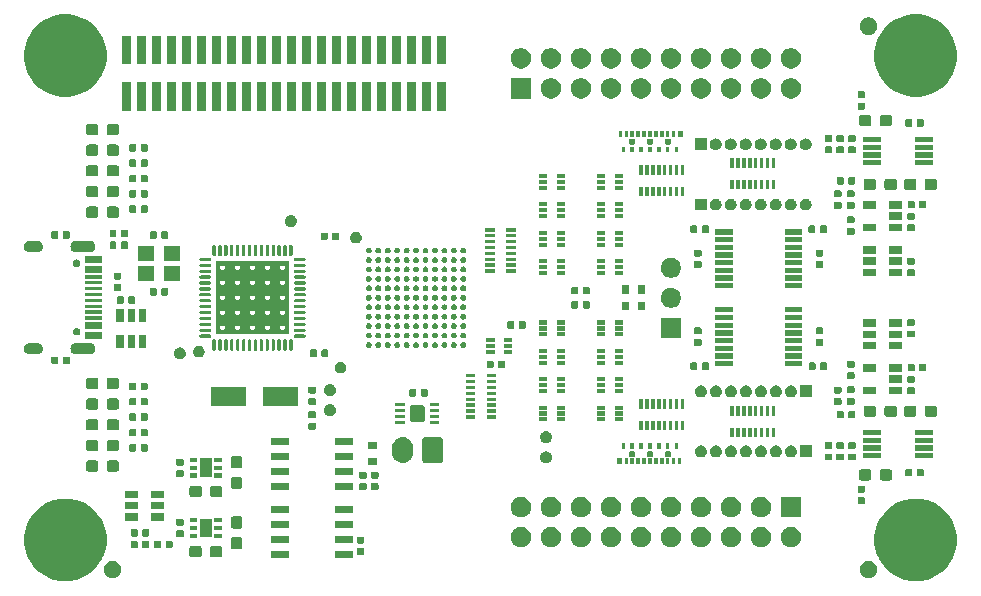
<source format=gts>
G04 #@! TF.GenerationSoftware,KiCad,Pcbnew,5.1.5-52549c5~84~ubuntu19.10.1*
G04 #@! TF.CreationDate,2020-03-17T13:52:51+01:00*
G04 #@! TF.ProjectId,glasgow,676c6173-676f-4772-9e6b-696361645f70,rev?*
G04 #@! TF.SameCoordinates,Original*
G04 #@! TF.FileFunction,Soldermask,Top*
G04 #@! TF.FilePolarity,Negative*
%FSLAX46Y46*%
G04 Gerber Fmt 4.6, Leading zero omitted, Abs format (unit mm)*
G04 Created by KiCad (PCBNEW 5.1.5-52549c5~84~ubuntu19.10.1) date 2020-03-17 13:52:51*
%MOMM*%
%LPD*%
G04 APERTURE LIST*
%ADD10C,0.200000*%
%ADD11C,0.100000*%
%ADD12C,0.863600*%
G04 APERTURE END LIST*
D10*
X67610000Y-98040000D02*
G75*
G03X67610000Y-98040000I-300000J0D01*
G01*
X68880000Y-98040000D02*
G75*
G03X68880000Y-98040000I-300000J0D01*
G01*
X70150000Y-98040000D02*
G75*
G03X70150000Y-98040000I-300000J0D01*
G01*
X71420000Y-98040000D02*
G75*
G03X71420000Y-98040000I-300000J0D01*
G01*
X72690000Y-98040000D02*
G75*
G03X72690000Y-98040000I-300000J0D01*
G01*
X72690000Y-96770000D02*
G75*
G03X72690000Y-96770000I-300000J0D01*
G01*
X71420000Y-96770000D02*
G75*
G03X71420000Y-96770000I-300000J0D01*
G01*
X70150000Y-96770000D02*
G75*
G03X70150000Y-96770000I-300000J0D01*
G01*
X68880000Y-96770000D02*
G75*
G03X68880000Y-96770000I-300000J0D01*
G01*
X67610000Y-96770000D02*
G75*
G03X67610000Y-96770000I-300000J0D01*
G01*
X67610000Y-92960000D02*
G75*
G03X67610000Y-92960000I-300000J0D01*
G01*
X68880000Y-92960000D02*
G75*
G03X68880000Y-92960000I-300000J0D01*
G01*
X70150000Y-92960000D02*
G75*
G03X70150000Y-92960000I-300000J0D01*
G01*
X71420000Y-92960000D02*
G75*
G03X71420000Y-92960000I-300000J0D01*
G01*
X72690000Y-92960000D02*
G75*
G03X72690000Y-92960000I-300000J0D01*
G01*
X72690000Y-94230000D02*
G75*
G03X72690000Y-94230000I-300000J0D01*
G01*
X71420000Y-94230000D02*
G75*
G03X71420000Y-94230000I-300000J0D01*
G01*
X70150000Y-94230000D02*
G75*
G03X70150000Y-94230000I-300000J0D01*
G01*
X68880000Y-94230000D02*
G75*
G03X68880000Y-94230000I-300000J0D01*
G01*
X67610000Y-94230000D02*
G75*
G03X67610000Y-94230000I-300000J0D01*
G01*
X67610000Y-95500000D02*
G75*
G03X67610000Y-95500000I-300000J0D01*
G01*
X68880000Y-95500000D02*
G75*
G03X68880000Y-95500000I-300000J0D01*
G01*
X72690000Y-95500000D02*
G75*
G03X72690000Y-95500000I-300000J0D01*
G01*
X71420000Y-95500000D02*
G75*
G03X71420000Y-95500000I-300000J0D01*
G01*
D11*
G36*
X72960000Y-98610000D02*
G01*
X72600000Y-98610000D01*
X72600000Y-92390000D01*
X72960000Y-92390000D01*
X72960000Y-98610000D01*
G37*
G36*
X66740000Y-98610000D02*
G01*
X66740000Y-98250000D01*
X72960000Y-98250000D01*
X72960000Y-98610000D01*
X66740000Y-98610000D01*
G37*
G36*
X66740000Y-92390000D02*
G01*
X67100000Y-92390000D01*
X67100000Y-98610000D01*
X66740000Y-98610000D01*
X66740000Y-92390000D01*
G37*
G36*
X72960000Y-92390000D02*
G01*
X72960000Y-92750000D01*
X66740000Y-92750000D01*
X66740000Y-92390000D01*
X72960000Y-92390000D01*
G37*
D12*
X67310000Y-93595000D02*
X72390000Y-93595000D01*
X67310000Y-94865000D02*
X72390000Y-94865000D01*
X67310000Y-96135000D02*
X72390000Y-96135000D01*
X67310000Y-97405000D02*
X72390000Y-97405000D01*
X71755000Y-92960000D02*
X71755000Y-98040000D01*
X70485000Y-92960000D02*
X70485000Y-98040000D01*
X69215000Y-92960000D02*
X69215000Y-98040000D01*
X67945000Y-92960000D02*
X67945000Y-98040000D01*
D10*
X70150000Y-95500000D02*
G75*
G03X70150000Y-95500000I-300000J0D01*
G01*
D11*
G36*
X127020910Y-112634502D02*
G01*
X127020913Y-112634503D01*
X127020912Y-112634503D01*
X127635193Y-112888946D01*
X127657874Y-112898341D01*
X128231119Y-113281371D01*
X128718629Y-113768881D01*
X129087313Y-114320655D01*
X129101660Y-114342128D01*
X129166357Y-114498320D01*
X129365498Y-114979090D01*
X129500000Y-115655278D01*
X129500000Y-116344722D01*
X129365498Y-117020910D01*
X129273408Y-117243234D01*
X129148225Y-117545455D01*
X129101659Y-117657874D01*
X128718629Y-118231119D01*
X128231119Y-118718629D01*
X127657874Y-119101659D01*
X127657873Y-119101660D01*
X127657872Y-119101660D01*
X127369327Y-119221179D01*
X127020910Y-119365498D01*
X126344722Y-119500000D01*
X125655278Y-119500000D01*
X124979090Y-119365498D01*
X124630673Y-119221179D01*
X124342128Y-119101660D01*
X124342127Y-119101660D01*
X124342126Y-119101659D01*
X123768881Y-118718629D01*
X123281371Y-118231119D01*
X122898341Y-117657874D01*
X122851776Y-117545455D01*
X122726592Y-117243234D01*
X122634502Y-117020910D01*
X122500000Y-116344722D01*
X122500000Y-115655278D01*
X122634502Y-114979090D01*
X122833643Y-114498320D01*
X122898340Y-114342128D01*
X122912688Y-114320655D01*
X123281371Y-113768881D01*
X123768881Y-113281371D01*
X124342126Y-112898341D01*
X124364808Y-112888946D01*
X124979088Y-112634503D01*
X124979087Y-112634503D01*
X124979090Y-112634502D01*
X125655278Y-112500000D01*
X126344722Y-112500000D01*
X127020910Y-112634502D01*
G37*
G36*
X55020910Y-112634502D02*
G01*
X55020913Y-112634503D01*
X55020912Y-112634503D01*
X55635193Y-112888946D01*
X55657874Y-112898341D01*
X56231119Y-113281371D01*
X56718629Y-113768881D01*
X57087313Y-114320655D01*
X57101660Y-114342128D01*
X57166357Y-114498320D01*
X57365498Y-114979090D01*
X57500000Y-115655278D01*
X57500000Y-116344722D01*
X57365498Y-117020910D01*
X57273408Y-117243234D01*
X57148225Y-117545455D01*
X57101659Y-117657874D01*
X56718629Y-118231119D01*
X56231119Y-118718629D01*
X55657874Y-119101659D01*
X55657873Y-119101660D01*
X55657872Y-119101660D01*
X55369327Y-119221179D01*
X55020910Y-119365498D01*
X54344722Y-119500000D01*
X53655278Y-119500000D01*
X52979090Y-119365498D01*
X52630673Y-119221179D01*
X52342128Y-119101660D01*
X52342127Y-119101660D01*
X52342126Y-119101659D01*
X51768881Y-118718629D01*
X51281371Y-118231119D01*
X50898341Y-117657874D01*
X50851776Y-117545455D01*
X50726592Y-117243234D01*
X50634502Y-117020910D01*
X50500000Y-116344722D01*
X50500000Y-115655278D01*
X50634502Y-114979090D01*
X50833643Y-114498320D01*
X50898340Y-114342128D01*
X50912688Y-114320655D01*
X51281371Y-113768881D01*
X51768881Y-113281371D01*
X52342126Y-112898341D01*
X52364808Y-112888946D01*
X52979088Y-112634503D01*
X52979087Y-112634503D01*
X52979090Y-112634502D01*
X53655278Y-112500000D01*
X54344722Y-112500000D01*
X55020910Y-112634502D01*
G37*
G36*
X122218763Y-117778821D02*
G01*
X122218764Y-117778821D01*
X122218767Y-117778822D01*
X122355258Y-117835359D01*
X122355259Y-117835360D01*
X122355262Y-117835361D01*
X122478097Y-117917436D01*
X122582564Y-118021903D01*
X122664639Y-118144738D01*
X122664640Y-118144741D01*
X122664641Y-118144742D01*
X122721178Y-118281233D01*
X122721179Y-118281236D01*
X122721179Y-118281237D01*
X122750000Y-118426129D01*
X122750000Y-118573871D01*
X122721179Y-118718763D01*
X122721178Y-118718767D01*
X122664641Y-118855258D01*
X122664639Y-118855262D01*
X122582564Y-118978097D01*
X122478097Y-119082564D01*
X122355262Y-119164639D01*
X122355259Y-119164640D01*
X122355258Y-119164641D01*
X122218767Y-119221178D01*
X122218764Y-119221179D01*
X122218763Y-119221179D01*
X122073871Y-119250000D01*
X121926129Y-119250000D01*
X121781237Y-119221179D01*
X121781236Y-119221179D01*
X121781233Y-119221178D01*
X121644742Y-119164641D01*
X121644741Y-119164640D01*
X121644738Y-119164639D01*
X121521903Y-119082564D01*
X121417436Y-118978097D01*
X121335361Y-118855262D01*
X121335359Y-118855258D01*
X121278822Y-118718767D01*
X121278821Y-118718763D01*
X121250000Y-118573871D01*
X121250000Y-118426129D01*
X121278821Y-118281237D01*
X121278821Y-118281236D01*
X121278822Y-118281233D01*
X121335359Y-118144742D01*
X121335360Y-118144741D01*
X121335361Y-118144738D01*
X121417436Y-118021903D01*
X121521903Y-117917436D01*
X121644738Y-117835361D01*
X121644741Y-117835360D01*
X121644742Y-117835359D01*
X121781233Y-117778822D01*
X121781236Y-117778821D01*
X121781237Y-117778821D01*
X121926129Y-117750000D01*
X122073871Y-117750000D01*
X122218763Y-117778821D01*
G37*
G36*
X58218763Y-117778821D02*
G01*
X58218764Y-117778821D01*
X58218767Y-117778822D01*
X58355258Y-117835359D01*
X58355259Y-117835360D01*
X58355262Y-117835361D01*
X58478097Y-117917436D01*
X58582564Y-118021903D01*
X58664639Y-118144738D01*
X58664640Y-118144741D01*
X58664641Y-118144742D01*
X58721178Y-118281233D01*
X58721179Y-118281236D01*
X58721179Y-118281237D01*
X58750000Y-118426129D01*
X58750000Y-118573871D01*
X58721179Y-118718763D01*
X58721178Y-118718767D01*
X58664641Y-118855258D01*
X58664639Y-118855262D01*
X58582564Y-118978097D01*
X58478097Y-119082564D01*
X58355262Y-119164639D01*
X58355259Y-119164640D01*
X58355258Y-119164641D01*
X58218767Y-119221178D01*
X58218764Y-119221179D01*
X58218763Y-119221179D01*
X58073871Y-119250000D01*
X57926129Y-119250000D01*
X57781237Y-119221179D01*
X57781236Y-119221179D01*
X57781233Y-119221178D01*
X57644742Y-119164641D01*
X57644741Y-119164640D01*
X57644738Y-119164639D01*
X57521903Y-119082564D01*
X57417436Y-118978097D01*
X57335361Y-118855262D01*
X57335359Y-118855258D01*
X57278822Y-118718767D01*
X57278821Y-118718763D01*
X57250000Y-118573871D01*
X57250000Y-118426129D01*
X57278821Y-118281237D01*
X57278821Y-118281236D01*
X57278822Y-118281233D01*
X57335359Y-118144742D01*
X57335360Y-118144741D01*
X57335361Y-118144738D01*
X57417436Y-118021903D01*
X57521903Y-117917436D01*
X57644738Y-117835361D01*
X57644741Y-117835360D01*
X57644742Y-117835359D01*
X57781233Y-117778822D01*
X57781236Y-117778821D01*
X57781237Y-117778821D01*
X57926129Y-117750000D01*
X58073871Y-117750000D01*
X58218763Y-117778821D01*
G37*
G36*
X72975000Y-117505000D02*
G01*
X71425000Y-117505000D01*
X71425000Y-116905000D01*
X72975000Y-116905000D01*
X72975000Y-117505000D01*
G37*
G36*
X78375000Y-117505000D02*
G01*
X76825000Y-117505000D01*
X76825000Y-116905000D01*
X78375000Y-116905000D01*
X78375000Y-117505000D01*
G37*
G36*
X65376903Y-116529345D02*
G01*
X65417188Y-116541565D01*
X65454329Y-116561417D01*
X65486874Y-116588126D01*
X65513583Y-116620671D01*
X65533435Y-116657812D01*
X65545655Y-116698097D01*
X65550000Y-116742208D01*
X65550000Y-117257792D01*
X65545655Y-117301903D01*
X65533435Y-117342188D01*
X65513583Y-117379329D01*
X65486874Y-117411874D01*
X65454329Y-117438583D01*
X65417188Y-117458435D01*
X65376903Y-117470655D01*
X65332792Y-117475000D01*
X64717208Y-117475000D01*
X64673097Y-117470655D01*
X64632812Y-117458435D01*
X64595671Y-117438583D01*
X64563126Y-117411874D01*
X64536417Y-117379329D01*
X64516565Y-117342188D01*
X64504345Y-117301903D01*
X64500000Y-117257792D01*
X64500000Y-116742208D01*
X64504345Y-116698097D01*
X64516565Y-116657812D01*
X64536417Y-116620671D01*
X64563126Y-116588126D01*
X64595671Y-116561417D01*
X64632812Y-116541565D01*
X64673097Y-116529345D01*
X64717208Y-116525000D01*
X65332792Y-116525000D01*
X65376903Y-116529345D01*
G37*
G36*
X67126903Y-116529345D02*
G01*
X67167188Y-116541565D01*
X67204329Y-116561417D01*
X67236874Y-116588126D01*
X67263583Y-116620671D01*
X67283435Y-116657812D01*
X67295655Y-116698097D01*
X67300000Y-116742208D01*
X67300000Y-117257792D01*
X67295655Y-117301903D01*
X67283435Y-117342188D01*
X67263583Y-117379329D01*
X67236874Y-117411874D01*
X67204329Y-117438583D01*
X67167188Y-117458435D01*
X67126903Y-117470655D01*
X67082792Y-117475000D01*
X66467208Y-117475000D01*
X66423097Y-117470655D01*
X66382812Y-117458435D01*
X66345671Y-117438583D01*
X66313126Y-117411874D01*
X66286417Y-117379329D01*
X66266565Y-117342188D01*
X66254345Y-117301903D01*
X66250000Y-117257792D01*
X66250000Y-116742208D01*
X66254345Y-116698097D01*
X66266565Y-116657812D01*
X66286417Y-116620671D01*
X66313126Y-116588126D01*
X66345671Y-116561417D01*
X66382812Y-116541565D01*
X66423097Y-116529345D01*
X66467208Y-116525000D01*
X67082792Y-116525000D01*
X67126903Y-116529345D01*
G37*
G36*
X79219345Y-116692615D02*
G01*
X79242751Y-116699715D01*
X79264326Y-116711248D01*
X79283234Y-116726766D01*
X79298752Y-116745674D01*
X79310285Y-116767249D01*
X79317385Y-116790655D01*
X79320000Y-116817206D01*
X79320000Y-117152794D01*
X79317385Y-117179345D01*
X79310285Y-117202751D01*
X79298752Y-117224326D01*
X79283234Y-117243234D01*
X79264326Y-117258752D01*
X79242751Y-117270285D01*
X79219345Y-117277385D01*
X79192794Y-117280000D01*
X78807206Y-117280000D01*
X78780655Y-117277385D01*
X78757249Y-117270285D01*
X78735674Y-117258752D01*
X78716766Y-117243234D01*
X78701248Y-117224326D01*
X78689715Y-117202751D01*
X78682615Y-117179345D01*
X78680000Y-117152794D01*
X78680000Y-116817206D01*
X78682615Y-116790655D01*
X78689715Y-116767249D01*
X78701248Y-116745674D01*
X78716766Y-116726766D01*
X78735674Y-116711248D01*
X78757249Y-116699715D01*
X78780655Y-116692615D01*
X78807206Y-116690000D01*
X79192794Y-116690000D01*
X79219345Y-116692615D01*
G37*
G36*
X68801903Y-115754345D02*
G01*
X68842188Y-115766565D01*
X68879329Y-115786417D01*
X68911874Y-115813126D01*
X68938583Y-115845671D01*
X68958435Y-115882812D01*
X68970655Y-115923097D01*
X68975000Y-115967208D01*
X68975000Y-116582792D01*
X68970655Y-116626903D01*
X68958435Y-116667188D01*
X68938583Y-116704329D01*
X68911874Y-116736874D01*
X68879329Y-116763583D01*
X68842188Y-116783435D01*
X68801903Y-116795655D01*
X68757792Y-116800000D01*
X68242208Y-116800000D01*
X68198097Y-116795655D01*
X68157812Y-116783435D01*
X68120671Y-116763583D01*
X68088126Y-116736874D01*
X68061417Y-116704329D01*
X68041565Y-116667188D01*
X68029345Y-116626903D01*
X68025000Y-116582792D01*
X68025000Y-115967208D01*
X68029345Y-115923097D01*
X68041565Y-115882812D01*
X68061417Y-115845671D01*
X68088126Y-115813126D01*
X68120671Y-115786417D01*
X68157812Y-115766565D01*
X68198097Y-115754345D01*
X68242208Y-115750000D01*
X68757792Y-115750000D01*
X68801903Y-115754345D01*
G37*
G36*
X62979345Y-116082615D02*
G01*
X63002751Y-116089715D01*
X63024326Y-116101248D01*
X63043234Y-116116766D01*
X63058752Y-116135674D01*
X63070285Y-116157249D01*
X63077385Y-116180655D01*
X63080000Y-116207206D01*
X63080000Y-116592794D01*
X63077385Y-116619345D01*
X63070285Y-116642751D01*
X63058752Y-116664326D01*
X63043234Y-116683234D01*
X63024326Y-116698752D01*
X63002751Y-116710285D01*
X62979345Y-116717385D01*
X62952794Y-116720000D01*
X62617206Y-116720000D01*
X62590655Y-116717385D01*
X62567249Y-116710285D01*
X62545674Y-116698752D01*
X62526766Y-116683234D01*
X62511248Y-116664326D01*
X62499715Y-116642751D01*
X62492615Y-116619345D01*
X62490000Y-116592794D01*
X62490000Y-116207206D01*
X62492615Y-116180655D01*
X62499715Y-116157249D01*
X62511248Y-116135674D01*
X62526766Y-116116766D01*
X62545674Y-116101248D01*
X62567249Y-116089715D01*
X62590655Y-116082615D01*
X62617206Y-116080000D01*
X62952794Y-116080000D01*
X62979345Y-116082615D01*
G37*
G36*
X60994345Y-116082615D02*
G01*
X61017751Y-116089715D01*
X61039326Y-116101248D01*
X61058234Y-116116766D01*
X61073752Y-116135674D01*
X61085285Y-116157249D01*
X61092385Y-116180655D01*
X61095000Y-116207206D01*
X61095000Y-116592794D01*
X61092385Y-116619345D01*
X61085285Y-116642751D01*
X61073752Y-116664326D01*
X61058234Y-116683234D01*
X61039326Y-116698752D01*
X61017751Y-116710285D01*
X60994345Y-116717385D01*
X60967794Y-116720000D01*
X60632206Y-116720000D01*
X60605655Y-116717385D01*
X60582249Y-116710285D01*
X60560674Y-116698752D01*
X60541766Y-116683234D01*
X60526248Y-116664326D01*
X60514715Y-116642751D01*
X60507615Y-116619345D01*
X60505000Y-116592794D01*
X60505000Y-116207206D01*
X60507615Y-116180655D01*
X60514715Y-116157249D01*
X60526248Y-116135674D01*
X60541766Y-116116766D01*
X60560674Y-116101248D01*
X60582249Y-116089715D01*
X60605655Y-116082615D01*
X60632206Y-116080000D01*
X60967794Y-116080000D01*
X60994345Y-116082615D01*
G37*
G36*
X60024345Y-116082615D02*
G01*
X60047751Y-116089715D01*
X60069326Y-116101248D01*
X60088234Y-116116766D01*
X60103752Y-116135674D01*
X60115285Y-116157249D01*
X60122385Y-116180655D01*
X60125000Y-116207206D01*
X60125000Y-116592794D01*
X60122385Y-116619345D01*
X60115285Y-116642751D01*
X60103752Y-116664326D01*
X60088234Y-116683234D01*
X60069326Y-116698752D01*
X60047751Y-116710285D01*
X60024345Y-116717385D01*
X59997794Y-116720000D01*
X59662206Y-116720000D01*
X59635655Y-116717385D01*
X59612249Y-116710285D01*
X59590674Y-116698752D01*
X59571766Y-116683234D01*
X59556248Y-116664326D01*
X59544715Y-116642751D01*
X59537615Y-116619345D01*
X59535000Y-116592794D01*
X59535000Y-116207206D01*
X59537615Y-116180655D01*
X59544715Y-116157249D01*
X59556248Y-116135674D01*
X59571766Y-116116766D01*
X59590674Y-116101248D01*
X59612249Y-116089715D01*
X59635655Y-116082615D01*
X59662206Y-116080000D01*
X59997794Y-116080000D01*
X60024345Y-116082615D01*
G37*
G36*
X62009345Y-116082615D02*
G01*
X62032751Y-116089715D01*
X62054326Y-116101248D01*
X62073234Y-116116766D01*
X62088752Y-116135674D01*
X62100285Y-116157249D01*
X62107385Y-116180655D01*
X62110000Y-116207206D01*
X62110000Y-116592794D01*
X62107385Y-116619345D01*
X62100285Y-116642751D01*
X62088752Y-116664326D01*
X62073234Y-116683234D01*
X62054326Y-116698752D01*
X62032751Y-116710285D01*
X62009345Y-116717385D01*
X61982794Y-116720000D01*
X61647206Y-116720000D01*
X61620655Y-116717385D01*
X61597249Y-116710285D01*
X61575674Y-116698752D01*
X61556766Y-116683234D01*
X61541248Y-116664326D01*
X61529715Y-116642751D01*
X61522615Y-116619345D01*
X61520000Y-116592794D01*
X61520000Y-116207206D01*
X61522615Y-116180655D01*
X61529715Y-116157249D01*
X61541248Y-116135674D01*
X61556766Y-116116766D01*
X61575674Y-116101248D01*
X61597249Y-116089715D01*
X61620655Y-116082615D01*
X61647206Y-116080000D01*
X61982794Y-116080000D01*
X62009345Y-116082615D01*
G37*
G36*
X102881795Y-114919675D02*
G01*
X102981903Y-114939587D01*
X103139068Y-115004687D01*
X103206883Y-115050000D01*
X103251782Y-115080000D01*
X103280513Y-115099198D01*
X103400802Y-115219487D01*
X103495313Y-115360932D01*
X103560413Y-115518097D01*
X103571234Y-115572500D01*
X103593600Y-115684941D01*
X103593600Y-115855059D01*
X103585334Y-115896613D01*
X103560413Y-116021903D01*
X103495313Y-116179068D01*
X103400802Y-116320513D01*
X103280513Y-116440802D01*
X103139068Y-116535313D01*
X102981903Y-116600413D01*
X102886723Y-116619345D01*
X102815059Y-116633600D01*
X102644941Y-116633600D01*
X102573277Y-116619345D01*
X102478097Y-116600413D01*
X102320932Y-116535313D01*
X102179487Y-116440802D01*
X102059198Y-116320513D01*
X101964687Y-116179068D01*
X101899587Y-116021903D01*
X101874666Y-115896613D01*
X101866400Y-115855059D01*
X101866400Y-115684941D01*
X101888766Y-115572500D01*
X101899587Y-115518097D01*
X101964687Y-115360932D01*
X102059198Y-115219487D01*
X102179487Y-115099198D01*
X102208219Y-115080000D01*
X102253117Y-115050000D01*
X102320932Y-115004687D01*
X102478097Y-114939587D01*
X102578205Y-114919675D01*
X102644941Y-114906400D01*
X102815059Y-114906400D01*
X102881795Y-114919675D01*
G37*
G36*
X115581795Y-114919675D02*
G01*
X115681903Y-114939587D01*
X115839068Y-115004687D01*
X115906883Y-115050000D01*
X115951782Y-115080000D01*
X115980513Y-115099198D01*
X116100802Y-115219487D01*
X116195313Y-115360932D01*
X116260413Y-115518097D01*
X116271234Y-115572500D01*
X116293600Y-115684941D01*
X116293600Y-115855059D01*
X116285334Y-115896613D01*
X116260413Y-116021903D01*
X116195313Y-116179068D01*
X116100802Y-116320513D01*
X115980513Y-116440802D01*
X115839068Y-116535313D01*
X115681903Y-116600413D01*
X115586723Y-116619345D01*
X115515059Y-116633600D01*
X115344941Y-116633600D01*
X115273277Y-116619345D01*
X115178097Y-116600413D01*
X115020932Y-116535313D01*
X114879487Y-116440802D01*
X114759198Y-116320513D01*
X114664687Y-116179068D01*
X114599587Y-116021903D01*
X114574666Y-115896613D01*
X114566400Y-115855059D01*
X114566400Y-115684941D01*
X114588766Y-115572500D01*
X114599587Y-115518097D01*
X114664687Y-115360932D01*
X114759198Y-115219487D01*
X114879487Y-115099198D01*
X114908219Y-115080000D01*
X114953117Y-115050000D01*
X115020932Y-115004687D01*
X115178097Y-114939587D01*
X115278205Y-114919675D01*
X115344941Y-114906400D01*
X115515059Y-114906400D01*
X115581795Y-114919675D01*
G37*
G36*
X113041795Y-114919675D02*
G01*
X113141903Y-114939587D01*
X113299068Y-115004687D01*
X113366883Y-115050000D01*
X113411782Y-115080000D01*
X113440513Y-115099198D01*
X113560802Y-115219487D01*
X113655313Y-115360932D01*
X113720413Y-115518097D01*
X113731234Y-115572500D01*
X113753600Y-115684941D01*
X113753600Y-115855059D01*
X113745334Y-115896613D01*
X113720413Y-116021903D01*
X113655313Y-116179068D01*
X113560802Y-116320513D01*
X113440513Y-116440802D01*
X113299068Y-116535313D01*
X113141903Y-116600413D01*
X113046723Y-116619345D01*
X112975059Y-116633600D01*
X112804941Y-116633600D01*
X112733277Y-116619345D01*
X112638097Y-116600413D01*
X112480932Y-116535313D01*
X112339487Y-116440802D01*
X112219198Y-116320513D01*
X112124687Y-116179068D01*
X112059587Y-116021903D01*
X112034666Y-115896613D01*
X112026400Y-115855059D01*
X112026400Y-115684941D01*
X112048766Y-115572500D01*
X112059587Y-115518097D01*
X112124687Y-115360932D01*
X112219198Y-115219487D01*
X112339487Y-115099198D01*
X112368219Y-115080000D01*
X112413117Y-115050000D01*
X112480932Y-115004687D01*
X112638097Y-114939587D01*
X112738205Y-114919675D01*
X112804941Y-114906400D01*
X112975059Y-114906400D01*
X113041795Y-114919675D01*
G37*
G36*
X107961795Y-114919675D02*
G01*
X108061903Y-114939587D01*
X108219068Y-115004687D01*
X108286883Y-115050000D01*
X108331782Y-115080000D01*
X108360513Y-115099198D01*
X108480802Y-115219487D01*
X108575313Y-115360932D01*
X108640413Y-115518097D01*
X108651234Y-115572500D01*
X108673600Y-115684941D01*
X108673600Y-115855059D01*
X108665334Y-115896613D01*
X108640413Y-116021903D01*
X108575313Y-116179068D01*
X108480802Y-116320513D01*
X108360513Y-116440802D01*
X108219068Y-116535313D01*
X108061903Y-116600413D01*
X107966723Y-116619345D01*
X107895059Y-116633600D01*
X107724941Y-116633600D01*
X107653277Y-116619345D01*
X107558097Y-116600413D01*
X107400932Y-116535313D01*
X107259487Y-116440802D01*
X107139198Y-116320513D01*
X107044687Y-116179068D01*
X106979587Y-116021903D01*
X106954666Y-115896613D01*
X106946400Y-115855059D01*
X106946400Y-115684941D01*
X106968766Y-115572500D01*
X106979587Y-115518097D01*
X107044687Y-115360932D01*
X107139198Y-115219487D01*
X107259487Y-115099198D01*
X107288219Y-115080000D01*
X107333117Y-115050000D01*
X107400932Y-115004687D01*
X107558097Y-114939587D01*
X107658205Y-114919675D01*
X107724941Y-114906400D01*
X107895059Y-114906400D01*
X107961795Y-114919675D01*
G37*
G36*
X105421795Y-114919675D02*
G01*
X105521903Y-114939587D01*
X105679068Y-115004687D01*
X105746883Y-115050000D01*
X105791782Y-115080000D01*
X105820513Y-115099198D01*
X105940802Y-115219487D01*
X106035313Y-115360932D01*
X106100413Y-115518097D01*
X106111234Y-115572500D01*
X106133600Y-115684941D01*
X106133600Y-115855059D01*
X106125334Y-115896613D01*
X106100413Y-116021903D01*
X106035313Y-116179068D01*
X105940802Y-116320513D01*
X105820513Y-116440802D01*
X105679068Y-116535313D01*
X105521903Y-116600413D01*
X105426723Y-116619345D01*
X105355059Y-116633600D01*
X105184941Y-116633600D01*
X105113277Y-116619345D01*
X105018097Y-116600413D01*
X104860932Y-116535313D01*
X104719487Y-116440802D01*
X104599198Y-116320513D01*
X104504687Y-116179068D01*
X104439587Y-116021903D01*
X104414666Y-115896613D01*
X104406400Y-115855059D01*
X104406400Y-115684941D01*
X104428766Y-115572500D01*
X104439587Y-115518097D01*
X104504687Y-115360932D01*
X104599198Y-115219487D01*
X104719487Y-115099198D01*
X104748219Y-115080000D01*
X104793117Y-115050000D01*
X104860932Y-115004687D01*
X105018097Y-114939587D01*
X105118205Y-114919675D01*
X105184941Y-114906400D01*
X105355059Y-114906400D01*
X105421795Y-114919675D01*
G37*
G36*
X100341795Y-114919675D02*
G01*
X100441903Y-114939587D01*
X100599068Y-115004687D01*
X100666883Y-115050000D01*
X100711782Y-115080000D01*
X100740513Y-115099198D01*
X100860802Y-115219487D01*
X100955313Y-115360932D01*
X101020413Y-115518097D01*
X101031234Y-115572500D01*
X101053600Y-115684941D01*
X101053600Y-115855059D01*
X101045334Y-115896613D01*
X101020413Y-116021903D01*
X100955313Y-116179068D01*
X100860802Y-116320513D01*
X100740513Y-116440802D01*
X100599068Y-116535313D01*
X100441903Y-116600413D01*
X100346723Y-116619345D01*
X100275059Y-116633600D01*
X100104941Y-116633600D01*
X100033277Y-116619345D01*
X99938097Y-116600413D01*
X99780932Y-116535313D01*
X99639487Y-116440802D01*
X99519198Y-116320513D01*
X99424687Y-116179068D01*
X99359587Y-116021903D01*
X99334666Y-115896613D01*
X99326400Y-115855059D01*
X99326400Y-115684941D01*
X99348766Y-115572500D01*
X99359587Y-115518097D01*
X99424687Y-115360932D01*
X99519198Y-115219487D01*
X99639487Y-115099198D01*
X99668219Y-115080000D01*
X99713117Y-115050000D01*
X99780932Y-115004687D01*
X99938097Y-114939587D01*
X100038205Y-114919675D01*
X100104941Y-114906400D01*
X100275059Y-114906400D01*
X100341795Y-114919675D01*
G37*
G36*
X97801795Y-114919675D02*
G01*
X97901903Y-114939587D01*
X98059068Y-115004687D01*
X98126883Y-115050000D01*
X98171782Y-115080000D01*
X98200513Y-115099198D01*
X98320802Y-115219487D01*
X98415313Y-115360932D01*
X98480413Y-115518097D01*
X98491234Y-115572500D01*
X98513600Y-115684941D01*
X98513600Y-115855059D01*
X98505334Y-115896613D01*
X98480413Y-116021903D01*
X98415313Y-116179068D01*
X98320802Y-116320513D01*
X98200513Y-116440802D01*
X98059068Y-116535313D01*
X97901903Y-116600413D01*
X97806723Y-116619345D01*
X97735059Y-116633600D01*
X97564941Y-116633600D01*
X97493277Y-116619345D01*
X97398097Y-116600413D01*
X97240932Y-116535313D01*
X97099487Y-116440802D01*
X96979198Y-116320513D01*
X96884687Y-116179068D01*
X96819587Y-116021903D01*
X96794666Y-115896613D01*
X96786400Y-115855059D01*
X96786400Y-115684941D01*
X96808766Y-115572500D01*
X96819587Y-115518097D01*
X96884687Y-115360932D01*
X96979198Y-115219487D01*
X97099487Y-115099198D01*
X97128219Y-115080000D01*
X97173117Y-115050000D01*
X97240932Y-115004687D01*
X97398097Y-114939587D01*
X97498205Y-114919675D01*
X97564941Y-114906400D01*
X97735059Y-114906400D01*
X97801795Y-114919675D01*
G37*
G36*
X95261795Y-114919675D02*
G01*
X95361903Y-114939587D01*
X95519068Y-115004687D01*
X95586883Y-115050000D01*
X95631782Y-115080000D01*
X95660513Y-115099198D01*
X95780802Y-115219487D01*
X95875313Y-115360932D01*
X95940413Y-115518097D01*
X95951234Y-115572500D01*
X95973600Y-115684941D01*
X95973600Y-115855059D01*
X95965334Y-115896613D01*
X95940413Y-116021903D01*
X95875313Y-116179068D01*
X95780802Y-116320513D01*
X95660513Y-116440802D01*
X95519068Y-116535313D01*
X95361903Y-116600413D01*
X95266723Y-116619345D01*
X95195059Y-116633600D01*
X95024941Y-116633600D01*
X94953277Y-116619345D01*
X94858097Y-116600413D01*
X94700932Y-116535313D01*
X94559487Y-116440802D01*
X94439198Y-116320513D01*
X94344687Y-116179068D01*
X94279587Y-116021903D01*
X94254666Y-115896613D01*
X94246400Y-115855059D01*
X94246400Y-115684941D01*
X94268766Y-115572500D01*
X94279587Y-115518097D01*
X94344687Y-115360932D01*
X94439198Y-115219487D01*
X94559487Y-115099198D01*
X94588219Y-115080000D01*
X94633117Y-115050000D01*
X94700932Y-115004687D01*
X94858097Y-114939587D01*
X94958205Y-114919675D01*
X95024941Y-114906400D01*
X95195059Y-114906400D01*
X95261795Y-114919675D01*
G37*
G36*
X92721795Y-114919675D02*
G01*
X92821903Y-114939587D01*
X92979068Y-115004687D01*
X93046883Y-115050000D01*
X93091782Y-115080000D01*
X93120513Y-115099198D01*
X93240802Y-115219487D01*
X93335313Y-115360932D01*
X93400413Y-115518097D01*
X93411234Y-115572500D01*
X93433600Y-115684941D01*
X93433600Y-115855059D01*
X93425334Y-115896613D01*
X93400413Y-116021903D01*
X93335313Y-116179068D01*
X93240802Y-116320513D01*
X93120513Y-116440802D01*
X92979068Y-116535313D01*
X92821903Y-116600413D01*
X92726723Y-116619345D01*
X92655059Y-116633600D01*
X92484941Y-116633600D01*
X92413277Y-116619345D01*
X92318097Y-116600413D01*
X92160932Y-116535313D01*
X92019487Y-116440802D01*
X91899198Y-116320513D01*
X91804687Y-116179068D01*
X91739587Y-116021903D01*
X91714666Y-115896613D01*
X91706400Y-115855059D01*
X91706400Y-115684941D01*
X91728766Y-115572500D01*
X91739587Y-115518097D01*
X91804687Y-115360932D01*
X91899198Y-115219487D01*
X92019487Y-115099198D01*
X92048219Y-115080000D01*
X92093117Y-115050000D01*
X92160932Y-115004687D01*
X92318097Y-114939587D01*
X92418205Y-114919675D01*
X92484941Y-114906400D01*
X92655059Y-114906400D01*
X92721795Y-114919675D01*
G37*
G36*
X110501795Y-114919675D02*
G01*
X110601903Y-114939587D01*
X110759068Y-115004687D01*
X110826883Y-115050000D01*
X110871782Y-115080000D01*
X110900513Y-115099198D01*
X111020802Y-115219487D01*
X111115313Y-115360932D01*
X111180413Y-115518097D01*
X111191234Y-115572500D01*
X111213600Y-115684941D01*
X111213600Y-115855059D01*
X111205334Y-115896613D01*
X111180413Y-116021903D01*
X111115313Y-116179068D01*
X111020802Y-116320513D01*
X110900513Y-116440802D01*
X110759068Y-116535313D01*
X110601903Y-116600413D01*
X110506723Y-116619345D01*
X110435059Y-116633600D01*
X110264941Y-116633600D01*
X110193277Y-116619345D01*
X110098097Y-116600413D01*
X109940932Y-116535313D01*
X109799487Y-116440802D01*
X109679198Y-116320513D01*
X109584687Y-116179068D01*
X109519587Y-116021903D01*
X109494666Y-115896613D01*
X109486400Y-115855059D01*
X109486400Y-115684941D01*
X109508766Y-115572500D01*
X109519587Y-115518097D01*
X109584687Y-115360932D01*
X109679198Y-115219487D01*
X109799487Y-115099198D01*
X109828219Y-115080000D01*
X109873117Y-115050000D01*
X109940932Y-115004687D01*
X110098097Y-114939587D01*
X110198205Y-114919675D01*
X110264941Y-114906400D01*
X110435059Y-114906400D01*
X110501795Y-114919675D01*
G37*
G36*
X79219345Y-115722615D02*
G01*
X79242751Y-115729715D01*
X79264326Y-115741248D01*
X79283234Y-115756766D01*
X79298752Y-115775674D01*
X79310285Y-115797249D01*
X79317385Y-115820655D01*
X79320000Y-115847206D01*
X79320000Y-116182794D01*
X79317385Y-116209345D01*
X79310285Y-116232751D01*
X79298752Y-116254326D01*
X79283234Y-116273234D01*
X79264326Y-116288752D01*
X79242751Y-116300285D01*
X79219345Y-116307385D01*
X79192794Y-116310000D01*
X78807206Y-116310000D01*
X78780655Y-116307385D01*
X78757249Y-116300285D01*
X78735674Y-116288752D01*
X78716766Y-116273234D01*
X78701248Y-116254326D01*
X78689715Y-116232751D01*
X78682615Y-116209345D01*
X78680000Y-116182794D01*
X78680000Y-115847206D01*
X78682615Y-115820655D01*
X78689715Y-115797249D01*
X78701248Y-115775674D01*
X78716766Y-115756766D01*
X78735674Y-115741248D01*
X78757249Y-115729715D01*
X78780655Y-115722615D01*
X78807206Y-115720000D01*
X79192794Y-115720000D01*
X79219345Y-115722615D01*
G37*
G36*
X78375000Y-116235000D02*
G01*
X76825000Y-116235000D01*
X76825000Y-115635000D01*
X78375000Y-115635000D01*
X78375000Y-116235000D01*
G37*
G36*
X72975000Y-116235000D02*
G01*
X71425000Y-116235000D01*
X71425000Y-115635000D01*
X72975000Y-115635000D01*
X72975000Y-116235000D01*
G37*
G36*
X67275000Y-115825000D02*
G01*
X66625000Y-115825000D01*
X66625000Y-115475000D01*
X67275000Y-115475000D01*
X67275000Y-115825000D01*
G37*
G36*
X65175000Y-115825000D02*
G01*
X64525000Y-115825000D01*
X64525000Y-115475000D01*
X65175000Y-115475000D01*
X65175000Y-115825000D01*
G37*
G36*
X66400000Y-115800000D02*
G01*
X65400000Y-115800000D01*
X65400000Y-114200000D01*
X66400000Y-114200000D01*
X66400000Y-115800000D01*
G37*
G36*
X63919345Y-115192615D02*
G01*
X63942751Y-115199715D01*
X63964326Y-115211248D01*
X63983234Y-115226766D01*
X63998752Y-115245674D01*
X64010285Y-115267249D01*
X64017385Y-115290655D01*
X64020000Y-115317206D01*
X64020000Y-115652794D01*
X64017385Y-115679345D01*
X64010285Y-115702751D01*
X63998752Y-115724326D01*
X63983234Y-115743234D01*
X63964326Y-115758752D01*
X63942751Y-115770285D01*
X63919345Y-115777385D01*
X63892794Y-115780000D01*
X63507206Y-115780000D01*
X63480655Y-115777385D01*
X63457249Y-115770285D01*
X63435674Y-115758752D01*
X63416766Y-115743234D01*
X63401248Y-115724326D01*
X63389715Y-115702751D01*
X63382615Y-115679345D01*
X63380000Y-115652794D01*
X63380000Y-115317206D01*
X63382615Y-115290655D01*
X63389715Y-115267249D01*
X63401248Y-115245674D01*
X63416766Y-115226766D01*
X63435674Y-115211248D01*
X63457249Y-115199715D01*
X63480655Y-115192615D01*
X63507206Y-115190000D01*
X63892794Y-115190000D01*
X63919345Y-115192615D01*
G37*
G36*
X60994345Y-115082615D02*
G01*
X61017751Y-115089715D01*
X61039326Y-115101248D01*
X61058234Y-115116766D01*
X61073752Y-115135674D01*
X61085285Y-115157249D01*
X61092385Y-115180655D01*
X61095000Y-115207206D01*
X61095000Y-115592794D01*
X61092385Y-115619345D01*
X61085285Y-115642751D01*
X61073752Y-115664326D01*
X61058234Y-115683234D01*
X61039326Y-115698752D01*
X61017751Y-115710285D01*
X60994345Y-115717385D01*
X60967794Y-115720000D01*
X60632206Y-115720000D01*
X60605655Y-115717385D01*
X60582249Y-115710285D01*
X60560674Y-115698752D01*
X60541766Y-115683234D01*
X60526248Y-115664326D01*
X60514715Y-115642751D01*
X60507615Y-115619345D01*
X60505000Y-115592794D01*
X60505000Y-115207206D01*
X60507615Y-115180655D01*
X60514715Y-115157249D01*
X60526248Y-115135674D01*
X60541766Y-115116766D01*
X60560674Y-115101248D01*
X60582249Y-115089715D01*
X60605655Y-115082615D01*
X60632206Y-115080000D01*
X60967794Y-115080000D01*
X60994345Y-115082615D01*
G37*
G36*
X60024345Y-115082615D02*
G01*
X60047751Y-115089715D01*
X60069326Y-115101248D01*
X60088234Y-115116766D01*
X60103752Y-115135674D01*
X60115285Y-115157249D01*
X60122385Y-115180655D01*
X60125000Y-115207206D01*
X60125000Y-115592794D01*
X60122385Y-115619345D01*
X60115285Y-115642751D01*
X60103752Y-115664326D01*
X60088234Y-115683234D01*
X60069326Y-115698752D01*
X60047751Y-115710285D01*
X60024345Y-115717385D01*
X59997794Y-115720000D01*
X59662206Y-115720000D01*
X59635655Y-115717385D01*
X59612249Y-115710285D01*
X59590674Y-115698752D01*
X59571766Y-115683234D01*
X59556248Y-115664326D01*
X59544715Y-115642751D01*
X59537615Y-115619345D01*
X59535000Y-115592794D01*
X59535000Y-115207206D01*
X59537615Y-115180655D01*
X59544715Y-115157249D01*
X59556248Y-115135674D01*
X59571766Y-115116766D01*
X59590674Y-115101248D01*
X59612249Y-115089715D01*
X59635655Y-115082615D01*
X59662206Y-115080000D01*
X59997794Y-115080000D01*
X60024345Y-115082615D01*
G37*
G36*
X67275000Y-115175000D02*
G01*
X66625000Y-115175000D01*
X66625000Y-114825000D01*
X67275000Y-114825000D01*
X67275000Y-115175000D01*
G37*
G36*
X65175000Y-115175000D02*
G01*
X64525000Y-115175000D01*
X64525000Y-114825000D01*
X65175000Y-114825000D01*
X65175000Y-115175000D01*
G37*
G36*
X68801903Y-114004345D02*
G01*
X68842188Y-114016565D01*
X68879329Y-114036417D01*
X68911874Y-114063126D01*
X68938583Y-114095671D01*
X68958435Y-114132812D01*
X68970655Y-114173097D01*
X68975000Y-114217208D01*
X68975000Y-114832792D01*
X68970655Y-114876903D01*
X68958435Y-114917188D01*
X68938583Y-114954329D01*
X68911874Y-114986874D01*
X68879329Y-115013583D01*
X68842188Y-115033435D01*
X68801903Y-115045655D01*
X68757792Y-115050000D01*
X68242208Y-115050000D01*
X68198097Y-115045655D01*
X68157812Y-115033435D01*
X68120671Y-115013583D01*
X68088126Y-114986874D01*
X68061417Y-114954329D01*
X68041565Y-114917188D01*
X68029345Y-114876903D01*
X68025000Y-114832792D01*
X68025000Y-114217208D01*
X68029345Y-114173097D01*
X68041565Y-114132812D01*
X68061417Y-114095671D01*
X68088126Y-114063126D01*
X68120671Y-114036417D01*
X68157812Y-114016565D01*
X68198097Y-114004345D01*
X68242208Y-114000000D01*
X68757792Y-114000000D01*
X68801903Y-114004345D01*
G37*
G36*
X78375000Y-114965000D02*
G01*
X76825000Y-114965000D01*
X76825000Y-114365000D01*
X78375000Y-114365000D01*
X78375000Y-114965000D01*
G37*
G36*
X72975000Y-114965000D02*
G01*
X71425000Y-114965000D01*
X71425000Y-114365000D01*
X72975000Y-114365000D01*
X72975000Y-114965000D01*
G37*
G36*
X63919345Y-114222615D02*
G01*
X63942751Y-114229715D01*
X63964326Y-114241248D01*
X63983234Y-114256766D01*
X63998752Y-114275674D01*
X64010285Y-114297249D01*
X64017385Y-114320655D01*
X64020000Y-114347206D01*
X64020000Y-114682794D01*
X64017385Y-114709345D01*
X64010285Y-114732751D01*
X63998752Y-114754326D01*
X63983234Y-114773234D01*
X63964326Y-114788752D01*
X63942751Y-114800285D01*
X63919345Y-114807385D01*
X63892794Y-114810000D01*
X63507206Y-114810000D01*
X63480655Y-114807385D01*
X63457249Y-114800285D01*
X63435674Y-114788752D01*
X63416766Y-114773234D01*
X63401248Y-114754326D01*
X63389715Y-114732751D01*
X63382615Y-114709345D01*
X63380000Y-114682794D01*
X63380000Y-114347206D01*
X63382615Y-114320655D01*
X63389715Y-114297249D01*
X63401248Y-114275674D01*
X63416766Y-114256766D01*
X63435674Y-114241248D01*
X63457249Y-114229715D01*
X63480655Y-114222615D01*
X63507206Y-114220000D01*
X63892794Y-114220000D01*
X63919345Y-114222615D01*
G37*
G36*
X67275000Y-114525000D02*
G01*
X66625000Y-114525000D01*
X66625000Y-114175000D01*
X67275000Y-114175000D01*
X67275000Y-114525000D01*
G37*
G36*
X65175000Y-114525000D02*
G01*
X64525000Y-114525000D01*
X64525000Y-114175000D01*
X65175000Y-114175000D01*
X65175000Y-114525000D01*
G37*
G36*
X60130000Y-114375000D02*
G01*
X59070000Y-114375000D01*
X59070000Y-113725000D01*
X60130000Y-113725000D01*
X60130000Y-114375000D01*
G37*
G36*
X62330000Y-114375000D02*
G01*
X61270000Y-114375000D01*
X61270000Y-113725000D01*
X62330000Y-113725000D01*
X62330000Y-114375000D01*
G37*
G36*
X105421795Y-112379675D02*
G01*
X105521903Y-112399587D01*
X105679068Y-112464687D01*
X105820513Y-112559198D01*
X105940802Y-112679487D01*
X106035313Y-112820932D01*
X106100413Y-112978097D01*
X106108852Y-113020525D01*
X106133600Y-113144941D01*
X106133600Y-113315059D01*
X106120325Y-113381795D01*
X106100413Y-113481903D01*
X106035313Y-113639068D01*
X106004154Y-113685700D01*
X105948575Y-113768881D01*
X105940802Y-113780513D01*
X105820513Y-113900802D01*
X105679068Y-113995313D01*
X105521903Y-114060413D01*
X105421795Y-114080325D01*
X105355059Y-114093600D01*
X105184941Y-114093600D01*
X105118205Y-114080325D01*
X105018097Y-114060413D01*
X104860932Y-113995313D01*
X104719487Y-113900802D01*
X104599198Y-113780513D01*
X104591426Y-113768881D01*
X104535846Y-113685700D01*
X104504687Y-113639068D01*
X104439587Y-113481903D01*
X104419675Y-113381795D01*
X104406400Y-113315059D01*
X104406400Y-113144941D01*
X104431148Y-113020525D01*
X104439587Y-112978097D01*
X104504687Y-112820932D01*
X104599198Y-112679487D01*
X104719487Y-112559198D01*
X104860932Y-112464687D01*
X105018097Y-112399587D01*
X105118205Y-112379675D01*
X105184941Y-112366400D01*
X105355059Y-112366400D01*
X105421795Y-112379675D01*
G37*
G36*
X95261795Y-112379675D02*
G01*
X95361903Y-112399587D01*
X95519068Y-112464687D01*
X95660513Y-112559198D01*
X95780802Y-112679487D01*
X95875313Y-112820932D01*
X95940413Y-112978097D01*
X95948852Y-113020525D01*
X95973600Y-113144941D01*
X95973600Y-113315059D01*
X95960325Y-113381795D01*
X95940413Y-113481903D01*
X95875313Y-113639068D01*
X95844154Y-113685700D01*
X95788575Y-113768881D01*
X95780802Y-113780513D01*
X95660513Y-113900802D01*
X95519068Y-113995313D01*
X95361903Y-114060413D01*
X95261795Y-114080325D01*
X95195059Y-114093600D01*
X95024941Y-114093600D01*
X94958205Y-114080325D01*
X94858097Y-114060413D01*
X94700932Y-113995313D01*
X94559487Y-113900802D01*
X94439198Y-113780513D01*
X94431426Y-113768881D01*
X94375846Y-113685700D01*
X94344687Y-113639068D01*
X94279587Y-113481903D01*
X94259675Y-113381795D01*
X94246400Y-113315059D01*
X94246400Y-113144941D01*
X94271148Y-113020525D01*
X94279587Y-112978097D01*
X94344687Y-112820932D01*
X94439198Y-112679487D01*
X94559487Y-112559198D01*
X94700932Y-112464687D01*
X94858097Y-112399587D01*
X94958205Y-112379675D01*
X95024941Y-112366400D01*
X95195059Y-112366400D01*
X95261795Y-112379675D01*
G37*
G36*
X97801795Y-112379675D02*
G01*
X97901903Y-112399587D01*
X98059068Y-112464687D01*
X98200513Y-112559198D01*
X98320802Y-112679487D01*
X98415313Y-112820932D01*
X98480413Y-112978097D01*
X98488852Y-113020525D01*
X98513600Y-113144941D01*
X98513600Y-113315059D01*
X98500325Y-113381795D01*
X98480413Y-113481903D01*
X98415313Y-113639068D01*
X98384154Y-113685700D01*
X98328575Y-113768881D01*
X98320802Y-113780513D01*
X98200513Y-113900802D01*
X98059068Y-113995313D01*
X97901903Y-114060413D01*
X97801795Y-114080325D01*
X97735059Y-114093600D01*
X97564941Y-114093600D01*
X97498205Y-114080325D01*
X97398097Y-114060413D01*
X97240932Y-113995313D01*
X97099487Y-113900802D01*
X96979198Y-113780513D01*
X96971426Y-113768881D01*
X96915846Y-113685700D01*
X96884687Y-113639068D01*
X96819587Y-113481903D01*
X96799675Y-113381795D01*
X96786400Y-113315059D01*
X96786400Y-113144941D01*
X96811148Y-113020525D01*
X96819587Y-112978097D01*
X96884687Y-112820932D01*
X96979198Y-112679487D01*
X97099487Y-112559198D01*
X97240932Y-112464687D01*
X97398097Y-112399587D01*
X97498205Y-112379675D01*
X97564941Y-112366400D01*
X97735059Y-112366400D01*
X97801795Y-112379675D01*
G37*
G36*
X100341795Y-112379675D02*
G01*
X100441903Y-112399587D01*
X100599068Y-112464687D01*
X100740513Y-112559198D01*
X100860802Y-112679487D01*
X100955313Y-112820932D01*
X101020413Y-112978097D01*
X101028852Y-113020525D01*
X101053600Y-113144941D01*
X101053600Y-113315059D01*
X101040325Y-113381795D01*
X101020413Y-113481903D01*
X100955313Y-113639068D01*
X100924154Y-113685700D01*
X100868575Y-113768881D01*
X100860802Y-113780513D01*
X100740513Y-113900802D01*
X100599068Y-113995313D01*
X100441903Y-114060413D01*
X100341795Y-114080325D01*
X100275059Y-114093600D01*
X100104941Y-114093600D01*
X100038205Y-114080325D01*
X99938097Y-114060413D01*
X99780932Y-113995313D01*
X99639487Y-113900802D01*
X99519198Y-113780513D01*
X99511426Y-113768881D01*
X99455846Y-113685700D01*
X99424687Y-113639068D01*
X99359587Y-113481903D01*
X99339675Y-113381795D01*
X99326400Y-113315059D01*
X99326400Y-113144941D01*
X99351148Y-113020525D01*
X99359587Y-112978097D01*
X99424687Y-112820932D01*
X99519198Y-112679487D01*
X99639487Y-112559198D01*
X99780932Y-112464687D01*
X99938097Y-112399587D01*
X100038205Y-112379675D01*
X100104941Y-112366400D01*
X100275059Y-112366400D01*
X100341795Y-112379675D01*
G37*
G36*
X113041795Y-112379675D02*
G01*
X113141903Y-112399587D01*
X113299068Y-112464687D01*
X113440513Y-112559198D01*
X113560802Y-112679487D01*
X113655313Y-112820932D01*
X113720413Y-112978097D01*
X113728852Y-113020525D01*
X113753600Y-113144941D01*
X113753600Y-113315059D01*
X113740325Y-113381795D01*
X113720413Y-113481903D01*
X113655313Y-113639068D01*
X113624154Y-113685700D01*
X113568575Y-113768881D01*
X113560802Y-113780513D01*
X113440513Y-113900802D01*
X113299068Y-113995313D01*
X113141903Y-114060413D01*
X113041795Y-114080325D01*
X112975059Y-114093600D01*
X112804941Y-114093600D01*
X112738205Y-114080325D01*
X112638097Y-114060413D01*
X112480932Y-113995313D01*
X112339487Y-113900802D01*
X112219198Y-113780513D01*
X112211426Y-113768881D01*
X112155846Y-113685700D01*
X112124687Y-113639068D01*
X112059587Y-113481903D01*
X112039675Y-113381795D01*
X112026400Y-113315059D01*
X112026400Y-113144941D01*
X112051148Y-113020525D01*
X112059587Y-112978097D01*
X112124687Y-112820932D01*
X112219198Y-112679487D01*
X112339487Y-112559198D01*
X112480932Y-112464687D01*
X112638097Y-112399587D01*
X112738205Y-112379675D01*
X112804941Y-112366400D01*
X112975059Y-112366400D01*
X113041795Y-112379675D01*
G37*
G36*
X116293600Y-114093600D02*
G01*
X114566400Y-114093600D01*
X114566400Y-112366400D01*
X116293600Y-112366400D01*
X116293600Y-114093600D01*
G37*
G36*
X92721795Y-112379675D02*
G01*
X92821903Y-112399587D01*
X92979068Y-112464687D01*
X93120513Y-112559198D01*
X93240802Y-112679487D01*
X93335313Y-112820932D01*
X93400413Y-112978097D01*
X93408852Y-113020525D01*
X93433600Y-113144941D01*
X93433600Y-113315059D01*
X93420325Y-113381795D01*
X93400413Y-113481903D01*
X93335313Y-113639068D01*
X93304154Y-113685700D01*
X93248575Y-113768881D01*
X93240802Y-113780513D01*
X93120513Y-113900802D01*
X92979068Y-113995313D01*
X92821903Y-114060413D01*
X92721795Y-114080325D01*
X92655059Y-114093600D01*
X92484941Y-114093600D01*
X92418205Y-114080325D01*
X92318097Y-114060413D01*
X92160932Y-113995313D01*
X92019487Y-113900802D01*
X91899198Y-113780513D01*
X91891426Y-113768881D01*
X91835846Y-113685700D01*
X91804687Y-113639068D01*
X91739587Y-113481903D01*
X91719675Y-113381795D01*
X91706400Y-113315059D01*
X91706400Y-113144941D01*
X91731148Y-113020525D01*
X91739587Y-112978097D01*
X91804687Y-112820932D01*
X91899198Y-112679487D01*
X92019487Y-112559198D01*
X92160932Y-112464687D01*
X92318097Y-112399587D01*
X92418205Y-112379675D01*
X92484941Y-112366400D01*
X92655059Y-112366400D01*
X92721795Y-112379675D01*
G37*
G36*
X110501795Y-112379675D02*
G01*
X110601903Y-112399587D01*
X110759068Y-112464687D01*
X110900513Y-112559198D01*
X111020802Y-112679487D01*
X111115313Y-112820932D01*
X111180413Y-112978097D01*
X111188852Y-113020525D01*
X111213600Y-113144941D01*
X111213600Y-113315059D01*
X111200325Y-113381795D01*
X111180413Y-113481903D01*
X111115313Y-113639068D01*
X111084154Y-113685700D01*
X111028575Y-113768881D01*
X111020802Y-113780513D01*
X110900513Y-113900802D01*
X110759068Y-113995313D01*
X110601903Y-114060413D01*
X110501795Y-114080325D01*
X110435059Y-114093600D01*
X110264941Y-114093600D01*
X110198205Y-114080325D01*
X110098097Y-114060413D01*
X109940932Y-113995313D01*
X109799487Y-113900802D01*
X109679198Y-113780513D01*
X109671426Y-113768881D01*
X109615846Y-113685700D01*
X109584687Y-113639068D01*
X109519587Y-113481903D01*
X109499675Y-113381795D01*
X109486400Y-113315059D01*
X109486400Y-113144941D01*
X109511148Y-113020525D01*
X109519587Y-112978097D01*
X109584687Y-112820932D01*
X109679198Y-112679487D01*
X109799487Y-112559198D01*
X109940932Y-112464687D01*
X110098097Y-112399587D01*
X110198205Y-112379675D01*
X110264941Y-112366400D01*
X110435059Y-112366400D01*
X110501795Y-112379675D01*
G37*
G36*
X102881795Y-112379675D02*
G01*
X102981903Y-112399587D01*
X103139068Y-112464687D01*
X103280513Y-112559198D01*
X103400802Y-112679487D01*
X103495313Y-112820932D01*
X103560413Y-112978097D01*
X103568852Y-113020525D01*
X103593600Y-113144941D01*
X103593600Y-113315059D01*
X103580325Y-113381795D01*
X103560413Y-113481903D01*
X103495313Y-113639068D01*
X103464154Y-113685700D01*
X103408575Y-113768881D01*
X103400802Y-113780513D01*
X103280513Y-113900802D01*
X103139068Y-113995313D01*
X102981903Y-114060413D01*
X102881795Y-114080325D01*
X102815059Y-114093600D01*
X102644941Y-114093600D01*
X102578205Y-114080325D01*
X102478097Y-114060413D01*
X102320932Y-113995313D01*
X102179487Y-113900802D01*
X102059198Y-113780513D01*
X102051426Y-113768881D01*
X101995846Y-113685700D01*
X101964687Y-113639068D01*
X101899587Y-113481903D01*
X101879675Y-113381795D01*
X101866400Y-113315059D01*
X101866400Y-113144941D01*
X101891148Y-113020525D01*
X101899587Y-112978097D01*
X101964687Y-112820932D01*
X102059198Y-112679487D01*
X102179487Y-112559198D01*
X102320932Y-112464687D01*
X102478097Y-112399587D01*
X102578205Y-112379675D01*
X102644941Y-112366400D01*
X102815059Y-112366400D01*
X102881795Y-112379675D01*
G37*
G36*
X107961795Y-112379675D02*
G01*
X108061903Y-112399587D01*
X108219068Y-112464687D01*
X108360513Y-112559198D01*
X108480802Y-112679487D01*
X108575313Y-112820932D01*
X108640413Y-112978097D01*
X108648852Y-113020525D01*
X108673600Y-113144941D01*
X108673600Y-113315059D01*
X108660325Y-113381795D01*
X108640413Y-113481903D01*
X108575313Y-113639068D01*
X108544154Y-113685700D01*
X108488575Y-113768881D01*
X108480802Y-113780513D01*
X108360513Y-113900802D01*
X108219068Y-113995313D01*
X108061903Y-114060413D01*
X107961795Y-114080325D01*
X107895059Y-114093600D01*
X107724941Y-114093600D01*
X107658205Y-114080325D01*
X107558097Y-114060413D01*
X107400932Y-113995313D01*
X107259487Y-113900802D01*
X107139198Y-113780513D01*
X107131426Y-113768881D01*
X107075846Y-113685700D01*
X107044687Y-113639068D01*
X106979587Y-113481903D01*
X106959675Y-113381795D01*
X106946400Y-113315059D01*
X106946400Y-113144941D01*
X106971148Y-113020525D01*
X106979587Y-112978097D01*
X107044687Y-112820932D01*
X107139198Y-112679487D01*
X107259487Y-112559198D01*
X107400932Y-112464687D01*
X107558097Y-112399587D01*
X107658205Y-112379675D01*
X107724941Y-112366400D01*
X107895059Y-112366400D01*
X107961795Y-112379675D01*
G37*
G36*
X72975000Y-113695000D02*
G01*
X71425000Y-113695000D01*
X71425000Y-113095000D01*
X72975000Y-113095000D01*
X72975000Y-113695000D01*
G37*
G36*
X78375000Y-113695000D02*
G01*
X76825000Y-113695000D01*
X76825000Y-113095000D01*
X78375000Y-113095000D01*
X78375000Y-113695000D01*
G37*
G36*
X62330000Y-113425000D02*
G01*
X61270000Y-113425000D01*
X61270000Y-112775000D01*
X62330000Y-112775000D01*
X62330000Y-113425000D01*
G37*
G36*
X60130000Y-113425000D02*
G01*
X59070000Y-113425000D01*
X59070000Y-112775000D01*
X60130000Y-112775000D01*
X60130000Y-113425000D01*
G37*
G36*
X121619345Y-112392615D02*
G01*
X121642751Y-112399715D01*
X121664326Y-112411248D01*
X121683234Y-112426766D01*
X121698752Y-112445674D01*
X121710285Y-112467249D01*
X121717385Y-112490655D01*
X121720000Y-112517206D01*
X121720000Y-112852794D01*
X121717385Y-112879345D01*
X121710285Y-112902751D01*
X121698752Y-112924326D01*
X121683234Y-112943234D01*
X121664326Y-112958752D01*
X121642751Y-112970285D01*
X121619345Y-112977385D01*
X121592794Y-112980000D01*
X121207206Y-112980000D01*
X121180655Y-112977385D01*
X121157249Y-112970285D01*
X121135674Y-112958752D01*
X121116766Y-112943234D01*
X121101248Y-112924326D01*
X121089715Y-112902751D01*
X121082615Y-112879345D01*
X121080000Y-112852794D01*
X121080000Y-112517206D01*
X121082615Y-112490655D01*
X121089715Y-112467249D01*
X121101248Y-112445674D01*
X121116766Y-112426766D01*
X121135674Y-112411248D01*
X121157249Y-112399715D01*
X121180655Y-112392615D01*
X121207206Y-112390000D01*
X121592794Y-112390000D01*
X121619345Y-112392615D01*
G37*
G36*
X60130000Y-112475000D02*
G01*
X59070000Y-112475000D01*
X59070000Y-111825000D01*
X60130000Y-111825000D01*
X60130000Y-112475000D01*
G37*
G36*
X62330000Y-112475000D02*
G01*
X61270000Y-112475000D01*
X61270000Y-111825000D01*
X62330000Y-111825000D01*
X62330000Y-112475000D01*
G37*
G36*
X67126903Y-111429345D02*
G01*
X67167188Y-111441565D01*
X67204329Y-111461417D01*
X67236874Y-111488126D01*
X67263583Y-111520671D01*
X67283435Y-111557812D01*
X67295655Y-111598097D01*
X67300000Y-111642208D01*
X67300000Y-112157792D01*
X67295655Y-112201903D01*
X67283435Y-112242188D01*
X67263583Y-112279329D01*
X67236874Y-112311874D01*
X67204329Y-112338583D01*
X67167188Y-112358435D01*
X67126903Y-112370655D01*
X67082792Y-112375000D01*
X66467208Y-112375000D01*
X66423097Y-112370655D01*
X66382812Y-112358435D01*
X66345671Y-112338583D01*
X66313126Y-112311874D01*
X66286417Y-112279329D01*
X66266565Y-112242188D01*
X66254345Y-112201903D01*
X66250000Y-112157792D01*
X66250000Y-111642208D01*
X66254345Y-111598097D01*
X66266565Y-111557812D01*
X66286417Y-111520671D01*
X66313126Y-111488126D01*
X66345671Y-111461417D01*
X66382812Y-111441565D01*
X66423097Y-111429345D01*
X66467208Y-111425000D01*
X67082792Y-111425000D01*
X67126903Y-111429345D01*
G37*
G36*
X65376903Y-111429345D02*
G01*
X65417188Y-111441565D01*
X65454329Y-111461417D01*
X65486874Y-111488126D01*
X65513583Y-111520671D01*
X65533435Y-111557812D01*
X65545655Y-111598097D01*
X65550000Y-111642208D01*
X65550000Y-112157792D01*
X65545655Y-112201903D01*
X65533435Y-112242188D01*
X65513583Y-112279329D01*
X65486874Y-112311874D01*
X65454329Y-112338583D01*
X65417188Y-112358435D01*
X65376903Y-112370655D01*
X65332792Y-112375000D01*
X64717208Y-112375000D01*
X64673097Y-112370655D01*
X64632812Y-112358435D01*
X64595671Y-112338583D01*
X64563126Y-112311874D01*
X64536417Y-112279329D01*
X64516565Y-112242188D01*
X64504345Y-112201903D01*
X64500000Y-112157792D01*
X64500000Y-111642208D01*
X64504345Y-111598097D01*
X64516565Y-111557812D01*
X64536417Y-111520671D01*
X64563126Y-111488126D01*
X64595671Y-111461417D01*
X64632812Y-111441565D01*
X64673097Y-111429345D01*
X64717208Y-111425000D01*
X65332792Y-111425000D01*
X65376903Y-111429345D01*
G37*
G36*
X121619345Y-111422615D02*
G01*
X121642751Y-111429715D01*
X121664326Y-111441248D01*
X121683234Y-111456766D01*
X121698752Y-111475674D01*
X121710285Y-111497249D01*
X121717385Y-111520655D01*
X121720000Y-111547206D01*
X121720000Y-111882794D01*
X121717385Y-111909345D01*
X121710285Y-111932751D01*
X121698752Y-111954326D01*
X121683234Y-111973234D01*
X121664326Y-111988752D01*
X121642751Y-112000285D01*
X121619345Y-112007385D01*
X121592794Y-112010000D01*
X121207206Y-112010000D01*
X121180655Y-112007385D01*
X121157249Y-112000285D01*
X121135674Y-111988752D01*
X121116766Y-111973234D01*
X121101248Y-111954326D01*
X121089715Y-111932751D01*
X121082615Y-111909345D01*
X121080000Y-111882794D01*
X121080000Y-111547206D01*
X121082615Y-111520655D01*
X121089715Y-111497249D01*
X121101248Y-111475674D01*
X121116766Y-111456766D01*
X121135674Y-111441248D01*
X121157249Y-111429715D01*
X121180655Y-111422615D01*
X121207206Y-111420000D01*
X121592794Y-111420000D01*
X121619345Y-111422615D01*
G37*
G36*
X78375000Y-111805000D02*
G01*
X76825000Y-111805000D01*
X76825000Y-111205000D01*
X78375000Y-111205000D01*
X78375000Y-111805000D01*
G37*
G36*
X72975000Y-111805000D02*
G01*
X71425000Y-111805000D01*
X71425000Y-111205000D01*
X72975000Y-111205000D01*
X72975000Y-111805000D01*
G37*
G36*
X79419345Y-111192615D02*
G01*
X79442751Y-111199715D01*
X79464326Y-111211248D01*
X79483234Y-111226766D01*
X79498752Y-111245674D01*
X79510285Y-111267249D01*
X79517385Y-111290655D01*
X79520000Y-111317206D01*
X79520000Y-111652794D01*
X79517385Y-111679345D01*
X79510285Y-111702751D01*
X79498752Y-111724326D01*
X79483234Y-111743234D01*
X79464326Y-111758752D01*
X79442751Y-111770285D01*
X79419345Y-111777385D01*
X79392794Y-111780000D01*
X79007206Y-111780000D01*
X78980655Y-111777385D01*
X78957249Y-111770285D01*
X78935674Y-111758752D01*
X78916766Y-111743234D01*
X78901248Y-111724326D01*
X78889715Y-111702751D01*
X78882615Y-111679345D01*
X78880000Y-111652794D01*
X78880000Y-111317206D01*
X78882615Y-111290655D01*
X78889715Y-111267249D01*
X78901248Y-111245674D01*
X78916766Y-111226766D01*
X78935674Y-111211248D01*
X78957249Y-111199715D01*
X78980655Y-111192615D01*
X79007206Y-111190000D01*
X79392794Y-111190000D01*
X79419345Y-111192615D01*
G37*
G36*
X80419345Y-111192615D02*
G01*
X80442751Y-111199715D01*
X80464326Y-111211248D01*
X80483234Y-111226766D01*
X80498752Y-111245674D01*
X80510285Y-111267249D01*
X80517385Y-111290655D01*
X80520000Y-111317206D01*
X80520000Y-111652794D01*
X80517385Y-111679345D01*
X80510285Y-111702751D01*
X80498752Y-111724326D01*
X80483234Y-111743234D01*
X80464326Y-111758752D01*
X80442751Y-111770285D01*
X80419345Y-111777385D01*
X80392794Y-111780000D01*
X80007206Y-111780000D01*
X79980655Y-111777385D01*
X79957249Y-111770285D01*
X79935674Y-111758752D01*
X79916766Y-111743234D01*
X79901248Y-111724326D01*
X79889715Y-111702751D01*
X79882615Y-111679345D01*
X79880000Y-111652794D01*
X79880000Y-111317206D01*
X79882615Y-111290655D01*
X79889715Y-111267249D01*
X79901248Y-111245674D01*
X79916766Y-111226766D01*
X79935674Y-111211248D01*
X79957249Y-111199715D01*
X79980655Y-111192615D01*
X80007206Y-111190000D01*
X80392794Y-111190000D01*
X80419345Y-111192615D01*
G37*
G36*
X68801903Y-110654345D02*
G01*
X68842188Y-110666565D01*
X68879329Y-110686417D01*
X68911874Y-110713126D01*
X68938583Y-110745671D01*
X68958435Y-110782812D01*
X68970655Y-110823097D01*
X68975000Y-110867208D01*
X68975000Y-111482792D01*
X68970655Y-111526903D01*
X68958435Y-111567188D01*
X68938583Y-111604329D01*
X68911874Y-111636874D01*
X68879329Y-111663583D01*
X68842188Y-111683435D01*
X68801903Y-111695655D01*
X68757792Y-111700000D01*
X68242208Y-111700000D01*
X68198097Y-111695655D01*
X68157812Y-111683435D01*
X68120671Y-111663583D01*
X68088126Y-111636874D01*
X68061417Y-111604329D01*
X68041565Y-111567188D01*
X68029345Y-111526903D01*
X68025000Y-111482792D01*
X68025000Y-110867208D01*
X68029345Y-110823097D01*
X68041565Y-110782812D01*
X68061417Y-110745671D01*
X68088126Y-110713126D01*
X68120671Y-110686417D01*
X68157812Y-110666565D01*
X68198097Y-110654345D01*
X68242208Y-110650000D01*
X68757792Y-110650000D01*
X68801903Y-110654345D01*
G37*
G36*
X122076903Y-110029345D02*
G01*
X122117188Y-110041565D01*
X122154329Y-110061417D01*
X122186874Y-110088126D01*
X122213583Y-110120671D01*
X122233435Y-110157812D01*
X122245655Y-110198097D01*
X122250000Y-110242208D01*
X122250000Y-110757792D01*
X122245655Y-110801903D01*
X122233435Y-110842188D01*
X122213583Y-110879329D01*
X122186874Y-110911874D01*
X122154329Y-110938583D01*
X122117188Y-110958435D01*
X122076903Y-110970655D01*
X122032792Y-110975000D01*
X121417208Y-110975000D01*
X121373097Y-110970655D01*
X121332812Y-110958435D01*
X121295671Y-110938583D01*
X121263126Y-110911874D01*
X121236417Y-110879329D01*
X121216565Y-110842188D01*
X121204345Y-110801903D01*
X121200000Y-110757792D01*
X121200000Y-110242208D01*
X121204345Y-110198097D01*
X121216565Y-110157812D01*
X121236417Y-110120671D01*
X121263126Y-110088126D01*
X121295671Y-110061417D01*
X121332812Y-110041565D01*
X121373097Y-110029345D01*
X121417208Y-110025000D01*
X122032792Y-110025000D01*
X122076903Y-110029345D01*
G37*
G36*
X123826903Y-110029345D02*
G01*
X123867188Y-110041565D01*
X123904329Y-110061417D01*
X123936874Y-110088126D01*
X123963583Y-110120671D01*
X123983435Y-110157812D01*
X123995655Y-110198097D01*
X124000000Y-110242208D01*
X124000000Y-110757792D01*
X123995655Y-110801903D01*
X123983435Y-110842188D01*
X123963583Y-110879329D01*
X123936874Y-110911874D01*
X123904329Y-110938583D01*
X123867188Y-110958435D01*
X123826903Y-110970655D01*
X123782792Y-110975000D01*
X123167208Y-110975000D01*
X123123097Y-110970655D01*
X123082812Y-110958435D01*
X123045671Y-110938583D01*
X123013126Y-110911874D01*
X122986417Y-110879329D01*
X122966565Y-110842188D01*
X122954345Y-110801903D01*
X122950000Y-110757792D01*
X122950000Y-110242208D01*
X122954345Y-110198097D01*
X122966565Y-110157812D01*
X122986417Y-110120671D01*
X123013126Y-110088126D01*
X123045671Y-110061417D01*
X123082812Y-110041565D01*
X123123097Y-110029345D01*
X123167208Y-110025000D01*
X123782792Y-110025000D01*
X123826903Y-110029345D01*
G37*
G36*
X80419345Y-110222615D02*
G01*
X80442751Y-110229715D01*
X80464326Y-110241248D01*
X80483234Y-110256766D01*
X80498752Y-110275674D01*
X80510285Y-110297249D01*
X80517385Y-110320655D01*
X80520000Y-110347206D01*
X80520000Y-110682794D01*
X80517385Y-110709345D01*
X80510285Y-110732751D01*
X80498752Y-110754326D01*
X80483234Y-110773234D01*
X80464326Y-110788752D01*
X80442751Y-110800285D01*
X80419345Y-110807385D01*
X80392794Y-110810000D01*
X80007206Y-110810000D01*
X79980655Y-110807385D01*
X79957249Y-110800285D01*
X79935674Y-110788752D01*
X79916766Y-110773234D01*
X79901248Y-110754326D01*
X79889715Y-110732751D01*
X79882615Y-110709345D01*
X79880000Y-110682794D01*
X79880000Y-110347206D01*
X79882615Y-110320655D01*
X79889715Y-110297249D01*
X79901248Y-110275674D01*
X79916766Y-110256766D01*
X79935674Y-110241248D01*
X79957249Y-110229715D01*
X79980655Y-110222615D01*
X80007206Y-110220000D01*
X80392794Y-110220000D01*
X80419345Y-110222615D01*
G37*
G36*
X79419345Y-110222615D02*
G01*
X79442751Y-110229715D01*
X79464326Y-110241248D01*
X79483234Y-110256766D01*
X79498752Y-110275674D01*
X79510285Y-110297249D01*
X79517385Y-110320655D01*
X79520000Y-110347206D01*
X79520000Y-110682794D01*
X79517385Y-110709345D01*
X79510285Y-110732751D01*
X79498752Y-110754326D01*
X79483234Y-110773234D01*
X79464326Y-110788752D01*
X79442751Y-110800285D01*
X79419345Y-110807385D01*
X79392794Y-110810000D01*
X79007206Y-110810000D01*
X78980655Y-110807385D01*
X78957249Y-110800285D01*
X78935674Y-110788752D01*
X78916766Y-110773234D01*
X78901248Y-110754326D01*
X78889715Y-110732751D01*
X78882615Y-110709345D01*
X78880000Y-110682794D01*
X78880000Y-110347206D01*
X78882615Y-110320655D01*
X78889715Y-110297249D01*
X78901248Y-110275674D01*
X78916766Y-110256766D01*
X78935674Y-110241248D01*
X78957249Y-110229715D01*
X78980655Y-110222615D01*
X79007206Y-110220000D01*
X79392794Y-110220000D01*
X79419345Y-110222615D01*
G37*
G36*
X67275000Y-110725000D02*
G01*
X66625000Y-110725000D01*
X66625000Y-110375000D01*
X67275000Y-110375000D01*
X67275000Y-110725000D01*
G37*
G36*
X65175000Y-110725000D02*
G01*
X64525000Y-110725000D01*
X64525000Y-110375000D01*
X65175000Y-110375000D01*
X65175000Y-110725000D01*
G37*
G36*
X66400000Y-110700000D02*
G01*
X65400000Y-110700000D01*
X65400000Y-109100000D01*
X66400000Y-109100000D01*
X66400000Y-110700000D01*
G37*
G36*
X63919345Y-110092615D02*
G01*
X63942751Y-110099715D01*
X63964326Y-110111248D01*
X63983234Y-110126766D01*
X63998752Y-110145674D01*
X64010285Y-110167249D01*
X64017385Y-110190655D01*
X64020000Y-110217206D01*
X64020000Y-110552794D01*
X64017385Y-110579345D01*
X64010285Y-110602751D01*
X63998752Y-110624326D01*
X63983234Y-110643234D01*
X63964326Y-110658752D01*
X63942751Y-110670285D01*
X63919345Y-110677385D01*
X63892794Y-110680000D01*
X63507206Y-110680000D01*
X63480655Y-110677385D01*
X63457249Y-110670285D01*
X63435674Y-110658752D01*
X63416766Y-110643234D01*
X63401248Y-110624326D01*
X63389715Y-110602751D01*
X63382615Y-110579345D01*
X63380000Y-110552794D01*
X63380000Y-110217206D01*
X63382615Y-110190655D01*
X63389715Y-110167249D01*
X63401248Y-110145674D01*
X63416766Y-110126766D01*
X63435674Y-110111248D01*
X63457249Y-110099715D01*
X63480655Y-110092615D01*
X63507206Y-110090000D01*
X63892794Y-110090000D01*
X63919345Y-110092615D01*
G37*
G36*
X125609345Y-109982615D02*
G01*
X125632751Y-109989715D01*
X125654326Y-110001248D01*
X125673234Y-110016766D01*
X125688752Y-110035674D01*
X125700285Y-110057249D01*
X125707385Y-110080655D01*
X125710000Y-110107206D01*
X125710000Y-110492794D01*
X125707385Y-110519345D01*
X125700285Y-110542751D01*
X125688752Y-110564326D01*
X125673234Y-110583234D01*
X125654326Y-110598752D01*
X125632751Y-110610285D01*
X125609345Y-110617385D01*
X125582794Y-110620000D01*
X125247206Y-110620000D01*
X125220655Y-110617385D01*
X125197249Y-110610285D01*
X125175674Y-110598752D01*
X125156766Y-110583234D01*
X125141248Y-110564326D01*
X125129715Y-110542751D01*
X125122615Y-110519345D01*
X125120000Y-110492794D01*
X125120000Y-110107206D01*
X125122615Y-110080655D01*
X125129715Y-110057249D01*
X125141248Y-110035674D01*
X125156766Y-110016766D01*
X125175674Y-110001248D01*
X125197249Y-109989715D01*
X125220655Y-109982615D01*
X125247206Y-109980000D01*
X125582794Y-109980000D01*
X125609345Y-109982615D01*
G37*
G36*
X126579345Y-109982615D02*
G01*
X126602751Y-109989715D01*
X126624326Y-110001248D01*
X126643234Y-110016766D01*
X126658752Y-110035674D01*
X126670285Y-110057249D01*
X126677385Y-110080655D01*
X126680000Y-110107206D01*
X126680000Y-110492794D01*
X126677385Y-110519345D01*
X126670285Y-110542751D01*
X126658752Y-110564326D01*
X126643234Y-110583234D01*
X126624326Y-110598752D01*
X126602751Y-110610285D01*
X126579345Y-110617385D01*
X126552794Y-110620000D01*
X126217206Y-110620000D01*
X126190655Y-110617385D01*
X126167249Y-110610285D01*
X126145674Y-110598752D01*
X126126766Y-110583234D01*
X126111248Y-110564326D01*
X126099715Y-110542751D01*
X126092615Y-110519345D01*
X126090000Y-110492794D01*
X126090000Y-110107206D01*
X126092615Y-110080655D01*
X126099715Y-110057249D01*
X126111248Y-110035674D01*
X126126766Y-110016766D01*
X126145674Y-110001248D01*
X126167249Y-109989715D01*
X126190655Y-109982615D01*
X126217206Y-109980000D01*
X126552794Y-109980000D01*
X126579345Y-109982615D01*
G37*
G36*
X78375000Y-110535000D02*
G01*
X76825000Y-110535000D01*
X76825000Y-109935000D01*
X78375000Y-109935000D01*
X78375000Y-110535000D01*
G37*
G36*
X72975000Y-110535000D02*
G01*
X71425000Y-110535000D01*
X71425000Y-109935000D01*
X72975000Y-109935000D01*
X72975000Y-110535000D01*
G37*
G36*
X56626903Y-109279345D02*
G01*
X56667188Y-109291565D01*
X56704329Y-109311417D01*
X56736874Y-109338126D01*
X56763583Y-109370671D01*
X56783435Y-109407812D01*
X56795655Y-109448097D01*
X56800000Y-109492208D01*
X56800000Y-110007792D01*
X56795655Y-110051903D01*
X56783435Y-110092188D01*
X56763583Y-110129329D01*
X56736874Y-110161874D01*
X56704329Y-110188583D01*
X56667188Y-110208435D01*
X56626903Y-110220655D01*
X56582792Y-110225000D01*
X55967208Y-110225000D01*
X55923097Y-110220655D01*
X55882812Y-110208435D01*
X55845671Y-110188583D01*
X55813126Y-110161874D01*
X55786417Y-110129329D01*
X55766565Y-110092188D01*
X55754345Y-110051903D01*
X55750000Y-110007792D01*
X55750000Y-109492208D01*
X55754345Y-109448097D01*
X55766565Y-109407812D01*
X55786417Y-109370671D01*
X55813126Y-109338126D01*
X55845671Y-109311417D01*
X55882812Y-109291565D01*
X55923097Y-109279345D01*
X55967208Y-109275000D01*
X56582792Y-109275000D01*
X56626903Y-109279345D01*
G37*
G36*
X58376903Y-109279345D02*
G01*
X58417188Y-109291565D01*
X58454329Y-109311417D01*
X58486874Y-109338126D01*
X58513583Y-109370671D01*
X58533435Y-109407812D01*
X58545655Y-109448097D01*
X58550000Y-109492208D01*
X58550000Y-110007792D01*
X58545655Y-110051903D01*
X58533435Y-110092188D01*
X58513583Y-110129329D01*
X58486874Y-110161874D01*
X58454329Y-110188583D01*
X58417188Y-110208435D01*
X58376903Y-110220655D01*
X58332792Y-110225000D01*
X57717208Y-110225000D01*
X57673097Y-110220655D01*
X57632812Y-110208435D01*
X57595671Y-110188583D01*
X57563126Y-110161874D01*
X57536417Y-110129329D01*
X57516565Y-110092188D01*
X57504345Y-110051903D01*
X57500000Y-110007792D01*
X57500000Y-109492208D01*
X57504345Y-109448097D01*
X57516565Y-109407812D01*
X57536417Y-109370671D01*
X57563126Y-109338126D01*
X57595671Y-109311417D01*
X57632812Y-109291565D01*
X57673097Y-109279345D01*
X57717208Y-109275000D01*
X58332792Y-109275000D01*
X58376903Y-109279345D01*
G37*
G36*
X65175000Y-110075000D02*
G01*
X64525000Y-110075000D01*
X64525000Y-109725000D01*
X65175000Y-109725000D01*
X65175000Y-110075000D01*
G37*
G36*
X67275000Y-110075000D02*
G01*
X66625000Y-110075000D01*
X66625000Y-109725000D01*
X67275000Y-109725000D01*
X67275000Y-110075000D01*
G37*
G36*
X68801903Y-108904345D02*
G01*
X68842188Y-108916565D01*
X68879329Y-108936417D01*
X68911874Y-108963126D01*
X68938583Y-108995671D01*
X68958435Y-109032812D01*
X68970655Y-109073097D01*
X68975000Y-109117208D01*
X68975000Y-109732792D01*
X68970655Y-109776903D01*
X68958435Y-109817188D01*
X68938583Y-109854329D01*
X68911874Y-109886874D01*
X68879329Y-109913583D01*
X68842188Y-109933435D01*
X68801903Y-109945655D01*
X68757792Y-109950000D01*
X68242208Y-109950000D01*
X68198097Y-109945655D01*
X68157812Y-109933435D01*
X68120671Y-109913583D01*
X68088126Y-109886874D01*
X68061417Y-109854329D01*
X68041565Y-109817188D01*
X68029345Y-109776903D01*
X68025000Y-109732792D01*
X68025000Y-109117208D01*
X68029345Y-109073097D01*
X68041565Y-109032812D01*
X68061417Y-108995671D01*
X68088126Y-108963126D01*
X68120671Y-108936417D01*
X68157812Y-108916565D01*
X68198097Y-108904345D01*
X68242208Y-108900000D01*
X68757792Y-108900000D01*
X68801903Y-108904345D01*
G37*
G36*
X63919345Y-109122615D02*
G01*
X63942751Y-109129715D01*
X63964326Y-109141248D01*
X63983234Y-109156766D01*
X63998752Y-109175674D01*
X64010285Y-109197249D01*
X64017385Y-109220655D01*
X64020000Y-109247206D01*
X64020000Y-109582794D01*
X64017385Y-109609345D01*
X64010285Y-109632751D01*
X63998752Y-109654326D01*
X63983234Y-109673234D01*
X63964326Y-109688752D01*
X63942751Y-109700285D01*
X63919345Y-109707385D01*
X63892794Y-109710000D01*
X63507206Y-109710000D01*
X63480655Y-109707385D01*
X63457249Y-109700285D01*
X63435674Y-109688752D01*
X63416766Y-109673234D01*
X63401248Y-109654326D01*
X63389715Y-109632751D01*
X63382615Y-109609345D01*
X63380000Y-109582794D01*
X63380000Y-109247206D01*
X63382615Y-109220655D01*
X63389715Y-109197249D01*
X63401248Y-109175674D01*
X63416766Y-109156766D01*
X63435674Y-109141248D01*
X63457249Y-109129715D01*
X63480655Y-109122615D01*
X63507206Y-109120000D01*
X63892794Y-109120000D01*
X63919345Y-109122615D01*
G37*
G36*
X80350000Y-109700000D02*
G01*
X79650000Y-109700000D01*
X79650000Y-109100000D01*
X80350000Y-109100000D01*
X80350000Y-109700000D01*
G37*
G36*
X106150000Y-109600000D02*
G01*
X105850000Y-109600000D01*
X105850000Y-109100000D01*
X106150000Y-109100000D01*
X106150000Y-109600000D01*
G37*
G36*
X103650000Y-109600000D02*
G01*
X103350000Y-109600000D01*
X103350000Y-109100000D01*
X103650000Y-109100000D01*
X103650000Y-109600000D01*
G37*
G36*
X102150000Y-109600000D02*
G01*
X101850000Y-109600000D01*
X101850000Y-109100000D01*
X102150000Y-109100000D01*
X102150000Y-109600000D01*
G37*
G36*
X103150000Y-109600000D02*
G01*
X102850000Y-109600000D01*
X102850000Y-109100000D01*
X103150000Y-109100000D01*
X103150000Y-109600000D01*
G37*
G36*
X101650000Y-109600000D02*
G01*
X101350000Y-109600000D01*
X101350000Y-109100000D01*
X101650000Y-109100000D01*
X101650000Y-109600000D01*
G37*
G36*
X101150000Y-109600000D02*
G01*
X100700000Y-109600000D01*
X100700000Y-109100000D01*
X101150000Y-109100000D01*
X101150000Y-109600000D01*
G37*
G36*
X104150000Y-109600000D02*
G01*
X103850000Y-109600000D01*
X103850000Y-109100000D01*
X104150000Y-109100000D01*
X104150000Y-109600000D01*
G37*
G36*
X104650000Y-109600000D02*
G01*
X104350000Y-109600000D01*
X104350000Y-109100000D01*
X104650000Y-109100000D01*
X104650000Y-109600000D01*
G37*
G36*
X105150000Y-109600000D02*
G01*
X104850000Y-109600000D01*
X104850000Y-109100000D01*
X105150000Y-109100000D01*
X105150000Y-109600000D01*
G37*
G36*
X105650000Y-109600000D02*
G01*
X105350000Y-109600000D01*
X105350000Y-109100000D01*
X105650000Y-109100000D01*
X105650000Y-109600000D01*
G37*
G36*
X102650000Y-109600000D02*
G01*
X102350000Y-109600000D01*
X102350000Y-109100000D01*
X102650000Y-109100000D01*
X102650000Y-109600000D01*
G37*
G36*
X82730551Y-107312589D02*
G01*
X82894542Y-107362334D01*
X83045685Y-107443121D01*
X83178159Y-107551841D01*
X83286879Y-107684315D01*
X83367666Y-107835458D01*
X83417411Y-107999449D01*
X83430000Y-108127262D01*
X83430000Y-108672739D01*
X83417411Y-108800551D01*
X83367666Y-108964542D01*
X83286879Y-109115685D01*
X83178159Y-109248159D01*
X83045684Y-109356878D01*
X82894541Y-109437666D01*
X82730550Y-109487411D01*
X82560000Y-109504210D01*
X82389449Y-109487411D01*
X82225458Y-109437666D01*
X82074315Y-109356879D01*
X81941841Y-109248159D01*
X81833122Y-109115684D01*
X81752334Y-108964541D01*
X81702589Y-108800550D01*
X81690000Y-108672738D01*
X81690000Y-108127261D01*
X81702589Y-107999449D01*
X81752334Y-107835460D01*
X81752335Y-107835458D01*
X81752336Y-107835455D01*
X81833122Y-107684316D01*
X81886947Y-107618731D01*
X81941842Y-107551841D01*
X82074316Y-107443121D01*
X82225459Y-107362334D01*
X82389450Y-107312589D01*
X82560000Y-107295790D01*
X82730551Y-107312589D01*
G37*
G36*
X94845842Y-108519214D02*
G01*
X94845844Y-108519215D01*
X94845845Y-108519215D01*
X94847740Y-108520000D01*
X94936841Y-108556907D01*
X95018731Y-108611624D01*
X95088376Y-108681269D01*
X95143093Y-108763159D01*
X95143094Y-108763161D01*
X95158581Y-108800549D01*
X95180786Y-108854158D01*
X95200000Y-108950752D01*
X95200000Y-109049248D01*
X95180982Y-109144858D01*
X95180785Y-109145845D01*
X95148277Y-109224326D01*
X95143093Y-109236841D01*
X95088376Y-109318731D01*
X95018731Y-109388376D01*
X94936841Y-109443093D01*
X94936840Y-109443094D01*
X94936839Y-109443094D01*
X94845845Y-109480785D01*
X94845844Y-109480785D01*
X94845842Y-109480786D01*
X94749248Y-109500000D01*
X94650752Y-109500000D01*
X94554158Y-109480786D01*
X94554156Y-109480785D01*
X94554155Y-109480785D01*
X94463161Y-109443094D01*
X94463160Y-109443094D01*
X94463159Y-109443093D01*
X94381269Y-109388376D01*
X94311624Y-109318731D01*
X94256907Y-109236841D01*
X94251723Y-109224326D01*
X94219215Y-109145845D01*
X94219019Y-109144858D01*
X94200000Y-109049248D01*
X94200000Y-108950752D01*
X94219214Y-108854158D01*
X94241420Y-108800549D01*
X94256906Y-108763161D01*
X94256907Y-108763159D01*
X94311624Y-108681269D01*
X94381269Y-108611624D01*
X94463159Y-108556907D01*
X94552260Y-108520000D01*
X94554155Y-108519215D01*
X94554156Y-108519215D01*
X94554158Y-108519214D01*
X94650752Y-108500000D01*
X94749248Y-108500000D01*
X94845842Y-108519214D01*
G37*
G36*
X85794544Y-107304401D02*
G01*
X85835383Y-107316789D01*
X85873025Y-107336910D01*
X85906016Y-107363984D01*
X85933090Y-107396975D01*
X85953211Y-107434617D01*
X85965599Y-107475456D01*
X85970000Y-107520139D01*
X85970000Y-109279861D01*
X85965599Y-109324544D01*
X85953211Y-109365383D01*
X85933090Y-109403025D01*
X85906016Y-109436016D01*
X85873025Y-109463090D01*
X85835383Y-109483211D01*
X85794544Y-109495599D01*
X85749861Y-109500000D01*
X84450139Y-109500000D01*
X84405456Y-109495599D01*
X84364617Y-109483211D01*
X84326975Y-109463090D01*
X84293984Y-109436016D01*
X84266910Y-109403025D01*
X84246789Y-109365383D01*
X84234401Y-109324544D01*
X84230000Y-109279861D01*
X84230000Y-107520139D01*
X84234401Y-107475456D01*
X84246789Y-107434617D01*
X84266910Y-107396975D01*
X84293984Y-107363984D01*
X84326975Y-107336910D01*
X84364617Y-107316789D01*
X84405456Y-107304401D01*
X84450139Y-107300000D01*
X85749861Y-107300000D01*
X85794544Y-107304401D01*
G37*
G36*
X67275000Y-109425000D02*
G01*
X66625000Y-109425000D01*
X66625000Y-109075000D01*
X67275000Y-109075000D01*
X67275000Y-109425000D01*
G37*
G36*
X65175000Y-109425000D02*
G01*
X64525000Y-109425000D01*
X64525000Y-109075000D01*
X65175000Y-109075000D01*
X65175000Y-109425000D01*
G37*
G36*
X118819345Y-108692615D02*
G01*
X118842751Y-108699715D01*
X118864326Y-108711248D01*
X118883234Y-108726766D01*
X118898752Y-108745674D01*
X118910285Y-108767249D01*
X118917385Y-108790655D01*
X118920000Y-108817206D01*
X118920000Y-109152794D01*
X118917385Y-109179345D01*
X118910285Y-109202751D01*
X118898752Y-109224326D01*
X118883234Y-109243234D01*
X118864326Y-109258752D01*
X118842751Y-109270285D01*
X118819345Y-109277385D01*
X118792794Y-109280000D01*
X118407206Y-109280000D01*
X118380655Y-109277385D01*
X118357249Y-109270285D01*
X118335674Y-109258752D01*
X118316766Y-109243234D01*
X118301248Y-109224326D01*
X118289715Y-109202751D01*
X118282615Y-109179345D01*
X118280000Y-109152794D01*
X118280000Y-108817206D01*
X118282615Y-108790655D01*
X118289715Y-108767249D01*
X118301248Y-108745674D01*
X118316766Y-108726766D01*
X118335674Y-108711248D01*
X118357249Y-108699715D01*
X118380655Y-108692615D01*
X118407206Y-108690000D01*
X118792794Y-108690000D01*
X118819345Y-108692615D01*
G37*
G36*
X120819345Y-108692615D02*
G01*
X120842751Y-108699715D01*
X120864326Y-108711248D01*
X120883234Y-108726766D01*
X120898752Y-108745674D01*
X120910285Y-108767249D01*
X120917385Y-108790655D01*
X120920000Y-108817206D01*
X120920000Y-109152794D01*
X120917385Y-109179345D01*
X120910285Y-109202751D01*
X120898752Y-109224326D01*
X120883234Y-109243234D01*
X120864326Y-109258752D01*
X120842751Y-109270285D01*
X120819345Y-109277385D01*
X120792794Y-109280000D01*
X120407206Y-109280000D01*
X120380655Y-109277385D01*
X120357249Y-109270285D01*
X120335674Y-109258752D01*
X120316766Y-109243234D01*
X120301248Y-109224326D01*
X120289715Y-109202751D01*
X120282615Y-109179345D01*
X120280000Y-109152794D01*
X120280000Y-108817206D01*
X120282615Y-108790655D01*
X120289715Y-108767249D01*
X120301248Y-108745674D01*
X120316766Y-108726766D01*
X120335674Y-108711248D01*
X120357249Y-108699715D01*
X120380655Y-108692615D01*
X120407206Y-108690000D01*
X120792794Y-108690000D01*
X120819345Y-108692615D01*
G37*
G36*
X119819345Y-108692615D02*
G01*
X119842751Y-108699715D01*
X119864326Y-108711248D01*
X119883234Y-108726766D01*
X119898752Y-108745674D01*
X119910285Y-108767249D01*
X119917385Y-108790655D01*
X119920000Y-108817206D01*
X119920000Y-109152794D01*
X119917385Y-109179345D01*
X119910285Y-109202751D01*
X119898752Y-109224326D01*
X119883234Y-109243234D01*
X119864326Y-109258752D01*
X119842751Y-109270285D01*
X119819345Y-109277385D01*
X119792794Y-109280000D01*
X119407206Y-109280000D01*
X119380655Y-109277385D01*
X119357249Y-109270285D01*
X119335674Y-109258752D01*
X119316766Y-109243234D01*
X119301248Y-109224326D01*
X119289715Y-109202751D01*
X119282615Y-109179345D01*
X119280000Y-109152794D01*
X119280000Y-108817206D01*
X119282615Y-108790655D01*
X119289715Y-108767249D01*
X119301248Y-108745674D01*
X119316766Y-108726766D01*
X119335674Y-108711248D01*
X119357249Y-108699715D01*
X119380655Y-108692615D01*
X119407206Y-108690000D01*
X119792794Y-108690000D01*
X119819345Y-108692615D01*
G37*
G36*
X72975000Y-109265000D02*
G01*
X71425000Y-109265000D01*
X71425000Y-108665000D01*
X72975000Y-108665000D01*
X72975000Y-109265000D01*
G37*
G36*
X78375000Y-109265000D02*
G01*
X76825000Y-109265000D01*
X76825000Y-108665000D01*
X78375000Y-108665000D01*
X78375000Y-109265000D01*
G37*
G36*
X127425000Y-109100000D02*
G01*
X125975000Y-109100000D01*
X125975000Y-108650000D01*
X127425000Y-108650000D01*
X127425000Y-109100000D01*
G37*
G36*
X123025000Y-109100000D02*
G01*
X121575000Y-109100000D01*
X121575000Y-108650000D01*
X123025000Y-108650000D01*
X123025000Y-109100000D01*
G37*
G36*
X111765842Y-108019214D02*
G01*
X111765844Y-108019215D01*
X111765845Y-108019215D01*
X111856839Y-108056906D01*
X111856841Y-108056907D01*
X111938731Y-108111624D01*
X112008376Y-108181269D01*
X112045948Y-108237500D01*
X112063094Y-108263161D01*
X112090112Y-108328387D01*
X112100786Y-108354158D01*
X112120000Y-108450752D01*
X112120000Y-108549248D01*
X112109905Y-108600000D01*
X112100785Y-108645845D01*
X112073694Y-108711248D01*
X112063093Y-108736841D01*
X112008376Y-108818731D01*
X111938731Y-108888376D01*
X111856841Y-108943093D01*
X111856840Y-108943094D01*
X111856839Y-108943094D01*
X111765845Y-108980785D01*
X111765844Y-108980785D01*
X111765842Y-108980786D01*
X111669248Y-109000000D01*
X111570752Y-109000000D01*
X111474158Y-108980786D01*
X111474156Y-108980785D01*
X111474155Y-108980785D01*
X111383161Y-108943094D01*
X111383160Y-108943094D01*
X111383159Y-108943093D01*
X111301269Y-108888376D01*
X111231624Y-108818731D01*
X111176907Y-108736841D01*
X111166306Y-108711248D01*
X111139215Y-108645845D01*
X111130096Y-108600000D01*
X111120000Y-108549248D01*
X111120000Y-108450752D01*
X111139214Y-108354158D01*
X111149889Y-108328387D01*
X111176906Y-108263161D01*
X111194052Y-108237500D01*
X111231624Y-108181269D01*
X111301269Y-108111624D01*
X111383159Y-108056907D01*
X111383161Y-108056906D01*
X111474155Y-108019215D01*
X111474156Y-108019215D01*
X111474158Y-108019214D01*
X111570752Y-108000000D01*
X111669248Y-108000000D01*
X111765842Y-108019214D01*
G37*
G36*
X109225842Y-108019214D02*
G01*
X109225844Y-108019215D01*
X109225845Y-108019215D01*
X109316839Y-108056906D01*
X109316841Y-108056907D01*
X109398731Y-108111624D01*
X109468376Y-108181269D01*
X109505948Y-108237500D01*
X109523094Y-108263161D01*
X109550112Y-108328387D01*
X109560786Y-108354158D01*
X109580000Y-108450752D01*
X109580000Y-108549248D01*
X109569905Y-108600000D01*
X109560785Y-108645845D01*
X109533694Y-108711248D01*
X109523093Y-108736841D01*
X109468376Y-108818731D01*
X109398731Y-108888376D01*
X109316841Y-108943093D01*
X109316840Y-108943094D01*
X109316839Y-108943094D01*
X109225845Y-108980785D01*
X109225844Y-108980785D01*
X109225842Y-108980786D01*
X109129248Y-109000000D01*
X109030752Y-109000000D01*
X108934158Y-108980786D01*
X108934156Y-108980785D01*
X108934155Y-108980785D01*
X108843161Y-108943094D01*
X108843160Y-108943094D01*
X108843159Y-108943093D01*
X108761269Y-108888376D01*
X108691624Y-108818731D01*
X108636907Y-108736841D01*
X108626306Y-108711248D01*
X108599215Y-108645845D01*
X108590096Y-108600000D01*
X108580000Y-108549248D01*
X108580000Y-108450752D01*
X108599214Y-108354158D01*
X108609889Y-108328387D01*
X108636906Y-108263161D01*
X108654052Y-108237500D01*
X108691624Y-108181269D01*
X108761269Y-108111624D01*
X108843159Y-108056907D01*
X108843161Y-108056906D01*
X108934155Y-108019215D01*
X108934156Y-108019215D01*
X108934158Y-108019214D01*
X109030752Y-108000000D01*
X109129248Y-108000000D01*
X109225842Y-108019214D01*
G37*
G36*
X117200000Y-109000000D02*
G01*
X116200000Y-109000000D01*
X116200000Y-108000000D01*
X117200000Y-108000000D01*
X117200000Y-109000000D01*
G37*
G36*
X115575842Y-108019214D02*
G01*
X115575844Y-108019215D01*
X115575845Y-108019215D01*
X115666839Y-108056906D01*
X115666841Y-108056907D01*
X115748731Y-108111624D01*
X115818376Y-108181269D01*
X115855948Y-108237500D01*
X115873094Y-108263161D01*
X115900112Y-108328387D01*
X115910786Y-108354158D01*
X115930000Y-108450752D01*
X115930000Y-108549248D01*
X115919905Y-108600000D01*
X115910785Y-108645845D01*
X115883694Y-108711248D01*
X115873093Y-108736841D01*
X115818376Y-108818731D01*
X115748731Y-108888376D01*
X115666841Y-108943093D01*
X115666840Y-108943094D01*
X115666839Y-108943094D01*
X115575845Y-108980785D01*
X115575844Y-108980785D01*
X115575842Y-108980786D01*
X115479248Y-109000000D01*
X115380752Y-109000000D01*
X115284158Y-108980786D01*
X115284156Y-108980785D01*
X115284155Y-108980785D01*
X115193161Y-108943094D01*
X115193160Y-108943094D01*
X115193159Y-108943093D01*
X115111269Y-108888376D01*
X115041624Y-108818731D01*
X114986907Y-108736841D01*
X114976306Y-108711248D01*
X114949215Y-108645845D01*
X114940096Y-108600000D01*
X114930000Y-108549248D01*
X114930000Y-108450752D01*
X114949214Y-108354158D01*
X114959889Y-108328387D01*
X114986906Y-108263161D01*
X115004052Y-108237500D01*
X115041624Y-108181269D01*
X115111269Y-108111624D01*
X115193159Y-108056907D01*
X115193161Y-108056906D01*
X115284155Y-108019215D01*
X115284156Y-108019215D01*
X115284158Y-108019214D01*
X115380752Y-108000000D01*
X115479248Y-108000000D01*
X115575842Y-108019214D01*
G37*
G36*
X113035842Y-108019214D02*
G01*
X113035844Y-108019215D01*
X113035845Y-108019215D01*
X113126839Y-108056906D01*
X113126841Y-108056907D01*
X113208731Y-108111624D01*
X113278376Y-108181269D01*
X113315948Y-108237500D01*
X113333094Y-108263161D01*
X113360112Y-108328387D01*
X113370786Y-108354158D01*
X113390000Y-108450752D01*
X113390000Y-108549248D01*
X113379905Y-108600000D01*
X113370785Y-108645845D01*
X113343694Y-108711248D01*
X113333093Y-108736841D01*
X113278376Y-108818731D01*
X113208731Y-108888376D01*
X113126841Y-108943093D01*
X113126840Y-108943094D01*
X113126839Y-108943094D01*
X113035845Y-108980785D01*
X113035844Y-108980785D01*
X113035842Y-108980786D01*
X112939248Y-109000000D01*
X112840752Y-109000000D01*
X112744158Y-108980786D01*
X112744156Y-108980785D01*
X112744155Y-108980785D01*
X112653161Y-108943094D01*
X112653160Y-108943094D01*
X112653159Y-108943093D01*
X112571269Y-108888376D01*
X112501624Y-108818731D01*
X112446907Y-108736841D01*
X112436306Y-108711248D01*
X112409215Y-108645845D01*
X112400096Y-108600000D01*
X112390000Y-108549248D01*
X112390000Y-108450752D01*
X112409214Y-108354158D01*
X112419889Y-108328387D01*
X112446906Y-108263161D01*
X112464052Y-108237500D01*
X112501624Y-108181269D01*
X112571269Y-108111624D01*
X112653159Y-108056907D01*
X112653161Y-108056906D01*
X112744155Y-108019215D01*
X112744156Y-108019215D01*
X112744158Y-108019214D01*
X112840752Y-108000000D01*
X112939248Y-108000000D01*
X113035842Y-108019214D01*
G37*
G36*
X114305842Y-108019214D02*
G01*
X114305844Y-108019215D01*
X114305845Y-108019215D01*
X114396839Y-108056906D01*
X114396841Y-108056907D01*
X114478731Y-108111624D01*
X114548376Y-108181269D01*
X114585948Y-108237500D01*
X114603094Y-108263161D01*
X114630112Y-108328387D01*
X114640786Y-108354158D01*
X114660000Y-108450752D01*
X114660000Y-108549248D01*
X114649905Y-108600000D01*
X114640785Y-108645845D01*
X114613694Y-108711248D01*
X114603093Y-108736841D01*
X114548376Y-108818731D01*
X114478731Y-108888376D01*
X114396841Y-108943093D01*
X114396840Y-108943094D01*
X114396839Y-108943094D01*
X114305845Y-108980785D01*
X114305844Y-108980785D01*
X114305842Y-108980786D01*
X114209248Y-109000000D01*
X114110752Y-109000000D01*
X114014158Y-108980786D01*
X114014156Y-108980785D01*
X114014155Y-108980785D01*
X113923161Y-108943094D01*
X113923160Y-108943094D01*
X113923159Y-108943093D01*
X113841269Y-108888376D01*
X113771624Y-108818731D01*
X113716907Y-108736841D01*
X113706306Y-108711248D01*
X113679215Y-108645845D01*
X113670096Y-108600000D01*
X113660000Y-108549248D01*
X113660000Y-108450752D01*
X113679214Y-108354158D01*
X113689889Y-108328387D01*
X113716906Y-108263161D01*
X113734052Y-108237500D01*
X113771624Y-108181269D01*
X113841269Y-108111624D01*
X113923159Y-108056907D01*
X113923161Y-108056906D01*
X114014155Y-108019215D01*
X114014156Y-108019215D01*
X114014158Y-108019214D01*
X114110752Y-108000000D01*
X114209248Y-108000000D01*
X114305842Y-108019214D01*
G37*
G36*
X107955842Y-108019214D02*
G01*
X107955844Y-108019215D01*
X107955845Y-108019215D01*
X108046839Y-108056906D01*
X108046841Y-108056907D01*
X108128731Y-108111624D01*
X108198376Y-108181269D01*
X108235948Y-108237500D01*
X108253094Y-108263161D01*
X108280112Y-108328387D01*
X108290786Y-108354158D01*
X108310000Y-108450752D01*
X108310000Y-108549248D01*
X108299905Y-108600000D01*
X108290785Y-108645845D01*
X108263694Y-108711248D01*
X108253093Y-108736841D01*
X108198376Y-108818731D01*
X108128731Y-108888376D01*
X108046841Y-108943093D01*
X108046840Y-108943094D01*
X108046839Y-108943094D01*
X107955845Y-108980785D01*
X107955844Y-108980785D01*
X107955842Y-108980786D01*
X107859248Y-109000000D01*
X107760752Y-109000000D01*
X107664158Y-108980786D01*
X107664156Y-108980785D01*
X107664155Y-108980785D01*
X107573161Y-108943094D01*
X107573160Y-108943094D01*
X107573159Y-108943093D01*
X107491269Y-108888376D01*
X107421624Y-108818731D01*
X107366907Y-108736841D01*
X107356306Y-108711248D01*
X107329215Y-108645845D01*
X107320096Y-108600000D01*
X107310000Y-108549248D01*
X107310000Y-108450752D01*
X107329214Y-108354158D01*
X107339889Y-108328387D01*
X107366906Y-108263161D01*
X107384052Y-108237500D01*
X107421624Y-108181269D01*
X107491269Y-108111624D01*
X107573159Y-108056907D01*
X107573161Y-108056906D01*
X107664155Y-108019215D01*
X107664156Y-108019215D01*
X107664158Y-108019214D01*
X107760752Y-108000000D01*
X107859248Y-108000000D01*
X107955842Y-108019214D01*
G37*
G36*
X110495842Y-108019214D02*
G01*
X110495844Y-108019215D01*
X110495845Y-108019215D01*
X110586839Y-108056906D01*
X110586841Y-108056907D01*
X110668731Y-108111624D01*
X110738376Y-108181269D01*
X110775948Y-108237500D01*
X110793094Y-108263161D01*
X110820112Y-108328387D01*
X110830786Y-108354158D01*
X110850000Y-108450752D01*
X110850000Y-108549248D01*
X110839905Y-108600000D01*
X110830785Y-108645845D01*
X110803694Y-108711248D01*
X110793093Y-108736841D01*
X110738376Y-108818731D01*
X110668731Y-108888376D01*
X110586841Y-108943093D01*
X110586840Y-108943094D01*
X110586839Y-108943094D01*
X110495845Y-108980785D01*
X110495844Y-108980785D01*
X110495842Y-108980786D01*
X110399248Y-109000000D01*
X110300752Y-109000000D01*
X110204158Y-108980786D01*
X110204156Y-108980785D01*
X110204155Y-108980785D01*
X110113161Y-108943094D01*
X110113160Y-108943094D01*
X110113159Y-108943093D01*
X110031269Y-108888376D01*
X109961624Y-108818731D01*
X109906907Y-108736841D01*
X109896306Y-108711248D01*
X109869215Y-108645845D01*
X109860096Y-108600000D01*
X109850000Y-108549248D01*
X109850000Y-108450752D01*
X109869214Y-108354158D01*
X109879889Y-108328387D01*
X109906906Y-108263161D01*
X109924052Y-108237500D01*
X109961624Y-108181269D01*
X110031269Y-108111624D01*
X110113159Y-108056907D01*
X110113161Y-108056906D01*
X110204155Y-108019215D01*
X110204156Y-108019215D01*
X110204158Y-108019214D01*
X110300752Y-108000000D01*
X110399248Y-108000000D01*
X110495842Y-108019214D01*
G37*
G36*
X103599998Y-108449999D02*
G01*
X103600001Y-108450000D01*
X103601717Y-108451409D01*
X103748591Y-108598283D01*
X103750000Y-108599999D01*
X103750000Y-108600000D01*
X103750218Y-108602209D01*
X103750218Y-108947791D01*
X103750001Y-108949998D01*
X103750000Y-108950000D01*
X103749998Y-108950001D01*
X103747791Y-108950218D01*
X103252209Y-108950218D01*
X103250002Y-108950001D01*
X103250000Y-108950000D01*
X103249999Y-108949998D01*
X103249782Y-108947791D01*
X103249782Y-108602209D01*
X103250000Y-108600000D01*
X103250000Y-108599999D01*
X103251409Y-108598283D01*
X103398283Y-108451409D01*
X103399999Y-108450000D01*
X103400002Y-108449999D01*
X103402209Y-108449782D01*
X103597791Y-108449782D01*
X103599998Y-108449999D01*
G37*
G36*
X102099998Y-108449999D02*
G01*
X102100001Y-108450000D01*
X102101717Y-108451409D01*
X102248591Y-108598283D01*
X102250000Y-108599999D01*
X102250000Y-108600000D01*
X102250218Y-108602209D01*
X102250218Y-108947791D01*
X102250001Y-108949998D01*
X102250000Y-108950000D01*
X102249998Y-108950001D01*
X102247791Y-108950218D01*
X101752209Y-108950218D01*
X101750002Y-108950001D01*
X101750000Y-108950000D01*
X101749999Y-108949998D01*
X101749782Y-108947791D01*
X101749782Y-108602209D01*
X101750000Y-108600000D01*
X101750000Y-108599999D01*
X101751409Y-108598283D01*
X101898283Y-108451409D01*
X101899999Y-108450000D01*
X101900002Y-108449999D01*
X101902209Y-108449782D01*
X102097791Y-108449782D01*
X102099998Y-108449999D01*
G37*
G36*
X105099998Y-108449999D02*
G01*
X105100001Y-108450000D01*
X105101717Y-108451409D01*
X105248591Y-108598283D01*
X105250000Y-108599999D01*
X105250000Y-108600000D01*
X105250218Y-108602209D01*
X105250218Y-108947791D01*
X105250001Y-108949998D01*
X105250000Y-108950000D01*
X105250001Y-108950000D01*
X105249998Y-108950001D01*
X105247791Y-108950218D01*
X104752209Y-108950218D01*
X104750002Y-108950001D01*
X104750000Y-108950000D01*
X104749999Y-108949998D01*
X104749782Y-108947791D01*
X104749782Y-108602209D01*
X104750000Y-108600000D01*
X104750000Y-108599999D01*
X104751409Y-108598283D01*
X104898283Y-108451409D01*
X104899999Y-108450000D01*
X104900002Y-108449999D01*
X104902209Y-108449782D01*
X105097791Y-108449782D01*
X105099998Y-108449999D01*
G37*
G36*
X59909345Y-107882615D02*
G01*
X59932751Y-107889715D01*
X59954326Y-107901248D01*
X59973234Y-107916766D01*
X59988752Y-107935674D01*
X60000285Y-107957249D01*
X60007385Y-107980655D01*
X60010000Y-108007206D01*
X60010000Y-108392794D01*
X60007385Y-108419345D01*
X60000285Y-108442751D01*
X59988752Y-108464326D01*
X59973234Y-108483234D01*
X59954326Y-108498752D01*
X59932751Y-108510285D01*
X59909345Y-108517385D01*
X59882794Y-108520000D01*
X59547206Y-108520000D01*
X59520655Y-108517385D01*
X59497249Y-108510285D01*
X59475674Y-108498752D01*
X59456766Y-108483234D01*
X59441248Y-108464326D01*
X59429715Y-108442751D01*
X59422615Y-108419345D01*
X59420000Y-108392794D01*
X59420000Y-108007206D01*
X59422615Y-107980655D01*
X59429715Y-107957249D01*
X59441248Y-107935674D01*
X59456766Y-107916766D01*
X59475674Y-107901248D01*
X59497249Y-107889715D01*
X59520655Y-107882615D01*
X59547206Y-107880000D01*
X59882794Y-107880000D01*
X59909345Y-107882615D01*
G37*
G36*
X60879345Y-107882615D02*
G01*
X60902751Y-107889715D01*
X60924326Y-107901248D01*
X60943234Y-107916766D01*
X60958752Y-107935674D01*
X60970285Y-107957249D01*
X60977385Y-107980655D01*
X60980000Y-108007206D01*
X60980000Y-108392794D01*
X60977385Y-108419345D01*
X60970285Y-108442751D01*
X60958752Y-108464326D01*
X60943234Y-108483234D01*
X60924326Y-108498752D01*
X60902751Y-108510285D01*
X60879345Y-108517385D01*
X60852794Y-108520000D01*
X60517206Y-108520000D01*
X60490655Y-108517385D01*
X60467249Y-108510285D01*
X60445674Y-108498752D01*
X60426766Y-108483234D01*
X60411248Y-108464326D01*
X60399715Y-108442751D01*
X60392615Y-108419345D01*
X60390000Y-108392794D01*
X60390000Y-108007206D01*
X60392615Y-107980655D01*
X60399715Y-107957249D01*
X60411248Y-107935674D01*
X60426766Y-107916766D01*
X60445674Y-107901248D01*
X60467249Y-107889715D01*
X60490655Y-107882615D01*
X60517206Y-107880000D01*
X60852794Y-107880000D01*
X60879345Y-107882615D01*
G37*
G36*
X58376903Y-107529345D02*
G01*
X58417188Y-107541565D01*
X58454329Y-107561417D01*
X58486874Y-107588126D01*
X58513583Y-107620671D01*
X58533435Y-107657812D01*
X58545655Y-107698097D01*
X58550000Y-107742208D01*
X58550000Y-108257792D01*
X58545655Y-108301903D01*
X58533435Y-108342188D01*
X58513583Y-108379329D01*
X58486874Y-108411874D01*
X58454329Y-108438583D01*
X58417188Y-108458435D01*
X58376903Y-108470655D01*
X58332792Y-108475000D01*
X57717208Y-108475000D01*
X57673097Y-108470655D01*
X57632812Y-108458435D01*
X57595671Y-108438583D01*
X57563126Y-108411874D01*
X57536417Y-108379329D01*
X57516565Y-108342188D01*
X57504345Y-108301903D01*
X57500000Y-108257792D01*
X57500000Y-107742208D01*
X57504345Y-107698097D01*
X57516565Y-107657812D01*
X57536417Y-107620671D01*
X57563126Y-107588126D01*
X57595671Y-107561417D01*
X57632812Y-107541565D01*
X57673097Y-107529345D01*
X57717208Y-107525000D01*
X58332792Y-107525000D01*
X58376903Y-107529345D01*
G37*
G36*
X56626903Y-107529345D02*
G01*
X56667188Y-107541565D01*
X56704329Y-107561417D01*
X56736874Y-107588126D01*
X56763583Y-107620671D01*
X56783435Y-107657812D01*
X56795655Y-107698097D01*
X56800000Y-107742208D01*
X56800000Y-108257792D01*
X56795655Y-108301903D01*
X56783435Y-108342188D01*
X56763583Y-108379329D01*
X56736874Y-108411874D01*
X56704329Y-108438583D01*
X56667188Y-108458435D01*
X56626903Y-108470655D01*
X56582792Y-108475000D01*
X55967208Y-108475000D01*
X55923097Y-108470655D01*
X55882812Y-108458435D01*
X55845671Y-108438583D01*
X55813126Y-108411874D01*
X55786417Y-108379329D01*
X55766565Y-108342188D01*
X55754345Y-108301903D01*
X55750000Y-108257792D01*
X55750000Y-107742208D01*
X55754345Y-107698097D01*
X55766565Y-107657812D01*
X55786417Y-107620671D01*
X55813126Y-107588126D01*
X55845671Y-107561417D01*
X55882812Y-107541565D01*
X55923097Y-107529345D01*
X55967208Y-107525000D01*
X56582792Y-107525000D01*
X56626903Y-107529345D01*
G37*
G36*
X123025000Y-108450000D02*
G01*
X121575000Y-108450000D01*
X121575000Y-108000000D01*
X123025000Y-108000000D01*
X123025000Y-108450000D01*
G37*
G36*
X127425000Y-108450000D02*
G01*
X125975000Y-108450000D01*
X125975000Y-108000000D01*
X127425000Y-108000000D01*
X127425000Y-108450000D01*
G37*
G36*
X118819345Y-107722615D02*
G01*
X118842751Y-107729715D01*
X118864326Y-107741248D01*
X118883234Y-107756766D01*
X118898752Y-107775674D01*
X118910285Y-107797249D01*
X118917385Y-107820655D01*
X118920000Y-107847206D01*
X118920000Y-108182794D01*
X118917385Y-108209345D01*
X118910285Y-108232751D01*
X118898752Y-108254326D01*
X118883234Y-108273234D01*
X118864326Y-108288752D01*
X118842751Y-108300285D01*
X118819345Y-108307385D01*
X118792794Y-108310000D01*
X118407206Y-108310000D01*
X118380655Y-108307385D01*
X118357249Y-108300285D01*
X118335674Y-108288752D01*
X118316766Y-108273234D01*
X118301248Y-108254326D01*
X118289715Y-108232751D01*
X118282615Y-108209345D01*
X118280000Y-108182794D01*
X118280000Y-107847206D01*
X118282615Y-107820655D01*
X118289715Y-107797249D01*
X118301248Y-107775674D01*
X118316766Y-107756766D01*
X118335674Y-107741248D01*
X118357249Y-107729715D01*
X118380655Y-107722615D01*
X118407206Y-107720000D01*
X118792794Y-107720000D01*
X118819345Y-107722615D01*
G37*
G36*
X119819345Y-107722615D02*
G01*
X119842751Y-107729715D01*
X119864326Y-107741248D01*
X119883234Y-107756766D01*
X119898752Y-107775674D01*
X119910285Y-107797249D01*
X119917385Y-107820655D01*
X119920000Y-107847206D01*
X119920000Y-108182794D01*
X119917385Y-108209345D01*
X119910285Y-108232751D01*
X119898752Y-108254326D01*
X119883234Y-108273234D01*
X119864326Y-108288752D01*
X119842751Y-108300285D01*
X119819345Y-108307385D01*
X119792794Y-108310000D01*
X119407206Y-108310000D01*
X119380655Y-108307385D01*
X119357249Y-108300285D01*
X119335674Y-108288752D01*
X119316766Y-108273234D01*
X119301248Y-108254326D01*
X119289715Y-108232751D01*
X119282615Y-108209345D01*
X119280000Y-108182794D01*
X119280000Y-107847206D01*
X119282615Y-107820655D01*
X119289715Y-107797249D01*
X119301248Y-107775674D01*
X119316766Y-107756766D01*
X119335674Y-107741248D01*
X119357249Y-107729715D01*
X119380655Y-107722615D01*
X119407206Y-107720000D01*
X119792794Y-107720000D01*
X119819345Y-107722615D01*
G37*
G36*
X120819345Y-107722615D02*
G01*
X120842751Y-107729715D01*
X120864326Y-107741248D01*
X120883234Y-107756766D01*
X120898752Y-107775674D01*
X120910285Y-107797249D01*
X120917385Y-107820655D01*
X120920000Y-107847206D01*
X120920000Y-108182794D01*
X120917385Y-108209345D01*
X120910285Y-108232751D01*
X120898752Y-108254326D01*
X120883234Y-108273234D01*
X120864326Y-108288752D01*
X120842751Y-108300285D01*
X120819345Y-108307385D01*
X120792794Y-108310000D01*
X120407206Y-108310000D01*
X120380655Y-108307385D01*
X120357249Y-108300285D01*
X120335674Y-108288752D01*
X120316766Y-108273234D01*
X120301248Y-108254326D01*
X120289715Y-108232751D01*
X120282615Y-108209345D01*
X120280000Y-108182794D01*
X120280000Y-107847206D01*
X120282615Y-107820655D01*
X120289715Y-107797249D01*
X120301248Y-107775674D01*
X120316766Y-107756766D01*
X120335674Y-107741248D01*
X120357249Y-107729715D01*
X120380655Y-107722615D01*
X120407206Y-107720000D01*
X120792794Y-107720000D01*
X120819345Y-107722615D01*
G37*
G36*
X102150000Y-108300000D02*
G01*
X101850000Y-108300000D01*
X101850000Y-107800000D01*
X102150000Y-107800000D01*
X102150000Y-108300000D01*
G37*
G36*
X105900000Y-108300000D02*
G01*
X105600000Y-108300000D01*
X105600000Y-107800000D01*
X105900000Y-107800000D01*
X105900000Y-108300000D01*
G37*
G36*
X105150000Y-108300000D02*
G01*
X104850000Y-108300000D01*
X104850000Y-107800000D01*
X105150000Y-107800000D01*
X105150000Y-108300000D01*
G37*
G36*
X80350000Y-108300000D02*
G01*
X79650000Y-108300000D01*
X79650000Y-107700000D01*
X80350000Y-107700000D01*
X80350000Y-108300000D01*
G37*
G36*
X101400000Y-108300000D02*
G01*
X101100000Y-108300000D01*
X101100000Y-107800000D01*
X101400000Y-107800000D01*
X101400000Y-108300000D01*
G37*
G36*
X104400000Y-108300000D02*
G01*
X104100000Y-108300000D01*
X104100000Y-107800000D01*
X104400000Y-107800000D01*
X104400000Y-108300000D01*
G37*
G36*
X103650000Y-108300000D02*
G01*
X103350000Y-108300000D01*
X103350000Y-107800000D01*
X103650000Y-107800000D01*
X103650000Y-108300000D01*
G37*
G36*
X102900000Y-108300000D02*
G01*
X102600000Y-108300000D01*
X102600000Y-107800000D01*
X102900000Y-107800000D01*
X102900000Y-108300000D01*
G37*
G36*
X78375000Y-107995000D02*
G01*
X76825000Y-107995000D01*
X76825000Y-107395000D01*
X78375000Y-107395000D01*
X78375000Y-107995000D01*
G37*
G36*
X72975000Y-107995000D02*
G01*
X71425000Y-107995000D01*
X71425000Y-107395000D01*
X72975000Y-107395000D01*
X72975000Y-107995000D01*
G37*
G36*
X123025000Y-107800000D02*
G01*
X121575000Y-107800000D01*
X121575000Y-107350000D01*
X123025000Y-107350000D01*
X123025000Y-107800000D01*
G37*
G36*
X127425000Y-107800000D02*
G01*
X125975000Y-107800000D01*
X125975000Y-107350000D01*
X127425000Y-107350000D01*
X127425000Y-107800000D01*
G37*
G36*
X94845842Y-106819214D02*
G01*
X94845844Y-106819215D01*
X94845845Y-106819215D01*
X94936839Y-106856906D01*
X94936841Y-106856907D01*
X95018731Y-106911624D01*
X95088376Y-106981269D01*
X95143093Y-107063159D01*
X95180786Y-107154158D01*
X95200000Y-107250752D01*
X95200000Y-107349248D01*
X95183019Y-107434617D01*
X95180785Y-107445845D01*
X95157845Y-107501227D01*
X95143093Y-107536841D01*
X95088376Y-107618731D01*
X95018731Y-107688376D01*
X94936841Y-107743093D01*
X94936840Y-107743094D01*
X94936839Y-107743094D01*
X94845845Y-107780785D01*
X94845844Y-107780785D01*
X94845842Y-107780786D01*
X94749248Y-107800000D01*
X94650752Y-107800000D01*
X94554158Y-107780786D01*
X94554156Y-107780785D01*
X94554155Y-107780785D01*
X94463161Y-107743094D01*
X94463160Y-107743094D01*
X94463159Y-107743093D01*
X94381269Y-107688376D01*
X94311624Y-107618731D01*
X94256907Y-107536841D01*
X94242155Y-107501227D01*
X94219215Y-107445845D01*
X94216982Y-107434617D01*
X94200000Y-107349248D01*
X94200000Y-107250752D01*
X94219214Y-107154158D01*
X94256907Y-107063159D01*
X94311624Y-106981269D01*
X94381269Y-106911624D01*
X94463159Y-106856907D01*
X94463161Y-106856906D01*
X94554155Y-106819215D01*
X94554156Y-106819215D01*
X94554158Y-106819214D01*
X94650752Y-106800000D01*
X94749248Y-106800000D01*
X94845842Y-106819214D01*
G37*
G36*
X110600000Y-107300000D02*
G01*
X110300000Y-107300000D01*
X110300000Y-106500000D01*
X110600000Y-106500000D01*
X110600000Y-107300000D01*
G37*
G36*
X112100000Y-107300000D02*
G01*
X111800000Y-107300000D01*
X111800000Y-106500000D01*
X112100000Y-106500000D01*
X112100000Y-107300000D01*
G37*
G36*
X112600000Y-107300000D02*
G01*
X112300000Y-107300000D01*
X112300000Y-106500000D01*
X112600000Y-106500000D01*
X112600000Y-107300000D01*
G37*
G36*
X111600000Y-107300000D02*
G01*
X111300000Y-107300000D01*
X111300000Y-106500000D01*
X111600000Y-106500000D01*
X111600000Y-107300000D01*
G37*
G36*
X111100000Y-107300000D02*
G01*
X110800000Y-107300000D01*
X110800000Y-106500000D01*
X111100000Y-106500000D01*
X111100000Y-107300000D01*
G37*
G36*
X114100000Y-107300000D02*
G01*
X113800000Y-107300000D01*
X113800000Y-106500000D01*
X114100000Y-106500000D01*
X114100000Y-107300000D01*
G37*
G36*
X113100000Y-107300000D02*
G01*
X112800000Y-107300000D01*
X112800000Y-106500000D01*
X113100000Y-106500000D01*
X113100000Y-107300000D01*
G37*
G36*
X113600000Y-107300000D02*
G01*
X113300000Y-107300000D01*
X113300000Y-106500000D01*
X113600000Y-106500000D01*
X113600000Y-107300000D01*
G37*
G36*
X60879345Y-106582615D02*
G01*
X60902751Y-106589715D01*
X60924326Y-106601248D01*
X60943234Y-106616766D01*
X60958752Y-106635674D01*
X60970285Y-106657249D01*
X60977385Y-106680655D01*
X60980000Y-106707206D01*
X60980000Y-107092794D01*
X60977385Y-107119345D01*
X60970285Y-107142751D01*
X60958752Y-107164326D01*
X60943234Y-107183234D01*
X60924326Y-107198752D01*
X60902751Y-107210285D01*
X60879345Y-107217385D01*
X60852794Y-107220000D01*
X60517206Y-107220000D01*
X60490655Y-107217385D01*
X60467249Y-107210285D01*
X60445674Y-107198752D01*
X60426766Y-107183234D01*
X60411248Y-107164326D01*
X60399715Y-107142751D01*
X60392615Y-107119345D01*
X60390000Y-107092794D01*
X60390000Y-106707206D01*
X60392615Y-106680655D01*
X60399715Y-106657249D01*
X60411248Y-106635674D01*
X60426766Y-106616766D01*
X60445674Y-106601248D01*
X60467249Y-106589715D01*
X60490655Y-106582615D01*
X60517206Y-106580000D01*
X60852794Y-106580000D01*
X60879345Y-106582615D01*
G37*
G36*
X59909345Y-106582615D02*
G01*
X59932751Y-106589715D01*
X59954326Y-106601248D01*
X59973234Y-106616766D01*
X59988752Y-106635674D01*
X60000285Y-106657249D01*
X60007385Y-106680655D01*
X60010000Y-106707206D01*
X60010000Y-107092794D01*
X60007385Y-107119345D01*
X60000285Y-107142751D01*
X59988752Y-107164326D01*
X59973234Y-107183234D01*
X59954326Y-107198752D01*
X59932751Y-107210285D01*
X59909345Y-107217385D01*
X59882794Y-107220000D01*
X59547206Y-107220000D01*
X59520655Y-107217385D01*
X59497249Y-107210285D01*
X59475674Y-107198752D01*
X59456766Y-107183234D01*
X59441248Y-107164326D01*
X59429715Y-107142751D01*
X59422615Y-107119345D01*
X59420000Y-107092794D01*
X59420000Y-106707206D01*
X59422615Y-106680655D01*
X59429715Y-106657249D01*
X59441248Y-106635674D01*
X59456766Y-106616766D01*
X59475674Y-106601248D01*
X59497249Y-106589715D01*
X59520655Y-106582615D01*
X59547206Y-106580000D01*
X59882794Y-106580000D01*
X59909345Y-106582615D01*
G37*
G36*
X123025000Y-107150000D02*
G01*
X121575000Y-107150000D01*
X121575000Y-106700000D01*
X123025000Y-106700000D01*
X123025000Y-107150000D01*
G37*
G36*
X127425000Y-107150000D02*
G01*
X125975000Y-107150000D01*
X125975000Y-106700000D01*
X127425000Y-106700000D01*
X127425000Y-107150000D01*
G37*
G36*
X56626903Y-105779345D02*
G01*
X56667188Y-105791565D01*
X56704329Y-105811417D01*
X56736874Y-105838126D01*
X56763583Y-105870671D01*
X56783435Y-105907812D01*
X56795655Y-105948097D01*
X56800000Y-105992208D01*
X56800000Y-106507792D01*
X56795655Y-106551903D01*
X56783435Y-106592188D01*
X56763583Y-106629329D01*
X56736874Y-106661874D01*
X56704329Y-106688583D01*
X56667188Y-106708435D01*
X56626903Y-106720655D01*
X56582792Y-106725000D01*
X55967208Y-106725000D01*
X55923097Y-106720655D01*
X55882812Y-106708435D01*
X55845671Y-106688583D01*
X55813126Y-106661874D01*
X55786417Y-106629329D01*
X55766565Y-106592188D01*
X55754345Y-106551903D01*
X55750000Y-106507792D01*
X55750000Y-105992208D01*
X55754345Y-105948097D01*
X55766565Y-105907812D01*
X55786417Y-105870671D01*
X55813126Y-105838126D01*
X55845671Y-105811417D01*
X55882812Y-105791565D01*
X55923097Y-105779345D01*
X55967208Y-105775000D01*
X56582792Y-105775000D01*
X56626903Y-105779345D01*
G37*
G36*
X58376903Y-105779345D02*
G01*
X58417188Y-105791565D01*
X58454329Y-105811417D01*
X58486874Y-105838126D01*
X58513583Y-105870671D01*
X58533435Y-105907812D01*
X58545655Y-105948097D01*
X58550000Y-105992208D01*
X58550000Y-106507792D01*
X58545655Y-106551903D01*
X58533435Y-106592188D01*
X58513583Y-106629329D01*
X58486874Y-106661874D01*
X58454329Y-106688583D01*
X58417188Y-106708435D01*
X58376903Y-106720655D01*
X58332792Y-106725000D01*
X57717208Y-106725000D01*
X57673097Y-106720655D01*
X57632812Y-106708435D01*
X57595671Y-106688583D01*
X57563126Y-106661874D01*
X57536417Y-106629329D01*
X57516565Y-106592188D01*
X57504345Y-106551903D01*
X57500000Y-106507792D01*
X57500000Y-105992208D01*
X57504345Y-105948097D01*
X57516565Y-105907812D01*
X57536417Y-105870671D01*
X57563126Y-105838126D01*
X57595671Y-105811417D01*
X57632812Y-105791565D01*
X57673097Y-105779345D01*
X57717208Y-105775000D01*
X58332792Y-105775000D01*
X58376903Y-105779345D01*
G37*
G36*
X103400000Y-106700000D02*
G01*
X103100000Y-106700000D01*
X103100000Y-105900000D01*
X103400000Y-105900000D01*
X103400000Y-106700000D01*
G37*
G36*
X102900000Y-106700000D02*
G01*
X102600000Y-106700000D01*
X102600000Y-105900000D01*
X102900000Y-105900000D01*
X102900000Y-106700000D01*
G37*
G36*
X105900000Y-106700000D02*
G01*
X105600000Y-106700000D01*
X105600000Y-105900000D01*
X105900000Y-105900000D01*
X105900000Y-106700000D01*
G37*
G36*
X105400000Y-106700000D02*
G01*
X105100000Y-106700000D01*
X105100000Y-105900000D01*
X105400000Y-105900000D01*
X105400000Y-106700000D01*
G37*
G36*
X104900000Y-106700000D02*
G01*
X104600000Y-106700000D01*
X104600000Y-105900000D01*
X104900000Y-105900000D01*
X104900000Y-106700000D01*
G37*
G36*
X103900000Y-106700000D02*
G01*
X103600000Y-106700000D01*
X103600000Y-105900000D01*
X103900000Y-105900000D01*
X103900000Y-106700000D01*
G37*
G36*
X104400000Y-106700000D02*
G01*
X104100000Y-106700000D01*
X104100000Y-105900000D01*
X104400000Y-105900000D01*
X104400000Y-106700000D01*
G37*
G36*
X106400000Y-106700000D02*
G01*
X106100000Y-106700000D01*
X106100000Y-105900000D01*
X106400000Y-105900000D01*
X106400000Y-106700000D01*
G37*
G36*
X75119345Y-106092615D02*
G01*
X75142751Y-106099715D01*
X75164326Y-106111248D01*
X75183234Y-106126766D01*
X75198752Y-106145674D01*
X75210285Y-106167249D01*
X75217385Y-106190655D01*
X75220000Y-106217206D01*
X75220000Y-106552794D01*
X75217385Y-106579345D01*
X75210285Y-106602751D01*
X75198752Y-106624326D01*
X75183234Y-106643234D01*
X75164326Y-106658752D01*
X75142751Y-106670285D01*
X75119345Y-106677385D01*
X75092794Y-106680000D01*
X74707206Y-106680000D01*
X74680655Y-106677385D01*
X74657249Y-106670285D01*
X74635674Y-106658752D01*
X74616766Y-106643234D01*
X74601248Y-106624326D01*
X74589715Y-106602751D01*
X74582615Y-106579345D01*
X74580000Y-106552794D01*
X74580000Y-106217206D01*
X74582615Y-106190655D01*
X74589715Y-106167249D01*
X74601248Y-106145674D01*
X74616766Y-106126766D01*
X74635674Y-106111248D01*
X74657249Y-106099715D01*
X74680655Y-106092615D01*
X74707206Y-106090000D01*
X75092794Y-106090000D01*
X75119345Y-106092615D01*
G37*
G36*
X85617762Y-105925982D02*
G01*
X85625223Y-105928245D01*
X85632100Y-105931921D01*
X85638130Y-105936870D01*
X85643079Y-105942900D01*
X85646755Y-105949777D01*
X85649018Y-105957238D01*
X85650000Y-105967207D01*
X85650000Y-106132793D01*
X85649018Y-106142762D01*
X85646755Y-106150223D01*
X85643079Y-106157100D01*
X85638130Y-106163130D01*
X85632100Y-106168079D01*
X85625223Y-106171755D01*
X85617762Y-106174018D01*
X85607793Y-106175000D01*
X84917207Y-106175000D01*
X84907238Y-106174018D01*
X84899777Y-106171755D01*
X84892900Y-106168079D01*
X84886870Y-106163130D01*
X84881921Y-106157100D01*
X84878245Y-106150223D01*
X84875982Y-106142762D01*
X84875000Y-106132793D01*
X84875000Y-105967207D01*
X84875982Y-105957238D01*
X84878245Y-105949777D01*
X84881921Y-105942900D01*
X84886870Y-105936870D01*
X84892900Y-105931921D01*
X84899777Y-105928245D01*
X84907238Y-105925982D01*
X84917207Y-105925000D01*
X85607793Y-105925000D01*
X85617762Y-105925982D01*
G37*
G36*
X82692762Y-105925982D02*
G01*
X82700223Y-105928245D01*
X82707100Y-105931921D01*
X82713130Y-105936870D01*
X82718079Y-105942900D01*
X82721755Y-105949777D01*
X82724018Y-105957238D01*
X82725000Y-105967207D01*
X82725000Y-106132793D01*
X82724018Y-106142762D01*
X82721755Y-106150223D01*
X82718079Y-106157100D01*
X82713130Y-106163130D01*
X82707100Y-106168079D01*
X82700223Y-106171755D01*
X82692762Y-106174018D01*
X82682793Y-106175000D01*
X81992207Y-106175000D01*
X81982238Y-106174018D01*
X81974777Y-106171755D01*
X81967900Y-106168079D01*
X81961870Y-106163130D01*
X81956921Y-106157100D01*
X81953245Y-106150223D01*
X81950982Y-106142762D01*
X81950000Y-106132793D01*
X81950000Y-105967207D01*
X81950982Y-105957238D01*
X81953245Y-105949777D01*
X81956921Y-105942900D01*
X81961870Y-105936870D01*
X81967900Y-105931921D01*
X81974777Y-105928245D01*
X81982238Y-105925982D01*
X81992207Y-105925000D01*
X82682793Y-105925000D01*
X82692762Y-105925982D01*
G37*
G36*
X84271019Y-104604484D02*
G01*
X84312681Y-104617123D01*
X84351079Y-104637647D01*
X84384734Y-104665266D01*
X84412353Y-104698921D01*
X84432877Y-104737319D01*
X84445516Y-104778981D01*
X84450000Y-104824515D01*
X84450000Y-105775485D01*
X84445516Y-105821019D01*
X84432877Y-105862681D01*
X84412353Y-105901079D01*
X84384734Y-105934734D01*
X84351079Y-105962353D01*
X84312681Y-105982877D01*
X84271019Y-105995516D01*
X84225485Y-106000000D01*
X83374515Y-106000000D01*
X83328981Y-105995516D01*
X83287319Y-105982877D01*
X83248921Y-105962353D01*
X83215266Y-105934734D01*
X83187647Y-105901079D01*
X83167123Y-105862681D01*
X83154484Y-105821019D01*
X83150000Y-105775485D01*
X83150000Y-104824515D01*
X83154484Y-104778981D01*
X83167123Y-104737319D01*
X83187647Y-104698921D01*
X83215266Y-104665266D01*
X83248921Y-104637647D01*
X83287319Y-104617123D01*
X83328981Y-104604484D01*
X83374515Y-104600000D01*
X84225485Y-104600000D01*
X84271019Y-104604484D01*
G37*
G36*
X94800000Y-105975000D02*
G01*
X94100000Y-105975000D01*
X94100000Y-105625000D01*
X94800000Y-105625000D01*
X94800000Y-105975000D01*
G37*
G36*
X96300000Y-105975000D02*
G01*
X95600000Y-105975000D01*
X95600000Y-105625000D01*
X96300000Y-105625000D01*
X96300000Y-105975000D01*
G37*
G36*
X99700000Y-105975000D02*
G01*
X99000000Y-105975000D01*
X99000000Y-105625000D01*
X99700000Y-105625000D01*
X99700000Y-105975000D01*
G37*
G36*
X101200000Y-105975000D02*
G01*
X100500000Y-105975000D01*
X100500000Y-105625000D01*
X101200000Y-105625000D01*
X101200000Y-105975000D01*
G37*
G36*
X59894345Y-105282615D02*
G01*
X59917751Y-105289715D01*
X59939326Y-105301248D01*
X59958234Y-105316766D01*
X59973752Y-105335674D01*
X59985285Y-105357249D01*
X59992385Y-105380655D01*
X59995000Y-105407206D01*
X59995000Y-105792794D01*
X59992385Y-105819345D01*
X59985285Y-105842751D01*
X59973752Y-105864326D01*
X59958234Y-105883234D01*
X59939326Y-105898752D01*
X59917751Y-105910285D01*
X59894345Y-105917385D01*
X59867794Y-105920000D01*
X59532206Y-105920000D01*
X59505655Y-105917385D01*
X59482249Y-105910285D01*
X59460674Y-105898752D01*
X59441766Y-105883234D01*
X59426248Y-105864326D01*
X59414715Y-105842751D01*
X59407615Y-105819345D01*
X59405000Y-105792794D01*
X59405000Y-105407206D01*
X59407615Y-105380655D01*
X59414715Y-105357249D01*
X59426248Y-105335674D01*
X59441766Y-105316766D01*
X59460674Y-105301248D01*
X59482249Y-105289715D01*
X59505655Y-105282615D01*
X59532206Y-105280000D01*
X59867794Y-105280000D01*
X59894345Y-105282615D01*
G37*
G36*
X60864345Y-105282615D02*
G01*
X60887751Y-105289715D01*
X60909326Y-105301248D01*
X60928234Y-105316766D01*
X60943752Y-105335674D01*
X60955285Y-105357249D01*
X60962385Y-105380655D01*
X60965000Y-105407206D01*
X60965000Y-105792794D01*
X60962385Y-105819345D01*
X60955285Y-105842751D01*
X60943752Y-105864326D01*
X60928234Y-105883234D01*
X60909326Y-105898752D01*
X60887751Y-105910285D01*
X60864345Y-105917385D01*
X60837794Y-105920000D01*
X60502206Y-105920000D01*
X60475655Y-105917385D01*
X60452249Y-105910285D01*
X60430674Y-105898752D01*
X60411766Y-105883234D01*
X60396248Y-105864326D01*
X60384715Y-105842751D01*
X60377615Y-105819345D01*
X60375000Y-105792794D01*
X60375000Y-105407206D01*
X60377615Y-105380655D01*
X60384715Y-105357249D01*
X60396248Y-105335674D01*
X60411766Y-105316766D01*
X60430674Y-105301248D01*
X60452249Y-105289715D01*
X60475655Y-105282615D01*
X60502206Y-105280000D01*
X60837794Y-105280000D01*
X60864345Y-105282615D01*
G37*
G36*
X90500000Y-105750000D02*
G01*
X89700000Y-105750000D01*
X89700000Y-105450000D01*
X90500000Y-105450000D01*
X90500000Y-105750000D01*
G37*
G36*
X88700000Y-105750000D02*
G01*
X87900000Y-105750000D01*
X87900000Y-105450000D01*
X88700000Y-105450000D01*
X88700000Y-105750000D01*
G37*
G36*
X120779345Y-105082615D02*
G01*
X120802751Y-105089715D01*
X120824326Y-105101248D01*
X120843234Y-105116766D01*
X120858752Y-105135674D01*
X120870285Y-105157249D01*
X120877385Y-105180655D01*
X120880000Y-105207206D01*
X120880000Y-105592794D01*
X120877385Y-105619345D01*
X120870285Y-105642751D01*
X120858752Y-105664326D01*
X120843234Y-105683234D01*
X120824326Y-105698752D01*
X120802751Y-105710285D01*
X120779345Y-105717385D01*
X120752794Y-105720000D01*
X120417206Y-105720000D01*
X120390655Y-105717385D01*
X120367249Y-105710285D01*
X120345674Y-105698752D01*
X120326766Y-105683234D01*
X120311248Y-105664326D01*
X120299715Y-105642751D01*
X120292615Y-105619345D01*
X120290000Y-105592794D01*
X120290000Y-105207206D01*
X120292615Y-105180655D01*
X120299715Y-105157249D01*
X120311248Y-105135674D01*
X120326766Y-105116766D01*
X120345674Y-105101248D01*
X120367249Y-105089715D01*
X120390655Y-105082615D01*
X120417206Y-105080000D01*
X120752794Y-105080000D01*
X120779345Y-105082615D01*
G37*
G36*
X119809345Y-105082615D02*
G01*
X119832751Y-105089715D01*
X119854326Y-105101248D01*
X119873234Y-105116766D01*
X119888752Y-105135674D01*
X119900285Y-105157249D01*
X119907385Y-105180655D01*
X119910000Y-105207206D01*
X119910000Y-105592794D01*
X119907385Y-105619345D01*
X119900285Y-105642751D01*
X119888752Y-105664326D01*
X119873234Y-105683234D01*
X119854326Y-105698752D01*
X119832751Y-105710285D01*
X119809345Y-105717385D01*
X119782794Y-105720000D01*
X119447206Y-105720000D01*
X119420655Y-105717385D01*
X119397249Y-105710285D01*
X119375674Y-105698752D01*
X119356766Y-105683234D01*
X119341248Y-105664326D01*
X119329715Y-105642751D01*
X119322615Y-105619345D01*
X119320000Y-105592794D01*
X119320000Y-105207206D01*
X119322615Y-105180655D01*
X119329715Y-105157249D01*
X119341248Y-105135674D01*
X119356766Y-105116766D01*
X119375674Y-105101248D01*
X119397249Y-105089715D01*
X119420655Y-105082615D01*
X119447206Y-105080000D01*
X119782794Y-105080000D01*
X119809345Y-105082615D01*
G37*
G36*
X75119345Y-105122615D02*
G01*
X75142751Y-105129715D01*
X75164326Y-105141248D01*
X75183234Y-105156766D01*
X75198752Y-105175674D01*
X75210285Y-105197249D01*
X75217385Y-105220655D01*
X75220000Y-105247206D01*
X75220000Y-105582794D01*
X75217385Y-105609345D01*
X75210285Y-105632751D01*
X75198752Y-105654326D01*
X75183234Y-105673234D01*
X75164326Y-105688752D01*
X75142751Y-105700285D01*
X75119345Y-105707385D01*
X75092794Y-105710000D01*
X74707206Y-105710000D01*
X74680655Y-105707385D01*
X74657249Y-105700285D01*
X74635674Y-105688752D01*
X74616766Y-105673234D01*
X74601248Y-105654326D01*
X74589715Y-105632751D01*
X74582615Y-105609345D01*
X74580000Y-105582794D01*
X74580000Y-105247206D01*
X74582615Y-105220655D01*
X74589715Y-105197249D01*
X74601248Y-105175674D01*
X74616766Y-105156766D01*
X74635674Y-105141248D01*
X74657249Y-105129715D01*
X74680655Y-105122615D01*
X74707206Y-105120000D01*
X75092794Y-105120000D01*
X75119345Y-105122615D01*
G37*
G36*
X85617762Y-105425982D02*
G01*
X85625223Y-105428245D01*
X85632100Y-105431921D01*
X85638130Y-105436870D01*
X85643079Y-105442900D01*
X85646755Y-105449777D01*
X85649018Y-105457238D01*
X85650000Y-105467207D01*
X85650000Y-105632793D01*
X85649018Y-105642762D01*
X85646755Y-105650223D01*
X85643079Y-105657100D01*
X85638130Y-105663130D01*
X85632100Y-105668079D01*
X85625223Y-105671755D01*
X85617762Y-105674018D01*
X85607793Y-105675000D01*
X84917207Y-105675000D01*
X84907238Y-105674018D01*
X84899777Y-105671755D01*
X84892900Y-105668079D01*
X84886870Y-105663130D01*
X84881921Y-105657100D01*
X84878245Y-105650223D01*
X84875982Y-105642762D01*
X84875000Y-105632793D01*
X84875000Y-105467207D01*
X84875982Y-105457238D01*
X84878245Y-105449777D01*
X84881921Y-105442900D01*
X84886870Y-105436870D01*
X84892900Y-105431921D01*
X84899777Y-105428245D01*
X84907238Y-105425982D01*
X84917207Y-105425000D01*
X85607793Y-105425000D01*
X85617762Y-105425982D01*
G37*
G36*
X82692762Y-105425982D02*
G01*
X82700223Y-105428245D01*
X82707100Y-105431921D01*
X82713130Y-105436870D01*
X82718079Y-105442900D01*
X82721755Y-105449777D01*
X82724018Y-105457238D01*
X82725000Y-105467207D01*
X82725000Y-105632793D01*
X82724018Y-105642762D01*
X82721755Y-105650223D01*
X82718079Y-105657100D01*
X82713130Y-105663130D01*
X82707100Y-105668079D01*
X82700223Y-105671755D01*
X82692762Y-105674018D01*
X82682793Y-105675000D01*
X81992207Y-105675000D01*
X81982238Y-105674018D01*
X81974777Y-105671755D01*
X81967900Y-105668079D01*
X81961870Y-105663130D01*
X81956921Y-105657100D01*
X81953245Y-105650223D01*
X81950982Y-105642762D01*
X81950000Y-105632793D01*
X81950000Y-105467207D01*
X81950982Y-105457238D01*
X81953245Y-105449777D01*
X81956921Y-105442900D01*
X81961870Y-105436870D01*
X81967900Y-105431921D01*
X81974777Y-105428245D01*
X81982238Y-105425982D01*
X81992207Y-105425000D01*
X82682793Y-105425000D01*
X82692762Y-105425982D01*
G37*
G36*
X127626903Y-104629345D02*
G01*
X127667188Y-104641565D01*
X127704329Y-104661417D01*
X127736874Y-104688126D01*
X127763583Y-104720671D01*
X127783435Y-104757812D01*
X127795655Y-104798097D01*
X127800000Y-104842208D01*
X127800000Y-105357792D01*
X127795655Y-105401903D01*
X127783435Y-105442188D01*
X127763583Y-105479329D01*
X127736874Y-105511874D01*
X127704329Y-105538583D01*
X127667188Y-105558435D01*
X127626903Y-105570655D01*
X127582792Y-105575000D01*
X126967208Y-105575000D01*
X126923097Y-105570655D01*
X126882812Y-105558435D01*
X126845671Y-105538583D01*
X126813126Y-105511874D01*
X126786417Y-105479329D01*
X126766565Y-105442188D01*
X126754345Y-105401903D01*
X126750000Y-105357792D01*
X126750000Y-104842208D01*
X126754345Y-104798097D01*
X126766565Y-104757812D01*
X126786417Y-104720671D01*
X126813126Y-104688126D01*
X126845671Y-104661417D01*
X126882812Y-104641565D01*
X126923097Y-104629345D01*
X126967208Y-104625000D01*
X127582792Y-104625000D01*
X127626903Y-104629345D01*
G37*
G36*
X122476903Y-104629345D02*
G01*
X122517188Y-104641565D01*
X122554329Y-104661417D01*
X122586874Y-104688126D01*
X122613583Y-104720671D01*
X122633435Y-104757812D01*
X122645655Y-104798097D01*
X122650000Y-104842208D01*
X122650000Y-105357792D01*
X122645655Y-105401903D01*
X122633435Y-105442188D01*
X122613583Y-105479329D01*
X122586874Y-105511874D01*
X122554329Y-105538583D01*
X122517188Y-105558435D01*
X122476903Y-105570655D01*
X122432792Y-105575000D01*
X121817208Y-105575000D01*
X121773097Y-105570655D01*
X121732812Y-105558435D01*
X121695671Y-105538583D01*
X121663126Y-105511874D01*
X121636417Y-105479329D01*
X121616565Y-105442188D01*
X121604345Y-105401903D01*
X121600000Y-105357792D01*
X121600000Y-104842208D01*
X121604345Y-104798097D01*
X121616565Y-104757812D01*
X121636417Y-104720671D01*
X121663126Y-104688126D01*
X121695671Y-104661417D01*
X121732812Y-104641565D01*
X121773097Y-104629345D01*
X121817208Y-104625000D01*
X122432792Y-104625000D01*
X122476903Y-104629345D01*
G37*
G36*
X124226903Y-104629345D02*
G01*
X124267188Y-104641565D01*
X124304329Y-104661417D01*
X124336874Y-104688126D01*
X124363583Y-104720671D01*
X124383435Y-104757812D01*
X124395655Y-104798097D01*
X124400000Y-104842208D01*
X124400000Y-105357792D01*
X124395655Y-105401903D01*
X124383435Y-105442188D01*
X124363583Y-105479329D01*
X124336874Y-105511874D01*
X124304329Y-105538583D01*
X124267188Y-105558435D01*
X124226903Y-105570655D01*
X124182792Y-105575000D01*
X123567208Y-105575000D01*
X123523097Y-105570655D01*
X123482812Y-105558435D01*
X123445671Y-105538583D01*
X123413126Y-105511874D01*
X123386417Y-105479329D01*
X123366565Y-105442188D01*
X123354345Y-105401903D01*
X123350000Y-105357792D01*
X123350000Y-104842208D01*
X123354345Y-104798097D01*
X123366565Y-104757812D01*
X123386417Y-104720671D01*
X123413126Y-104688126D01*
X123445671Y-104661417D01*
X123482812Y-104641565D01*
X123523097Y-104629345D01*
X123567208Y-104625000D01*
X124182792Y-104625000D01*
X124226903Y-104629345D01*
G37*
G36*
X125876903Y-104629345D02*
G01*
X125917188Y-104641565D01*
X125954329Y-104661417D01*
X125986874Y-104688126D01*
X126013583Y-104720671D01*
X126033435Y-104757812D01*
X126045655Y-104798097D01*
X126050000Y-104842208D01*
X126050000Y-105357792D01*
X126045655Y-105401903D01*
X126033435Y-105442188D01*
X126013583Y-105479329D01*
X125986874Y-105511874D01*
X125954329Y-105538583D01*
X125917188Y-105558435D01*
X125876903Y-105570655D01*
X125832792Y-105575000D01*
X125217208Y-105575000D01*
X125173097Y-105570655D01*
X125132812Y-105558435D01*
X125095671Y-105538583D01*
X125063126Y-105511874D01*
X125036417Y-105479329D01*
X125016565Y-105442188D01*
X125004345Y-105401903D01*
X125000000Y-105357792D01*
X125000000Y-104842208D01*
X125004345Y-104798097D01*
X125016565Y-104757812D01*
X125036417Y-104720671D01*
X125063126Y-104688126D01*
X125095671Y-104661417D01*
X125132812Y-104641565D01*
X125173097Y-104629345D01*
X125217208Y-104625000D01*
X125832792Y-104625000D01*
X125876903Y-104629345D01*
G37*
G36*
X112100000Y-105500000D02*
G01*
X111800000Y-105500000D01*
X111800000Y-104700000D01*
X112100000Y-104700000D01*
X112100000Y-105500000D01*
G37*
G36*
X111600000Y-105500000D02*
G01*
X111300000Y-105500000D01*
X111300000Y-104700000D01*
X111600000Y-104700000D01*
X111600000Y-105500000D01*
G37*
G36*
X111100000Y-105500000D02*
G01*
X110800000Y-105500000D01*
X110800000Y-104700000D01*
X111100000Y-104700000D01*
X111100000Y-105500000D01*
G37*
G36*
X76545842Y-104519214D02*
G01*
X76545844Y-104519215D01*
X76545845Y-104519215D01*
X76636839Y-104556906D01*
X76636841Y-104556907D01*
X76718731Y-104611624D01*
X76788376Y-104681269D01*
X76825827Y-104737319D01*
X76843094Y-104763161D01*
X76870112Y-104828387D01*
X76880786Y-104854158D01*
X76900000Y-104950752D01*
X76900000Y-105049248D01*
X76880982Y-105144858D01*
X76880785Y-105145845D01*
X76846962Y-105227500D01*
X76843093Y-105236841D01*
X76788376Y-105318731D01*
X76718731Y-105388376D01*
X76636841Y-105443093D01*
X76636840Y-105443094D01*
X76636839Y-105443094D01*
X76545845Y-105480785D01*
X76545844Y-105480785D01*
X76545842Y-105480786D01*
X76449248Y-105500000D01*
X76350752Y-105500000D01*
X76254158Y-105480786D01*
X76254156Y-105480785D01*
X76254155Y-105480785D01*
X76163161Y-105443094D01*
X76163160Y-105443094D01*
X76163159Y-105443093D01*
X76081269Y-105388376D01*
X76011624Y-105318731D01*
X75956907Y-105236841D01*
X75953038Y-105227500D01*
X75919215Y-105145845D01*
X75919019Y-105144858D01*
X75900000Y-105049248D01*
X75900000Y-104950752D01*
X75919214Y-104854158D01*
X75929889Y-104828387D01*
X75956906Y-104763161D01*
X75974173Y-104737319D01*
X76011624Y-104681269D01*
X76081269Y-104611624D01*
X76163159Y-104556907D01*
X76163161Y-104556906D01*
X76254155Y-104519215D01*
X76254156Y-104519215D01*
X76254158Y-104519214D01*
X76350752Y-104500000D01*
X76449248Y-104500000D01*
X76545842Y-104519214D01*
G37*
G36*
X110600000Y-105500000D02*
G01*
X110300000Y-105500000D01*
X110300000Y-104700000D01*
X110600000Y-104700000D01*
X110600000Y-105500000D01*
G37*
G36*
X114100000Y-105500000D02*
G01*
X113800000Y-105500000D01*
X113800000Y-104700000D01*
X114100000Y-104700000D01*
X114100000Y-105500000D01*
G37*
G36*
X113600000Y-105500000D02*
G01*
X113300000Y-105500000D01*
X113300000Y-104700000D01*
X113600000Y-104700000D01*
X113600000Y-105500000D01*
G37*
G36*
X112600000Y-105500000D02*
G01*
X112300000Y-105500000D01*
X112300000Y-104700000D01*
X112600000Y-104700000D01*
X112600000Y-105500000D01*
G37*
G36*
X113100000Y-105500000D02*
G01*
X112800000Y-105500000D01*
X112800000Y-104700000D01*
X113100000Y-104700000D01*
X113100000Y-105500000D01*
G37*
G36*
X101200000Y-105475000D02*
G01*
X100500000Y-105475000D01*
X100500000Y-105125000D01*
X101200000Y-105125000D01*
X101200000Y-105475000D01*
G37*
G36*
X99700000Y-105475000D02*
G01*
X99000000Y-105475000D01*
X99000000Y-105125000D01*
X99700000Y-105125000D01*
X99700000Y-105475000D01*
G37*
G36*
X96300000Y-105475000D02*
G01*
X95600000Y-105475000D01*
X95600000Y-105125000D01*
X96300000Y-105125000D01*
X96300000Y-105475000D01*
G37*
G36*
X94800000Y-105475000D02*
G01*
X94100000Y-105475000D01*
X94100000Y-105125000D01*
X94800000Y-105125000D01*
X94800000Y-105475000D01*
G37*
G36*
X88700000Y-105250000D02*
G01*
X87900000Y-105250000D01*
X87900000Y-104950000D01*
X88700000Y-104950000D01*
X88700000Y-105250000D01*
G37*
G36*
X90500000Y-105250000D02*
G01*
X89700000Y-105250000D01*
X89700000Y-104950000D01*
X90500000Y-104950000D01*
X90500000Y-105250000D01*
G37*
G36*
X85617762Y-104925982D02*
G01*
X85625223Y-104928245D01*
X85632100Y-104931921D01*
X85638130Y-104936870D01*
X85643079Y-104942900D01*
X85646755Y-104949777D01*
X85649018Y-104957238D01*
X85650000Y-104967207D01*
X85650000Y-105132793D01*
X85649018Y-105142762D01*
X85646755Y-105150223D01*
X85643079Y-105157100D01*
X85638130Y-105163130D01*
X85632100Y-105168079D01*
X85625223Y-105171755D01*
X85617762Y-105174018D01*
X85607793Y-105175000D01*
X84917207Y-105175000D01*
X84907238Y-105174018D01*
X84899777Y-105171755D01*
X84892900Y-105168079D01*
X84886870Y-105163130D01*
X84881921Y-105157100D01*
X84878245Y-105150223D01*
X84875982Y-105142762D01*
X84875000Y-105132793D01*
X84875000Y-104967207D01*
X84875982Y-104957238D01*
X84878245Y-104949777D01*
X84881921Y-104942900D01*
X84886870Y-104936870D01*
X84892900Y-104931921D01*
X84899777Y-104928245D01*
X84907238Y-104925982D01*
X84917207Y-104925000D01*
X85607793Y-104925000D01*
X85617762Y-104925982D01*
G37*
G36*
X82692762Y-104925982D02*
G01*
X82700223Y-104928245D01*
X82707100Y-104931921D01*
X82713130Y-104936870D01*
X82718079Y-104942900D01*
X82721755Y-104949777D01*
X82724018Y-104957238D01*
X82725000Y-104967207D01*
X82725000Y-105132793D01*
X82724018Y-105142762D01*
X82721755Y-105150223D01*
X82718079Y-105157100D01*
X82713130Y-105163130D01*
X82707100Y-105168079D01*
X82700223Y-105171755D01*
X82692762Y-105174018D01*
X82682793Y-105175000D01*
X81992207Y-105175000D01*
X81982238Y-105174018D01*
X81974777Y-105171755D01*
X81967900Y-105168079D01*
X81961870Y-105163130D01*
X81956921Y-105157100D01*
X81953245Y-105150223D01*
X81950982Y-105142762D01*
X81950000Y-105132793D01*
X81950000Y-104967207D01*
X81950982Y-104957238D01*
X81953245Y-104949777D01*
X81956921Y-104942900D01*
X81961870Y-104936870D01*
X81967900Y-104931921D01*
X81974777Y-104928245D01*
X81982238Y-104925982D01*
X81992207Y-104925000D01*
X82682793Y-104925000D01*
X82692762Y-104925982D01*
G37*
G36*
X99700000Y-104975000D02*
G01*
X99000000Y-104975000D01*
X99000000Y-104625000D01*
X99700000Y-104625000D01*
X99700000Y-104975000D01*
G37*
G36*
X96300000Y-104975000D02*
G01*
X95600000Y-104975000D01*
X95600000Y-104625000D01*
X96300000Y-104625000D01*
X96300000Y-104975000D01*
G37*
G36*
X101200000Y-104975000D02*
G01*
X100500000Y-104975000D01*
X100500000Y-104625000D01*
X101200000Y-104625000D01*
X101200000Y-104975000D01*
G37*
G36*
X94800000Y-104975000D02*
G01*
X94100000Y-104975000D01*
X94100000Y-104625000D01*
X94800000Y-104625000D01*
X94800000Y-104975000D01*
G37*
G36*
X56626903Y-104029345D02*
G01*
X56667188Y-104041565D01*
X56704329Y-104061417D01*
X56736874Y-104088126D01*
X56763583Y-104120671D01*
X56783435Y-104157812D01*
X56795655Y-104198097D01*
X56800000Y-104242208D01*
X56800000Y-104757792D01*
X56795655Y-104801903D01*
X56783435Y-104842188D01*
X56763583Y-104879329D01*
X56736874Y-104911874D01*
X56704329Y-104938583D01*
X56667188Y-104958435D01*
X56626903Y-104970655D01*
X56582792Y-104975000D01*
X55967208Y-104975000D01*
X55923097Y-104970655D01*
X55882812Y-104958435D01*
X55845671Y-104938583D01*
X55813126Y-104911874D01*
X55786417Y-104879329D01*
X55766565Y-104842188D01*
X55754345Y-104801903D01*
X55750000Y-104757792D01*
X55750000Y-104242208D01*
X55754345Y-104198097D01*
X55766565Y-104157812D01*
X55786417Y-104120671D01*
X55813126Y-104088126D01*
X55845671Y-104061417D01*
X55882812Y-104041565D01*
X55923097Y-104029345D01*
X55967208Y-104025000D01*
X56582792Y-104025000D01*
X56626903Y-104029345D01*
G37*
G36*
X58376903Y-104029345D02*
G01*
X58417188Y-104041565D01*
X58454329Y-104061417D01*
X58486874Y-104088126D01*
X58513583Y-104120671D01*
X58533435Y-104157812D01*
X58545655Y-104198097D01*
X58550000Y-104242208D01*
X58550000Y-104757792D01*
X58545655Y-104801903D01*
X58533435Y-104842188D01*
X58513583Y-104879329D01*
X58486874Y-104911874D01*
X58454329Y-104938583D01*
X58417188Y-104958435D01*
X58376903Y-104970655D01*
X58332792Y-104975000D01*
X57717208Y-104975000D01*
X57673097Y-104970655D01*
X57632812Y-104958435D01*
X57595671Y-104938583D01*
X57563126Y-104911874D01*
X57536417Y-104879329D01*
X57516565Y-104842188D01*
X57504345Y-104801903D01*
X57500000Y-104757792D01*
X57500000Y-104242208D01*
X57504345Y-104198097D01*
X57516565Y-104157812D01*
X57536417Y-104120671D01*
X57563126Y-104088126D01*
X57595671Y-104061417D01*
X57632812Y-104041565D01*
X57673097Y-104029345D01*
X57717208Y-104025000D01*
X58332792Y-104025000D01*
X58376903Y-104029345D01*
G37*
G36*
X102900000Y-104900000D02*
G01*
X102600000Y-104900000D01*
X102600000Y-104100000D01*
X102900000Y-104100000D01*
X102900000Y-104900000D01*
G37*
G36*
X103400000Y-104900000D02*
G01*
X103100000Y-104900000D01*
X103100000Y-104100000D01*
X103400000Y-104100000D01*
X103400000Y-104900000D01*
G37*
G36*
X106400000Y-104900000D02*
G01*
X106100000Y-104900000D01*
X106100000Y-104100000D01*
X106400000Y-104100000D01*
X106400000Y-104900000D01*
G37*
G36*
X104400000Y-104900000D02*
G01*
X104100000Y-104900000D01*
X104100000Y-104100000D01*
X104400000Y-104100000D01*
X104400000Y-104900000D01*
G37*
G36*
X105900000Y-104900000D02*
G01*
X105600000Y-104900000D01*
X105600000Y-104100000D01*
X105900000Y-104100000D01*
X105900000Y-104900000D01*
G37*
G36*
X105400000Y-104900000D02*
G01*
X105100000Y-104900000D01*
X105100000Y-104100000D01*
X105400000Y-104100000D01*
X105400000Y-104900000D01*
G37*
G36*
X104900000Y-104900000D02*
G01*
X104600000Y-104900000D01*
X104600000Y-104100000D01*
X104900000Y-104100000D01*
X104900000Y-104900000D01*
G37*
G36*
X103900000Y-104900000D02*
G01*
X103600000Y-104900000D01*
X103600000Y-104100000D01*
X103900000Y-104100000D01*
X103900000Y-104900000D01*
G37*
G36*
X88700000Y-104750000D02*
G01*
X87900000Y-104750000D01*
X87900000Y-104450000D01*
X88700000Y-104450000D01*
X88700000Y-104750000D01*
G37*
G36*
X90500000Y-104750000D02*
G01*
X89700000Y-104750000D01*
X89700000Y-104450000D01*
X90500000Y-104450000D01*
X90500000Y-104750000D01*
G37*
G36*
X85617762Y-104425982D02*
G01*
X85625223Y-104428245D01*
X85632100Y-104431921D01*
X85638130Y-104436870D01*
X85643079Y-104442900D01*
X85646755Y-104449777D01*
X85649018Y-104457238D01*
X85650000Y-104467207D01*
X85650000Y-104632793D01*
X85649018Y-104642762D01*
X85646755Y-104650223D01*
X85643079Y-104657100D01*
X85638130Y-104663130D01*
X85632100Y-104668079D01*
X85625223Y-104671755D01*
X85617762Y-104674018D01*
X85607793Y-104675000D01*
X84917207Y-104675000D01*
X84907238Y-104674018D01*
X84899777Y-104671755D01*
X84892900Y-104668079D01*
X84886870Y-104663130D01*
X84881921Y-104657100D01*
X84878245Y-104650223D01*
X84875982Y-104642762D01*
X84875000Y-104632793D01*
X84875000Y-104467207D01*
X84875982Y-104457238D01*
X84878245Y-104449777D01*
X84881921Y-104442900D01*
X84886870Y-104436870D01*
X84892900Y-104431921D01*
X84899777Y-104428245D01*
X84907238Y-104425982D01*
X84917207Y-104425000D01*
X85607793Y-104425000D01*
X85617762Y-104425982D01*
G37*
G36*
X82692762Y-104425982D02*
G01*
X82700223Y-104428245D01*
X82707100Y-104431921D01*
X82713130Y-104436870D01*
X82718079Y-104442900D01*
X82721755Y-104449777D01*
X82724018Y-104457238D01*
X82725000Y-104467207D01*
X82725000Y-104632793D01*
X82724018Y-104642762D01*
X82721755Y-104650223D01*
X82718079Y-104657100D01*
X82713130Y-104663130D01*
X82707100Y-104668079D01*
X82700223Y-104671755D01*
X82692762Y-104674018D01*
X82682793Y-104675000D01*
X81992207Y-104675000D01*
X81982238Y-104674018D01*
X81974777Y-104671755D01*
X81967900Y-104668079D01*
X81961870Y-104663130D01*
X81956921Y-104657100D01*
X81953245Y-104650223D01*
X81950982Y-104642762D01*
X81950000Y-104632793D01*
X81950000Y-104467207D01*
X81950982Y-104457238D01*
X81953245Y-104449777D01*
X81956921Y-104442900D01*
X81961870Y-104436870D01*
X81967900Y-104431921D01*
X81974777Y-104428245D01*
X81982238Y-104425982D01*
X81992207Y-104425000D01*
X82682793Y-104425000D01*
X82692762Y-104425982D01*
G37*
G36*
X73700000Y-104650000D02*
G01*
X70700000Y-104650000D01*
X70700000Y-103050000D01*
X73700000Y-103050000D01*
X73700000Y-104650000D01*
G37*
G36*
X69300000Y-104650000D02*
G01*
X66300000Y-104650000D01*
X66300000Y-103050000D01*
X69300000Y-103050000D01*
X69300000Y-104650000D01*
G37*
G36*
X60864345Y-103982615D02*
G01*
X60887751Y-103989715D01*
X60909326Y-104001248D01*
X60928234Y-104016766D01*
X60943752Y-104035674D01*
X60955285Y-104057249D01*
X60962385Y-104080655D01*
X60965000Y-104107206D01*
X60965000Y-104492794D01*
X60962385Y-104519345D01*
X60955285Y-104542751D01*
X60943752Y-104564326D01*
X60928234Y-104583234D01*
X60909326Y-104598752D01*
X60887751Y-104610285D01*
X60864345Y-104617385D01*
X60837794Y-104620000D01*
X60502206Y-104620000D01*
X60475655Y-104617385D01*
X60452249Y-104610285D01*
X60430674Y-104598752D01*
X60411766Y-104583234D01*
X60396248Y-104564326D01*
X60384715Y-104542751D01*
X60377615Y-104519345D01*
X60375000Y-104492794D01*
X60375000Y-104107206D01*
X60377615Y-104080655D01*
X60384715Y-104057249D01*
X60396248Y-104035674D01*
X60411766Y-104016766D01*
X60430674Y-104001248D01*
X60452249Y-103989715D01*
X60475655Y-103982615D01*
X60502206Y-103980000D01*
X60837794Y-103980000D01*
X60864345Y-103982615D01*
G37*
G36*
X59894345Y-103982615D02*
G01*
X59917751Y-103989715D01*
X59939326Y-104001248D01*
X59958234Y-104016766D01*
X59973752Y-104035674D01*
X59985285Y-104057249D01*
X59992385Y-104080655D01*
X59995000Y-104107206D01*
X59995000Y-104492794D01*
X59992385Y-104519345D01*
X59985285Y-104542751D01*
X59973752Y-104564326D01*
X59958234Y-104583234D01*
X59939326Y-104598752D01*
X59917751Y-104610285D01*
X59894345Y-104617385D01*
X59867794Y-104620000D01*
X59532206Y-104620000D01*
X59505655Y-104617385D01*
X59482249Y-104610285D01*
X59460674Y-104598752D01*
X59441766Y-104583234D01*
X59426248Y-104564326D01*
X59414715Y-104542751D01*
X59407615Y-104519345D01*
X59405000Y-104492794D01*
X59405000Y-104107206D01*
X59407615Y-104080655D01*
X59414715Y-104057249D01*
X59426248Y-104035674D01*
X59441766Y-104016766D01*
X59460674Y-104001248D01*
X59482249Y-103989715D01*
X59505655Y-103982615D01*
X59532206Y-103980000D01*
X59867794Y-103980000D01*
X59894345Y-103982615D01*
G37*
G36*
X119619345Y-103992615D02*
G01*
X119642751Y-103999715D01*
X119664326Y-104011248D01*
X119683234Y-104026766D01*
X119698752Y-104045674D01*
X119710285Y-104067249D01*
X119717385Y-104090655D01*
X119720000Y-104117206D01*
X119720000Y-104452794D01*
X119717385Y-104479345D01*
X119710285Y-104502751D01*
X119698752Y-104524326D01*
X119683234Y-104543234D01*
X119664326Y-104558752D01*
X119642751Y-104570285D01*
X119619345Y-104577385D01*
X119592794Y-104580000D01*
X119207206Y-104580000D01*
X119180655Y-104577385D01*
X119157249Y-104570285D01*
X119135674Y-104558752D01*
X119116766Y-104543234D01*
X119101248Y-104524326D01*
X119089715Y-104502751D01*
X119082615Y-104479345D01*
X119080000Y-104452794D01*
X119080000Y-104117206D01*
X119082615Y-104090655D01*
X119089715Y-104067249D01*
X119101248Y-104045674D01*
X119116766Y-104026766D01*
X119135674Y-104011248D01*
X119157249Y-103999715D01*
X119180655Y-103992615D01*
X119207206Y-103990000D01*
X119592794Y-103990000D01*
X119619345Y-103992615D01*
G37*
G36*
X75119345Y-103992615D02*
G01*
X75142751Y-103999715D01*
X75164326Y-104011248D01*
X75183234Y-104026766D01*
X75198752Y-104045674D01*
X75210285Y-104067249D01*
X75217385Y-104090655D01*
X75220000Y-104117206D01*
X75220000Y-104452794D01*
X75217385Y-104479345D01*
X75210285Y-104502751D01*
X75198752Y-104524326D01*
X75183234Y-104543234D01*
X75164326Y-104558752D01*
X75142751Y-104570285D01*
X75119345Y-104577385D01*
X75092794Y-104580000D01*
X74707206Y-104580000D01*
X74680655Y-104577385D01*
X74657249Y-104570285D01*
X74635674Y-104558752D01*
X74616766Y-104543234D01*
X74601248Y-104524326D01*
X74589715Y-104502751D01*
X74582615Y-104479345D01*
X74580000Y-104452794D01*
X74580000Y-104117206D01*
X74582615Y-104090655D01*
X74589715Y-104067249D01*
X74601248Y-104045674D01*
X74616766Y-104026766D01*
X74635674Y-104011248D01*
X74657249Y-103999715D01*
X74680655Y-103992615D01*
X74707206Y-103990000D01*
X75092794Y-103990000D01*
X75119345Y-103992615D01*
G37*
G36*
X120719345Y-103977615D02*
G01*
X120742751Y-103984715D01*
X120764326Y-103996248D01*
X120783234Y-104011766D01*
X120798752Y-104030674D01*
X120810285Y-104052249D01*
X120817385Y-104075655D01*
X120820000Y-104102206D01*
X120820000Y-104437794D01*
X120817385Y-104464345D01*
X120810285Y-104487751D01*
X120798752Y-104509326D01*
X120783236Y-104528233D01*
X120764326Y-104543752D01*
X120742751Y-104555285D01*
X120719345Y-104562385D01*
X120692794Y-104565000D01*
X120307206Y-104565000D01*
X120280655Y-104562385D01*
X120257249Y-104555285D01*
X120235674Y-104543752D01*
X120216764Y-104528233D01*
X120201248Y-104509326D01*
X120189715Y-104487751D01*
X120182615Y-104464345D01*
X120180000Y-104437794D01*
X120180000Y-104102206D01*
X120182615Y-104075655D01*
X120189715Y-104052249D01*
X120201248Y-104030674D01*
X120216766Y-104011766D01*
X120235674Y-103996248D01*
X120257249Y-103984715D01*
X120280655Y-103977615D01*
X120307206Y-103975000D01*
X120692794Y-103975000D01*
X120719345Y-103977615D01*
G37*
G36*
X88700000Y-104250000D02*
G01*
X87900000Y-104250000D01*
X87900000Y-103950000D01*
X88700000Y-103950000D01*
X88700000Y-104250000D01*
G37*
G36*
X90500000Y-104250000D02*
G01*
X89700000Y-104250000D01*
X89700000Y-103950000D01*
X90500000Y-103950000D01*
X90500000Y-104250000D01*
G37*
G36*
X111765842Y-102939214D02*
G01*
X111765844Y-102939215D01*
X111765845Y-102939215D01*
X111791882Y-102950000D01*
X111856841Y-102976907D01*
X111938731Y-103031624D01*
X112008376Y-103101269D01*
X112061686Y-103181054D01*
X112063094Y-103183161D01*
X112096714Y-103264326D01*
X112100786Y-103274158D01*
X112120000Y-103370752D01*
X112120000Y-103469248D01*
X112102300Y-103558233D01*
X112100785Y-103565845D01*
X112082495Y-103610000D01*
X112063093Y-103656841D01*
X112008376Y-103738731D01*
X111938731Y-103808376D01*
X111856841Y-103863093D01*
X111856840Y-103863094D01*
X111856839Y-103863094D01*
X111765845Y-103900785D01*
X111765844Y-103900785D01*
X111765842Y-103900786D01*
X111669248Y-103920000D01*
X111570752Y-103920000D01*
X111474158Y-103900786D01*
X111474156Y-103900785D01*
X111474155Y-103900785D01*
X111383161Y-103863094D01*
X111383160Y-103863094D01*
X111383159Y-103863093D01*
X111301269Y-103808376D01*
X111231624Y-103738731D01*
X111176907Y-103656841D01*
X111157505Y-103610000D01*
X111139215Y-103565845D01*
X111137701Y-103558233D01*
X111120000Y-103469248D01*
X111120000Y-103370752D01*
X111139214Y-103274158D01*
X111143287Y-103264326D01*
X111176906Y-103183161D01*
X111178314Y-103181054D01*
X111231624Y-103101269D01*
X111301269Y-103031624D01*
X111383159Y-102976907D01*
X111448118Y-102950000D01*
X111474155Y-102939215D01*
X111474156Y-102939215D01*
X111474158Y-102939214D01*
X111570752Y-102920000D01*
X111669248Y-102920000D01*
X111765842Y-102939214D01*
G37*
G36*
X117200000Y-103920000D02*
G01*
X116200000Y-103920000D01*
X116200000Y-102920000D01*
X117200000Y-102920000D01*
X117200000Y-103920000D01*
G37*
G36*
X115575842Y-102939214D02*
G01*
X115575844Y-102939215D01*
X115575845Y-102939215D01*
X115601882Y-102950000D01*
X115666841Y-102976907D01*
X115748731Y-103031624D01*
X115818376Y-103101269D01*
X115871686Y-103181054D01*
X115873094Y-103183161D01*
X115906714Y-103264326D01*
X115910786Y-103274158D01*
X115930000Y-103370752D01*
X115930000Y-103469248D01*
X115912300Y-103558233D01*
X115910785Y-103565845D01*
X115892495Y-103610000D01*
X115873093Y-103656841D01*
X115818376Y-103738731D01*
X115748731Y-103808376D01*
X115666841Y-103863093D01*
X115666840Y-103863094D01*
X115666839Y-103863094D01*
X115575845Y-103900785D01*
X115575844Y-103900785D01*
X115575842Y-103900786D01*
X115479248Y-103920000D01*
X115380752Y-103920000D01*
X115284158Y-103900786D01*
X115284156Y-103900785D01*
X115284155Y-103900785D01*
X115193161Y-103863094D01*
X115193160Y-103863094D01*
X115193159Y-103863093D01*
X115111269Y-103808376D01*
X115041624Y-103738731D01*
X114986907Y-103656841D01*
X114967505Y-103610000D01*
X114949215Y-103565845D01*
X114947701Y-103558233D01*
X114930000Y-103469248D01*
X114930000Y-103370752D01*
X114949214Y-103274158D01*
X114953287Y-103264326D01*
X114986906Y-103183161D01*
X114988314Y-103181054D01*
X115041624Y-103101269D01*
X115111269Y-103031624D01*
X115193159Y-102976907D01*
X115258118Y-102950000D01*
X115284155Y-102939215D01*
X115284156Y-102939215D01*
X115284158Y-102939214D01*
X115380752Y-102920000D01*
X115479248Y-102920000D01*
X115575842Y-102939214D01*
G37*
G36*
X114305842Y-102939214D02*
G01*
X114305844Y-102939215D01*
X114305845Y-102939215D01*
X114331882Y-102950000D01*
X114396841Y-102976907D01*
X114478731Y-103031624D01*
X114548376Y-103101269D01*
X114601686Y-103181054D01*
X114603094Y-103183161D01*
X114636714Y-103264326D01*
X114640786Y-103274158D01*
X114660000Y-103370752D01*
X114660000Y-103469248D01*
X114642300Y-103558233D01*
X114640785Y-103565845D01*
X114622495Y-103610000D01*
X114603093Y-103656841D01*
X114548376Y-103738731D01*
X114478731Y-103808376D01*
X114396841Y-103863093D01*
X114396840Y-103863094D01*
X114396839Y-103863094D01*
X114305845Y-103900785D01*
X114305844Y-103900785D01*
X114305842Y-103900786D01*
X114209248Y-103920000D01*
X114110752Y-103920000D01*
X114014158Y-103900786D01*
X114014156Y-103900785D01*
X114014155Y-103900785D01*
X113923161Y-103863094D01*
X113923160Y-103863094D01*
X113923159Y-103863093D01*
X113841269Y-103808376D01*
X113771624Y-103738731D01*
X113716907Y-103656841D01*
X113697505Y-103610000D01*
X113679215Y-103565845D01*
X113677701Y-103558233D01*
X113660000Y-103469248D01*
X113660000Y-103370752D01*
X113679214Y-103274158D01*
X113683287Y-103264326D01*
X113716906Y-103183161D01*
X113718314Y-103181054D01*
X113771624Y-103101269D01*
X113841269Y-103031624D01*
X113923159Y-102976907D01*
X113988118Y-102950000D01*
X114014155Y-102939215D01*
X114014156Y-102939215D01*
X114014158Y-102939214D01*
X114110752Y-102920000D01*
X114209248Y-102920000D01*
X114305842Y-102939214D01*
G37*
G36*
X113035842Y-102939214D02*
G01*
X113035844Y-102939215D01*
X113035845Y-102939215D01*
X113061882Y-102950000D01*
X113126841Y-102976907D01*
X113208731Y-103031624D01*
X113278376Y-103101269D01*
X113331686Y-103181054D01*
X113333094Y-103183161D01*
X113366714Y-103264326D01*
X113370786Y-103274158D01*
X113390000Y-103370752D01*
X113390000Y-103469248D01*
X113372300Y-103558233D01*
X113370785Y-103565845D01*
X113352495Y-103610000D01*
X113333093Y-103656841D01*
X113278376Y-103738731D01*
X113208731Y-103808376D01*
X113126841Y-103863093D01*
X113126840Y-103863094D01*
X113126839Y-103863094D01*
X113035845Y-103900785D01*
X113035844Y-103900785D01*
X113035842Y-103900786D01*
X112939248Y-103920000D01*
X112840752Y-103920000D01*
X112744158Y-103900786D01*
X112744156Y-103900785D01*
X112744155Y-103900785D01*
X112653161Y-103863094D01*
X112653160Y-103863094D01*
X112653159Y-103863093D01*
X112571269Y-103808376D01*
X112501624Y-103738731D01*
X112446907Y-103656841D01*
X112427505Y-103610000D01*
X112409215Y-103565845D01*
X112407701Y-103558233D01*
X112390000Y-103469248D01*
X112390000Y-103370752D01*
X112409214Y-103274158D01*
X112413287Y-103264326D01*
X112446906Y-103183161D01*
X112448314Y-103181054D01*
X112501624Y-103101269D01*
X112571269Y-103031624D01*
X112653159Y-102976907D01*
X112718118Y-102950000D01*
X112744155Y-102939215D01*
X112744156Y-102939215D01*
X112744158Y-102939214D01*
X112840752Y-102920000D01*
X112939248Y-102920000D01*
X113035842Y-102939214D01*
G37*
G36*
X107955842Y-102939214D02*
G01*
X107955844Y-102939215D01*
X107955845Y-102939215D01*
X107981882Y-102950000D01*
X108046841Y-102976907D01*
X108128731Y-103031624D01*
X108198376Y-103101269D01*
X108251686Y-103181054D01*
X108253094Y-103183161D01*
X108286714Y-103264326D01*
X108290786Y-103274158D01*
X108310000Y-103370752D01*
X108310000Y-103469248D01*
X108292300Y-103558233D01*
X108290785Y-103565845D01*
X108272495Y-103610000D01*
X108253093Y-103656841D01*
X108198376Y-103738731D01*
X108128731Y-103808376D01*
X108046841Y-103863093D01*
X108046840Y-103863094D01*
X108046839Y-103863094D01*
X107955845Y-103900785D01*
X107955844Y-103900785D01*
X107955842Y-103900786D01*
X107859248Y-103920000D01*
X107760752Y-103920000D01*
X107664158Y-103900786D01*
X107664156Y-103900785D01*
X107664155Y-103900785D01*
X107573161Y-103863094D01*
X107573160Y-103863094D01*
X107573159Y-103863093D01*
X107491269Y-103808376D01*
X107421624Y-103738731D01*
X107366907Y-103656841D01*
X107347505Y-103610000D01*
X107329215Y-103565845D01*
X107327701Y-103558233D01*
X107310000Y-103469248D01*
X107310000Y-103370752D01*
X107329214Y-103274158D01*
X107333287Y-103264326D01*
X107366906Y-103183161D01*
X107368314Y-103181054D01*
X107421624Y-103101269D01*
X107491269Y-103031624D01*
X107573159Y-102976907D01*
X107638118Y-102950000D01*
X107664155Y-102939215D01*
X107664156Y-102939215D01*
X107664158Y-102939214D01*
X107760752Y-102920000D01*
X107859248Y-102920000D01*
X107955842Y-102939214D01*
G37*
G36*
X109225842Y-102939214D02*
G01*
X109225844Y-102939215D01*
X109225845Y-102939215D01*
X109251882Y-102950000D01*
X109316841Y-102976907D01*
X109398731Y-103031624D01*
X109468376Y-103101269D01*
X109521686Y-103181054D01*
X109523094Y-103183161D01*
X109556714Y-103264326D01*
X109560786Y-103274158D01*
X109580000Y-103370752D01*
X109580000Y-103469248D01*
X109562300Y-103558233D01*
X109560785Y-103565845D01*
X109542495Y-103610000D01*
X109523093Y-103656841D01*
X109468376Y-103738731D01*
X109398731Y-103808376D01*
X109316841Y-103863093D01*
X109316840Y-103863094D01*
X109316839Y-103863094D01*
X109225845Y-103900785D01*
X109225844Y-103900785D01*
X109225842Y-103900786D01*
X109129248Y-103920000D01*
X109030752Y-103920000D01*
X108934158Y-103900786D01*
X108934156Y-103900785D01*
X108934155Y-103900785D01*
X108843161Y-103863094D01*
X108843160Y-103863094D01*
X108843159Y-103863093D01*
X108761269Y-103808376D01*
X108691624Y-103738731D01*
X108636907Y-103656841D01*
X108617505Y-103610000D01*
X108599215Y-103565845D01*
X108597701Y-103558233D01*
X108580000Y-103469248D01*
X108580000Y-103370752D01*
X108599214Y-103274158D01*
X108603287Y-103264326D01*
X108636906Y-103183161D01*
X108638314Y-103181054D01*
X108691624Y-103101269D01*
X108761269Y-103031624D01*
X108843159Y-102976907D01*
X108908118Y-102950000D01*
X108934155Y-102939215D01*
X108934156Y-102939215D01*
X108934158Y-102939214D01*
X109030752Y-102920000D01*
X109129248Y-102920000D01*
X109225842Y-102939214D01*
G37*
G36*
X110495842Y-102939214D02*
G01*
X110495844Y-102939215D01*
X110495845Y-102939215D01*
X110521882Y-102950000D01*
X110586841Y-102976907D01*
X110668731Y-103031624D01*
X110738376Y-103101269D01*
X110791686Y-103181054D01*
X110793094Y-103183161D01*
X110826714Y-103264326D01*
X110830786Y-103274158D01*
X110850000Y-103370752D01*
X110850000Y-103469248D01*
X110832300Y-103558233D01*
X110830785Y-103565845D01*
X110812495Y-103610000D01*
X110793093Y-103656841D01*
X110738376Y-103738731D01*
X110668731Y-103808376D01*
X110586841Y-103863093D01*
X110586840Y-103863094D01*
X110586839Y-103863094D01*
X110495845Y-103900785D01*
X110495844Y-103900785D01*
X110495842Y-103900786D01*
X110399248Y-103920000D01*
X110300752Y-103920000D01*
X110204158Y-103900786D01*
X110204156Y-103900785D01*
X110204155Y-103900785D01*
X110113161Y-103863094D01*
X110113160Y-103863094D01*
X110113159Y-103863093D01*
X110031269Y-103808376D01*
X109961624Y-103738731D01*
X109906907Y-103656841D01*
X109887505Y-103610000D01*
X109869215Y-103565845D01*
X109867701Y-103558233D01*
X109850000Y-103469248D01*
X109850000Y-103370752D01*
X109869214Y-103274158D01*
X109873287Y-103264326D01*
X109906906Y-103183161D01*
X109908314Y-103181054D01*
X109961624Y-103101269D01*
X110031269Y-103031624D01*
X110113159Y-102976907D01*
X110178118Y-102950000D01*
X110204155Y-102939215D01*
X110204156Y-102939215D01*
X110204158Y-102939214D01*
X110300752Y-102920000D01*
X110399248Y-102920000D01*
X110495842Y-102939214D01*
G37*
G36*
X83609345Y-103232615D02*
G01*
X83632751Y-103239715D01*
X83654326Y-103251248D01*
X83673234Y-103266766D01*
X83688752Y-103285674D01*
X83700285Y-103307249D01*
X83707385Y-103330655D01*
X83710000Y-103357206D01*
X83710000Y-103742794D01*
X83707385Y-103769345D01*
X83700285Y-103792751D01*
X83688752Y-103814326D01*
X83673234Y-103833234D01*
X83654326Y-103848752D01*
X83632751Y-103860285D01*
X83609345Y-103867385D01*
X83582794Y-103870000D01*
X83247206Y-103870000D01*
X83220655Y-103867385D01*
X83197249Y-103860285D01*
X83175674Y-103848752D01*
X83156766Y-103833234D01*
X83141248Y-103814326D01*
X83129715Y-103792751D01*
X83122615Y-103769345D01*
X83120000Y-103742794D01*
X83120000Y-103357206D01*
X83122615Y-103330655D01*
X83129715Y-103307249D01*
X83141248Y-103285674D01*
X83156766Y-103266766D01*
X83175674Y-103251248D01*
X83197249Y-103239715D01*
X83220655Y-103232615D01*
X83247206Y-103230000D01*
X83582794Y-103230000D01*
X83609345Y-103232615D01*
G37*
G36*
X84579345Y-103232615D02*
G01*
X84602751Y-103239715D01*
X84624326Y-103251248D01*
X84643234Y-103266766D01*
X84658752Y-103285674D01*
X84670285Y-103307249D01*
X84677385Y-103330655D01*
X84680000Y-103357206D01*
X84680000Y-103742794D01*
X84677385Y-103769345D01*
X84670285Y-103792751D01*
X84658752Y-103814326D01*
X84643234Y-103833234D01*
X84624326Y-103848752D01*
X84602751Y-103860285D01*
X84579345Y-103867385D01*
X84552794Y-103870000D01*
X84217206Y-103870000D01*
X84190655Y-103867385D01*
X84167249Y-103860285D01*
X84145674Y-103848752D01*
X84126766Y-103833234D01*
X84111248Y-103814326D01*
X84099715Y-103792751D01*
X84092615Y-103769345D01*
X84090000Y-103742794D01*
X84090000Y-103357206D01*
X84092615Y-103330655D01*
X84099715Y-103307249D01*
X84111248Y-103285674D01*
X84126766Y-103266766D01*
X84145674Y-103251248D01*
X84167249Y-103239715D01*
X84190655Y-103232615D01*
X84217206Y-103230000D01*
X84552794Y-103230000D01*
X84579345Y-103232615D01*
G37*
G36*
X76545842Y-102819214D02*
G01*
X76545844Y-102819215D01*
X76545845Y-102819215D01*
X76636839Y-102856906D01*
X76636841Y-102856907D01*
X76718731Y-102911624D01*
X76788376Y-102981269D01*
X76843093Y-103063159D01*
X76843094Y-103063161D01*
X76877907Y-103147206D01*
X76880786Y-103154158D01*
X76900000Y-103250752D01*
X76900000Y-103349248D01*
X76895723Y-103370752D01*
X76880785Y-103445845D01*
X76846156Y-103529447D01*
X76843093Y-103536841D01*
X76788376Y-103618731D01*
X76718731Y-103688376D01*
X76636841Y-103743093D01*
X76636840Y-103743094D01*
X76636839Y-103743094D01*
X76545845Y-103780785D01*
X76545844Y-103780785D01*
X76545842Y-103780786D01*
X76449248Y-103800000D01*
X76350752Y-103800000D01*
X76254158Y-103780786D01*
X76254156Y-103780785D01*
X76254155Y-103780785D01*
X76163161Y-103743094D01*
X76163160Y-103743094D01*
X76163159Y-103743093D01*
X76081269Y-103688376D01*
X76011624Y-103618731D01*
X75956907Y-103536841D01*
X75953844Y-103529447D01*
X75919215Y-103445845D01*
X75904278Y-103370752D01*
X75900000Y-103349248D01*
X75900000Y-103250752D01*
X75919214Y-103154158D01*
X75922094Y-103147206D01*
X75956906Y-103063161D01*
X75956907Y-103063159D01*
X76011624Y-102981269D01*
X76081269Y-102911624D01*
X76163159Y-102856907D01*
X76163161Y-102856906D01*
X76254155Y-102819215D01*
X76254156Y-102819215D01*
X76254158Y-102819214D01*
X76350752Y-102800000D01*
X76449248Y-102800000D01*
X76545842Y-102819214D01*
G37*
G36*
X88700000Y-103750000D02*
G01*
X87900000Y-103750000D01*
X87900000Y-103450000D01*
X88700000Y-103450000D01*
X88700000Y-103750000D01*
G37*
G36*
X90500000Y-103750000D02*
G01*
X89700000Y-103750000D01*
X89700000Y-103450000D01*
X90500000Y-103450000D01*
X90500000Y-103750000D01*
G37*
G36*
X125819345Y-103092615D02*
G01*
X125842751Y-103099715D01*
X125864326Y-103111248D01*
X125883234Y-103126766D01*
X125898752Y-103145674D01*
X125910285Y-103167249D01*
X125917385Y-103190655D01*
X125920000Y-103217206D01*
X125920000Y-103552794D01*
X125917385Y-103579345D01*
X125910285Y-103602751D01*
X125898752Y-103624326D01*
X125883234Y-103643234D01*
X125864326Y-103658752D01*
X125842751Y-103670285D01*
X125819345Y-103677385D01*
X125792794Y-103680000D01*
X125407206Y-103680000D01*
X125380655Y-103677385D01*
X125357249Y-103670285D01*
X125335674Y-103658752D01*
X125316766Y-103643234D01*
X125301248Y-103624326D01*
X125289715Y-103602751D01*
X125282615Y-103579345D01*
X125280000Y-103552794D01*
X125280000Y-103217206D01*
X125282615Y-103190655D01*
X125289715Y-103167249D01*
X125301248Y-103145674D01*
X125316766Y-103126766D01*
X125335674Y-103111248D01*
X125357249Y-103099715D01*
X125380655Y-103092615D01*
X125407206Y-103090000D01*
X125792794Y-103090000D01*
X125819345Y-103092615D01*
G37*
G36*
X122630000Y-103675000D02*
G01*
X121570000Y-103675000D01*
X121570000Y-103025000D01*
X122630000Y-103025000D01*
X122630000Y-103675000D01*
G37*
G36*
X124830000Y-103675000D02*
G01*
X123770000Y-103675000D01*
X123770000Y-103025000D01*
X124830000Y-103025000D01*
X124830000Y-103675000D01*
G37*
G36*
X75119345Y-103022615D02*
G01*
X75142751Y-103029715D01*
X75164326Y-103041248D01*
X75183234Y-103056766D01*
X75198752Y-103075674D01*
X75210285Y-103097249D01*
X75217385Y-103120655D01*
X75220000Y-103147206D01*
X75220000Y-103482794D01*
X75217385Y-103509345D01*
X75210285Y-103532751D01*
X75198752Y-103554326D01*
X75183234Y-103573234D01*
X75164326Y-103588752D01*
X75142751Y-103600285D01*
X75119345Y-103607385D01*
X75092794Y-103610000D01*
X74707206Y-103610000D01*
X74680655Y-103607385D01*
X74657249Y-103600285D01*
X74635674Y-103588752D01*
X74616766Y-103573234D01*
X74601248Y-103554326D01*
X74589715Y-103532751D01*
X74582615Y-103509345D01*
X74580000Y-103482794D01*
X74580000Y-103147206D01*
X74582615Y-103120655D01*
X74589715Y-103097249D01*
X74601248Y-103075674D01*
X74616766Y-103056766D01*
X74635674Y-103041248D01*
X74657249Y-103029715D01*
X74680655Y-103022615D01*
X74707206Y-103020000D01*
X75092794Y-103020000D01*
X75119345Y-103022615D01*
G37*
G36*
X119619345Y-103022615D02*
G01*
X119642751Y-103029715D01*
X119664326Y-103041248D01*
X119683234Y-103056766D01*
X119698752Y-103075674D01*
X119710285Y-103097249D01*
X119717385Y-103120655D01*
X119720000Y-103147206D01*
X119720000Y-103482794D01*
X119717385Y-103509345D01*
X119710285Y-103532751D01*
X119698752Y-103554326D01*
X119683234Y-103573234D01*
X119664326Y-103588752D01*
X119642751Y-103600285D01*
X119619345Y-103607385D01*
X119592794Y-103610000D01*
X119207206Y-103610000D01*
X119180655Y-103607385D01*
X119157249Y-103600285D01*
X119135674Y-103588752D01*
X119116766Y-103573234D01*
X119101248Y-103554326D01*
X119089715Y-103532751D01*
X119082615Y-103509345D01*
X119080000Y-103482794D01*
X119080000Y-103147206D01*
X119082615Y-103120655D01*
X119089715Y-103097249D01*
X119101248Y-103075674D01*
X119116766Y-103056766D01*
X119135674Y-103041248D01*
X119157249Y-103029715D01*
X119180655Y-103022615D01*
X119207206Y-103020000D01*
X119592794Y-103020000D01*
X119619345Y-103022615D01*
G37*
G36*
X120719345Y-103007615D02*
G01*
X120742751Y-103014715D01*
X120764326Y-103026248D01*
X120783234Y-103041766D01*
X120798752Y-103060674D01*
X120810285Y-103082249D01*
X120817385Y-103105655D01*
X120820000Y-103132206D01*
X120820000Y-103467794D01*
X120817385Y-103494345D01*
X120810285Y-103517751D01*
X120798752Y-103539326D01*
X120783236Y-103558233D01*
X120764326Y-103573752D01*
X120742751Y-103585285D01*
X120719345Y-103592385D01*
X120692794Y-103595000D01*
X120307206Y-103595000D01*
X120280655Y-103592385D01*
X120257249Y-103585285D01*
X120235674Y-103573752D01*
X120216764Y-103558233D01*
X120201248Y-103539326D01*
X120189715Y-103517751D01*
X120182615Y-103494345D01*
X120180000Y-103467794D01*
X120180000Y-103132206D01*
X120182615Y-103105655D01*
X120189715Y-103082249D01*
X120201248Y-103060674D01*
X120216766Y-103041766D01*
X120235674Y-103026248D01*
X120257249Y-103014715D01*
X120280655Y-103007615D01*
X120307206Y-103005000D01*
X120692794Y-103005000D01*
X120719345Y-103007615D01*
G37*
G36*
X99700000Y-103575000D02*
G01*
X99000000Y-103575000D01*
X99000000Y-103225000D01*
X99700000Y-103225000D01*
X99700000Y-103575000D01*
G37*
G36*
X96300000Y-103575000D02*
G01*
X95600000Y-103575000D01*
X95600000Y-103225000D01*
X96300000Y-103225000D01*
X96300000Y-103575000D01*
G37*
G36*
X101200000Y-103575000D02*
G01*
X100500000Y-103575000D01*
X100500000Y-103225000D01*
X101200000Y-103225000D01*
X101200000Y-103575000D01*
G37*
G36*
X94800000Y-103575000D02*
G01*
X94100000Y-103575000D01*
X94100000Y-103225000D01*
X94800000Y-103225000D01*
X94800000Y-103575000D01*
G37*
G36*
X59894345Y-102682615D02*
G01*
X59917751Y-102689715D01*
X59939326Y-102701248D01*
X59958234Y-102716766D01*
X59973752Y-102735674D01*
X59985285Y-102757249D01*
X59992385Y-102780655D01*
X59995000Y-102807206D01*
X59995000Y-103192794D01*
X59992385Y-103219345D01*
X59985285Y-103242751D01*
X59973752Y-103264326D01*
X59958234Y-103283234D01*
X59939326Y-103298752D01*
X59917751Y-103310285D01*
X59894345Y-103317385D01*
X59867794Y-103320000D01*
X59532206Y-103320000D01*
X59505655Y-103317385D01*
X59482249Y-103310285D01*
X59460674Y-103298752D01*
X59441766Y-103283234D01*
X59426248Y-103264326D01*
X59414715Y-103242751D01*
X59407615Y-103219345D01*
X59405000Y-103192794D01*
X59405000Y-102807206D01*
X59407615Y-102780655D01*
X59414715Y-102757249D01*
X59426248Y-102735674D01*
X59441766Y-102716766D01*
X59460674Y-102701248D01*
X59482249Y-102689715D01*
X59505655Y-102682615D01*
X59532206Y-102680000D01*
X59867794Y-102680000D01*
X59894345Y-102682615D01*
G37*
G36*
X60864345Y-102682615D02*
G01*
X60887751Y-102689715D01*
X60909326Y-102701248D01*
X60928234Y-102716766D01*
X60943752Y-102735674D01*
X60955285Y-102757249D01*
X60962385Y-102780655D01*
X60965000Y-102807206D01*
X60965000Y-103192794D01*
X60962385Y-103219345D01*
X60955285Y-103242751D01*
X60943752Y-103264326D01*
X60928234Y-103283234D01*
X60909326Y-103298752D01*
X60887751Y-103310285D01*
X60864345Y-103317385D01*
X60837794Y-103320000D01*
X60502206Y-103320000D01*
X60475655Y-103317385D01*
X60452249Y-103310285D01*
X60430674Y-103298752D01*
X60411766Y-103283234D01*
X60396248Y-103264326D01*
X60384715Y-103242751D01*
X60377615Y-103219345D01*
X60375000Y-103192794D01*
X60375000Y-102807206D01*
X60377615Y-102780655D01*
X60384715Y-102757249D01*
X60396248Y-102735674D01*
X60411766Y-102716766D01*
X60430674Y-102701248D01*
X60452249Y-102689715D01*
X60475655Y-102682615D01*
X60502206Y-102680000D01*
X60837794Y-102680000D01*
X60864345Y-102682615D01*
G37*
G36*
X90500000Y-103250000D02*
G01*
X89700000Y-103250000D01*
X89700000Y-102950000D01*
X90500000Y-102950000D01*
X90500000Y-103250000D01*
G37*
G36*
X88700000Y-103250000D02*
G01*
X87900000Y-103250000D01*
X87900000Y-102950000D01*
X88700000Y-102950000D01*
X88700000Y-103250000D01*
G37*
G36*
X58376903Y-102279345D02*
G01*
X58417188Y-102291565D01*
X58454329Y-102311417D01*
X58486874Y-102338126D01*
X58513583Y-102370671D01*
X58533435Y-102407812D01*
X58545655Y-102448097D01*
X58550000Y-102492208D01*
X58550000Y-103007792D01*
X58545655Y-103051903D01*
X58533435Y-103092188D01*
X58513583Y-103129329D01*
X58486874Y-103161874D01*
X58454329Y-103188583D01*
X58417188Y-103208435D01*
X58376903Y-103220655D01*
X58332792Y-103225000D01*
X57717208Y-103225000D01*
X57673097Y-103220655D01*
X57632812Y-103208435D01*
X57595671Y-103188583D01*
X57563126Y-103161874D01*
X57536417Y-103129329D01*
X57516565Y-103092188D01*
X57504345Y-103051903D01*
X57500000Y-103007792D01*
X57500000Y-102492208D01*
X57504345Y-102448097D01*
X57516565Y-102407812D01*
X57536417Y-102370671D01*
X57563126Y-102338126D01*
X57595671Y-102311417D01*
X57632812Y-102291565D01*
X57673097Y-102279345D01*
X57717208Y-102275000D01*
X58332792Y-102275000D01*
X58376903Y-102279345D01*
G37*
G36*
X56626903Y-102279345D02*
G01*
X56667188Y-102291565D01*
X56704329Y-102311417D01*
X56736874Y-102338126D01*
X56763583Y-102370671D01*
X56783435Y-102407812D01*
X56795655Y-102448097D01*
X56800000Y-102492208D01*
X56800000Y-103007792D01*
X56795655Y-103051903D01*
X56783435Y-103092188D01*
X56763583Y-103129329D01*
X56736874Y-103161874D01*
X56704329Y-103188583D01*
X56667188Y-103208435D01*
X56626903Y-103220655D01*
X56582792Y-103225000D01*
X55967208Y-103225000D01*
X55923097Y-103220655D01*
X55882812Y-103208435D01*
X55845671Y-103188583D01*
X55813126Y-103161874D01*
X55786417Y-103129329D01*
X55766565Y-103092188D01*
X55754345Y-103051903D01*
X55750000Y-103007792D01*
X55750000Y-102492208D01*
X55754345Y-102448097D01*
X55766565Y-102407812D01*
X55786417Y-102370671D01*
X55813126Y-102338126D01*
X55845671Y-102311417D01*
X55882812Y-102291565D01*
X55923097Y-102279345D01*
X55967208Y-102275000D01*
X56582792Y-102275000D01*
X56626903Y-102279345D01*
G37*
G36*
X99700000Y-103075000D02*
G01*
X99000000Y-103075000D01*
X99000000Y-102725000D01*
X99700000Y-102725000D01*
X99700000Y-103075000D01*
G37*
G36*
X101200000Y-103075000D02*
G01*
X100500000Y-103075000D01*
X100500000Y-102725000D01*
X101200000Y-102725000D01*
X101200000Y-103075000D01*
G37*
G36*
X96300000Y-103075000D02*
G01*
X95600000Y-103075000D01*
X95600000Y-102725000D01*
X96300000Y-102725000D01*
X96300000Y-103075000D01*
G37*
G36*
X94800000Y-103075000D02*
G01*
X94100000Y-103075000D01*
X94100000Y-102725000D01*
X94800000Y-102725000D01*
X94800000Y-103075000D01*
G37*
G36*
X90500000Y-102750000D02*
G01*
X89700000Y-102750000D01*
X89700000Y-102450000D01*
X90500000Y-102450000D01*
X90500000Y-102750000D01*
G37*
G36*
X88700000Y-102750000D02*
G01*
X87900000Y-102750000D01*
X87900000Y-102450000D01*
X88700000Y-102450000D01*
X88700000Y-102750000D01*
G37*
G36*
X124830000Y-102725000D02*
G01*
X123770000Y-102725000D01*
X123770000Y-102075000D01*
X124830000Y-102075000D01*
X124830000Y-102725000D01*
G37*
G36*
X125819345Y-102122615D02*
G01*
X125842751Y-102129715D01*
X125864326Y-102141248D01*
X125883234Y-102156766D01*
X125898752Y-102175674D01*
X125910285Y-102197249D01*
X125917385Y-102220655D01*
X125920000Y-102247206D01*
X125920000Y-102582794D01*
X125917385Y-102609345D01*
X125910285Y-102632751D01*
X125898752Y-102654326D01*
X125883234Y-102673234D01*
X125864326Y-102688752D01*
X125842751Y-102700285D01*
X125819345Y-102707385D01*
X125792794Y-102710000D01*
X125407206Y-102710000D01*
X125380655Y-102707385D01*
X125357249Y-102700285D01*
X125335674Y-102688752D01*
X125316766Y-102673234D01*
X125301248Y-102654326D01*
X125289715Y-102632751D01*
X125282615Y-102609345D01*
X125280000Y-102582794D01*
X125280000Y-102247206D01*
X125282615Y-102220655D01*
X125289715Y-102197249D01*
X125301248Y-102175674D01*
X125316766Y-102156766D01*
X125335674Y-102141248D01*
X125357249Y-102129715D01*
X125380655Y-102122615D01*
X125407206Y-102120000D01*
X125792794Y-102120000D01*
X125819345Y-102122615D01*
G37*
G36*
X99700000Y-102575000D02*
G01*
X99000000Y-102575000D01*
X99000000Y-102225000D01*
X99700000Y-102225000D01*
X99700000Y-102575000D01*
G37*
G36*
X94800000Y-102575000D02*
G01*
X94100000Y-102575000D01*
X94100000Y-102225000D01*
X94800000Y-102225000D01*
X94800000Y-102575000D01*
G37*
G36*
X96300000Y-102575000D02*
G01*
X95600000Y-102575000D01*
X95600000Y-102225000D01*
X96300000Y-102225000D01*
X96300000Y-102575000D01*
G37*
G36*
X101200000Y-102575000D02*
G01*
X100500000Y-102575000D01*
X100500000Y-102225000D01*
X101200000Y-102225000D01*
X101200000Y-102575000D01*
G37*
G36*
X120719345Y-101807615D02*
G01*
X120742751Y-101814715D01*
X120764326Y-101826248D01*
X120783234Y-101841766D01*
X120798752Y-101860674D01*
X120810285Y-101882249D01*
X120817385Y-101905655D01*
X120820000Y-101932206D01*
X120820000Y-102267794D01*
X120817385Y-102294345D01*
X120810285Y-102317751D01*
X120798752Y-102339326D01*
X120783234Y-102358234D01*
X120764326Y-102373752D01*
X120742751Y-102385285D01*
X120719345Y-102392385D01*
X120692794Y-102395000D01*
X120307206Y-102395000D01*
X120280655Y-102392385D01*
X120257249Y-102385285D01*
X120235674Y-102373752D01*
X120216766Y-102358234D01*
X120201248Y-102339326D01*
X120189715Y-102317751D01*
X120182615Y-102294345D01*
X120180000Y-102267794D01*
X120180000Y-101932206D01*
X120182615Y-101905655D01*
X120189715Y-101882249D01*
X120201248Y-101860674D01*
X120216766Y-101841766D01*
X120235674Y-101826248D01*
X120257249Y-101814715D01*
X120280655Y-101807615D01*
X120307206Y-101805000D01*
X120692794Y-101805000D01*
X120719345Y-101807615D01*
G37*
G36*
X90500000Y-102250000D02*
G01*
X89700000Y-102250000D01*
X89700000Y-101950000D01*
X90500000Y-101950000D01*
X90500000Y-102250000D01*
G37*
G36*
X88700000Y-102250000D02*
G01*
X87900000Y-102250000D01*
X87900000Y-101950000D01*
X88700000Y-101950000D01*
X88700000Y-102250000D01*
G37*
G36*
X77445842Y-100919214D02*
G01*
X77445844Y-100919215D01*
X77445845Y-100919215D01*
X77529157Y-100953724D01*
X77536841Y-100956907D01*
X77618731Y-101011624D01*
X77688376Y-101081269D01*
X77719266Y-101127500D01*
X77743094Y-101163161D01*
X77757825Y-101198724D01*
X77780786Y-101254158D01*
X77800000Y-101350752D01*
X77800000Y-101449248D01*
X77781401Y-101542751D01*
X77780785Y-101545845D01*
X77754720Y-101608772D01*
X77743093Y-101636841D01*
X77688376Y-101718731D01*
X77618731Y-101788376D01*
X77536841Y-101843093D01*
X77536840Y-101843094D01*
X77536839Y-101843094D01*
X77445845Y-101880785D01*
X77445844Y-101880785D01*
X77445842Y-101880786D01*
X77349248Y-101900000D01*
X77250752Y-101900000D01*
X77154158Y-101880786D01*
X77154156Y-101880785D01*
X77154155Y-101880785D01*
X77063161Y-101843094D01*
X77063160Y-101843094D01*
X77063159Y-101843093D01*
X76981269Y-101788376D01*
X76911624Y-101718731D01*
X76856907Y-101636841D01*
X76845280Y-101608772D01*
X76819215Y-101545845D01*
X76818600Y-101542751D01*
X76800000Y-101449248D01*
X76800000Y-101350752D01*
X76819214Y-101254158D01*
X76842176Y-101198724D01*
X76856906Y-101163161D01*
X76880734Y-101127500D01*
X76911624Y-101081269D01*
X76981269Y-101011624D01*
X77063159Y-100956907D01*
X77070843Y-100953724D01*
X77154155Y-100919215D01*
X77154156Y-100919215D01*
X77154158Y-100919214D01*
X77250752Y-100900000D01*
X77349248Y-100900000D01*
X77445842Y-100919214D01*
G37*
G36*
X122630000Y-101775000D02*
G01*
X121570000Y-101775000D01*
X121570000Y-101125000D01*
X122630000Y-101125000D01*
X122630000Y-101775000D01*
G37*
G36*
X124830000Y-101775000D02*
G01*
X123770000Y-101775000D01*
X123770000Y-101125000D01*
X124830000Y-101125000D01*
X124830000Y-101775000D01*
G37*
G36*
X125809345Y-101082615D02*
G01*
X125832751Y-101089715D01*
X125854326Y-101101248D01*
X125873234Y-101116766D01*
X125888752Y-101135674D01*
X125900285Y-101157249D01*
X125907385Y-101180655D01*
X125910000Y-101207206D01*
X125910000Y-101592794D01*
X125907385Y-101619345D01*
X125900285Y-101642751D01*
X125888752Y-101664326D01*
X125873234Y-101683234D01*
X125854326Y-101698752D01*
X125832751Y-101710285D01*
X125809345Y-101717385D01*
X125782794Y-101720000D01*
X125447206Y-101720000D01*
X125420655Y-101717385D01*
X125397249Y-101710285D01*
X125375674Y-101698752D01*
X125356766Y-101683234D01*
X125341248Y-101664326D01*
X125329715Y-101642751D01*
X125322615Y-101619345D01*
X125320000Y-101592794D01*
X125320000Y-101207206D01*
X125322615Y-101180655D01*
X125329715Y-101157249D01*
X125341248Y-101135674D01*
X125356766Y-101116766D01*
X125375674Y-101101248D01*
X125397249Y-101089715D01*
X125420655Y-101082615D01*
X125447206Y-101080000D01*
X125782794Y-101080000D01*
X125809345Y-101082615D01*
G37*
G36*
X126779345Y-101082615D02*
G01*
X126802751Y-101089715D01*
X126824326Y-101101248D01*
X126843234Y-101116766D01*
X126858752Y-101135674D01*
X126870285Y-101157249D01*
X126877385Y-101180655D01*
X126880000Y-101207206D01*
X126880000Y-101592794D01*
X126877385Y-101619345D01*
X126870285Y-101642751D01*
X126858752Y-101664326D01*
X126843234Y-101683234D01*
X126824326Y-101698752D01*
X126802751Y-101710285D01*
X126779345Y-101717385D01*
X126752794Y-101720000D01*
X126417206Y-101720000D01*
X126390655Y-101717385D01*
X126367249Y-101710285D01*
X126345674Y-101698752D01*
X126326766Y-101683234D01*
X126311248Y-101664326D01*
X126299715Y-101642751D01*
X126292615Y-101619345D01*
X126290000Y-101592794D01*
X126290000Y-101207206D01*
X126292615Y-101180655D01*
X126299715Y-101157249D01*
X126311248Y-101135674D01*
X126326766Y-101116766D01*
X126345674Y-101101248D01*
X126367249Y-101089715D01*
X126390655Y-101082615D01*
X126417206Y-101080000D01*
X126752794Y-101080000D01*
X126779345Y-101082615D01*
G37*
G36*
X117424345Y-100982615D02*
G01*
X117447751Y-100989715D01*
X117469326Y-101001248D01*
X117488234Y-101016766D01*
X117503752Y-101035674D01*
X117515285Y-101057249D01*
X117522385Y-101080655D01*
X117525000Y-101107206D01*
X117525000Y-101492794D01*
X117522385Y-101519345D01*
X117515285Y-101542751D01*
X117503752Y-101564326D01*
X117488234Y-101583234D01*
X117469326Y-101598752D01*
X117447751Y-101610285D01*
X117424345Y-101617385D01*
X117397794Y-101620000D01*
X117062206Y-101620000D01*
X117035655Y-101617385D01*
X117012249Y-101610285D01*
X116990674Y-101598752D01*
X116971766Y-101583234D01*
X116956248Y-101564326D01*
X116944715Y-101542751D01*
X116937615Y-101519345D01*
X116935000Y-101492794D01*
X116935000Y-101107206D01*
X116937615Y-101080655D01*
X116944715Y-101057249D01*
X116956248Y-101035674D01*
X116971766Y-101016766D01*
X116990674Y-101001248D01*
X117012249Y-100989715D01*
X117035655Y-100982615D01*
X117062206Y-100980000D01*
X117397794Y-100980000D01*
X117424345Y-100982615D01*
G37*
G36*
X107409345Y-100982615D02*
G01*
X107432751Y-100989715D01*
X107454326Y-101001248D01*
X107473234Y-101016766D01*
X107488752Y-101035674D01*
X107500285Y-101057249D01*
X107507385Y-101080655D01*
X107510000Y-101107206D01*
X107510000Y-101492794D01*
X107507385Y-101519345D01*
X107500285Y-101542751D01*
X107488752Y-101564326D01*
X107473234Y-101583234D01*
X107454326Y-101598752D01*
X107432751Y-101610285D01*
X107409345Y-101617385D01*
X107382794Y-101620000D01*
X107047206Y-101620000D01*
X107020655Y-101617385D01*
X106997249Y-101610285D01*
X106975674Y-101598752D01*
X106956766Y-101583234D01*
X106941248Y-101564326D01*
X106929715Y-101542751D01*
X106922615Y-101519345D01*
X106920000Y-101492794D01*
X106920000Y-101107206D01*
X106922615Y-101080655D01*
X106929715Y-101057249D01*
X106941248Y-101035674D01*
X106956766Y-101016766D01*
X106975674Y-101001248D01*
X106997249Y-100989715D01*
X107020655Y-100982615D01*
X107047206Y-100980000D01*
X107382794Y-100980000D01*
X107409345Y-100982615D01*
G37*
G36*
X108379345Y-100982615D02*
G01*
X108402751Y-100989715D01*
X108424326Y-101001248D01*
X108443234Y-101016766D01*
X108458752Y-101035674D01*
X108470285Y-101057249D01*
X108477385Y-101080655D01*
X108480000Y-101107206D01*
X108480000Y-101492794D01*
X108477385Y-101519345D01*
X108470285Y-101542751D01*
X108458752Y-101564326D01*
X108443234Y-101583234D01*
X108424326Y-101598752D01*
X108402751Y-101610285D01*
X108379345Y-101617385D01*
X108352794Y-101620000D01*
X108017206Y-101620000D01*
X107990655Y-101617385D01*
X107967249Y-101610285D01*
X107945674Y-101598752D01*
X107926766Y-101583234D01*
X107911248Y-101564326D01*
X107899715Y-101542751D01*
X107892615Y-101519345D01*
X107890000Y-101492794D01*
X107890000Y-101107206D01*
X107892615Y-101080655D01*
X107899715Y-101057249D01*
X107911248Y-101035674D01*
X107926766Y-101016766D01*
X107945674Y-101001248D01*
X107967249Y-100989715D01*
X107990655Y-100982615D01*
X108017206Y-100980000D01*
X108352794Y-100980000D01*
X108379345Y-100982615D01*
G37*
G36*
X118394345Y-100982615D02*
G01*
X118417751Y-100989715D01*
X118439326Y-101001248D01*
X118458234Y-101016766D01*
X118473752Y-101035674D01*
X118485285Y-101057249D01*
X118492385Y-101080655D01*
X118495000Y-101107206D01*
X118495000Y-101492794D01*
X118492385Y-101519345D01*
X118485285Y-101542751D01*
X118473752Y-101564326D01*
X118458234Y-101583234D01*
X118439326Y-101598752D01*
X118417751Y-101610285D01*
X118394345Y-101617385D01*
X118367794Y-101620000D01*
X118032206Y-101620000D01*
X118005655Y-101617385D01*
X117982249Y-101610285D01*
X117960674Y-101598752D01*
X117941766Y-101583234D01*
X117926248Y-101564326D01*
X117914715Y-101542751D01*
X117907615Y-101519345D01*
X117905000Y-101492794D01*
X117905000Y-101107206D01*
X117907615Y-101080655D01*
X117914715Y-101057249D01*
X117926248Y-101035674D01*
X117941766Y-101016766D01*
X117960674Y-101001248D01*
X117982249Y-100989715D01*
X118005655Y-100982615D01*
X118032206Y-100980000D01*
X118367794Y-100980000D01*
X118394345Y-100982615D01*
G37*
G36*
X91129345Y-100832615D02*
G01*
X91152751Y-100839715D01*
X91174326Y-100851248D01*
X91193234Y-100866766D01*
X91208752Y-100885674D01*
X91220285Y-100907249D01*
X91227385Y-100930655D01*
X91230000Y-100957206D01*
X91230000Y-101342794D01*
X91227385Y-101369345D01*
X91220285Y-101392751D01*
X91208752Y-101414326D01*
X91193234Y-101433234D01*
X91174326Y-101448752D01*
X91152751Y-101460285D01*
X91129345Y-101467385D01*
X91102794Y-101470000D01*
X90767206Y-101470000D01*
X90740655Y-101467385D01*
X90717249Y-101460285D01*
X90695674Y-101448752D01*
X90676766Y-101433234D01*
X90661248Y-101414326D01*
X90649715Y-101392751D01*
X90642615Y-101369345D01*
X90640000Y-101342794D01*
X90640000Y-100957206D01*
X90642615Y-100930655D01*
X90649715Y-100907249D01*
X90661248Y-100885674D01*
X90676766Y-100866766D01*
X90695674Y-100851248D01*
X90717249Y-100839715D01*
X90740655Y-100832615D01*
X90767206Y-100830000D01*
X91102794Y-100830000D01*
X91129345Y-100832615D01*
G37*
G36*
X90159345Y-100832615D02*
G01*
X90182751Y-100839715D01*
X90204326Y-100851248D01*
X90223234Y-100866766D01*
X90238752Y-100885674D01*
X90250285Y-100907249D01*
X90257385Y-100930655D01*
X90260000Y-100957206D01*
X90260000Y-101342794D01*
X90257385Y-101369345D01*
X90250285Y-101392751D01*
X90238752Y-101414326D01*
X90223234Y-101433234D01*
X90204326Y-101448752D01*
X90182751Y-101460285D01*
X90159345Y-101467385D01*
X90132794Y-101470000D01*
X89797206Y-101470000D01*
X89770655Y-101467385D01*
X89747249Y-101460285D01*
X89725674Y-101448752D01*
X89706766Y-101433234D01*
X89691248Y-101414326D01*
X89679715Y-101392751D01*
X89672615Y-101369345D01*
X89670000Y-101342794D01*
X89670000Y-100957206D01*
X89672615Y-100930655D01*
X89679715Y-100907249D01*
X89691248Y-100885674D01*
X89706766Y-100866766D01*
X89725674Y-100851248D01*
X89747249Y-100839715D01*
X89770655Y-100832615D01*
X89797206Y-100830000D01*
X90132794Y-100830000D01*
X90159345Y-100832615D01*
G37*
G36*
X120719345Y-100837615D02*
G01*
X120742751Y-100844715D01*
X120764326Y-100856248D01*
X120783234Y-100871766D01*
X120798752Y-100890674D01*
X120810285Y-100912249D01*
X120817385Y-100935655D01*
X120820000Y-100962206D01*
X120820000Y-101297794D01*
X120817385Y-101324345D01*
X120810285Y-101347751D01*
X120798752Y-101369326D01*
X120783234Y-101388234D01*
X120764326Y-101403752D01*
X120742751Y-101415285D01*
X120719345Y-101422385D01*
X120692794Y-101425000D01*
X120307206Y-101425000D01*
X120280655Y-101422385D01*
X120257249Y-101415285D01*
X120235674Y-101403752D01*
X120216766Y-101388234D01*
X120201248Y-101369326D01*
X120189715Y-101347751D01*
X120182615Y-101324345D01*
X120180000Y-101297794D01*
X120180000Y-100962206D01*
X120182615Y-100935655D01*
X120189715Y-100912249D01*
X120201248Y-100890674D01*
X120216766Y-100871766D01*
X120235674Y-100856248D01*
X120257249Y-100844715D01*
X120280655Y-100837615D01*
X120307206Y-100835000D01*
X120692794Y-100835000D01*
X120719345Y-100837615D01*
G37*
G36*
X116400000Y-101300000D02*
G01*
X114900000Y-101300000D01*
X114900000Y-100850000D01*
X116400000Y-100850000D01*
X116400000Y-101300000D01*
G37*
G36*
X110500000Y-101300000D02*
G01*
X109000000Y-101300000D01*
X109000000Y-100850000D01*
X110500000Y-100850000D01*
X110500000Y-101300000D01*
G37*
G36*
X99700000Y-101175000D02*
G01*
X99000000Y-101175000D01*
X99000000Y-100825000D01*
X99700000Y-100825000D01*
X99700000Y-101175000D01*
G37*
G36*
X101200000Y-101175000D02*
G01*
X100500000Y-101175000D01*
X100500000Y-100825000D01*
X101200000Y-100825000D01*
X101200000Y-101175000D01*
G37*
G36*
X96300000Y-101175000D02*
G01*
X95600000Y-101175000D01*
X95600000Y-100825000D01*
X96300000Y-100825000D01*
X96300000Y-101175000D01*
G37*
G36*
X94800000Y-101175000D02*
G01*
X94100000Y-101175000D01*
X94100000Y-100825000D01*
X94800000Y-100825000D01*
X94800000Y-101175000D01*
G37*
G36*
X54279345Y-100482615D02*
G01*
X54302751Y-100489715D01*
X54324326Y-100501248D01*
X54343234Y-100516766D01*
X54358752Y-100535674D01*
X54370285Y-100557249D01*
X54377385Y-100580655D01*
X54380000Y-100607206D01*
X54380000Y-100992794D01*
X54377385Y-101019345D01*
X54370285Y-101042751D01*
X54358752Y-101064326D01*
X54343234Y-101083234D01*
X54324326Y-101098752D01*
X54302751Y-101110285D01*
X54279345Y-101117385D01*
X54252794Y-101120000D01*
X53917206Y-101120000D01*
X53890655Y-101117385D01*
X53867249Y-101110285D01*
X53845674Y-101098752D01*
X53826766Y-101083234D01*
X53811248Y-101064326D01*
X53799715Y-101042751D01*
X53792615Y-101019345D01*
X53790000Y-100992794D01*
X53790000Y-100607206D01*
X53792615Y-100580655D01*
X53799715Y-100557249D01*
X53811248Y-100535674D01*
X53826766Y-100516766D01*
X53845674Y-100501248D01*
X53867249Y-100489715D01*
X53890655Y-100482615D01*
X53917206Y-100480000D01*
X54252794Y-100480000D01*
X54279345Y-100482615D01*
G37*
G36*
X53309345Y-100482615D02*
G01*
X53332751Y-100489715D01*
X53354326Y-100501248D01*
X53373234Y-100516766D01*
X53388752Y-100535674D01*
X53400285Y-100557249D01*
X53407385Y-100580655D01*
X53410000Y-100607206D01*
X53410000Y-100992794D01*
X53407385Y-101019345D01*
X53400285Y-101042751D01*
X53388752Y-101064326D01*
X53373234Y-101083234D01*
X53354326Y-101098752D01*
X53332751Y-101110285D01*
X53309345Y-101117385D01*
X53282794Y-101120000D01*
X52947206Y-101120000D01*
X52920655Y-101117385D01*
X52897249Y-101110285D01*
X52875674Y-101098752D01*
X52856766Y-101083234D01*
X52841248Y-101064326D01*
X52829715Y-101042751D01*
X52822615Y-101019345D01*
X52820000Y-100992794D01*
X52820000Y-100607206D01*
X52822615Y-100580655D01*
X52829715Y-100557249D01*
X52841248Y-100535674D01*
X52856766Y-100516766D01*
X52875674Y-100501248D01*
X52897249Y-100489715D01*
X52920655Y-100482615D01*
X52947206Y-100480000D01*
X53282794Y-100480000D01*
X53309345Y-100482615D01*
G37*
G36*
X63845842Y-99719214D02*
G01*
X63845844Y-99719215D01*
X63845845Y-99719215D01*
X63920166Y-99750000D01*
X63936841Y-99756907D01*
X64018731Y-99811624D01*
X64088376Y-99881269D01*
X64143093Y-99963159D01*
X64143094Y-99963161D01*
X64158666Y-100000754D01*
X64180786Y-100054158D01*
X64200000Y-100150752D01*
X64200000Y-100249248D01*
X64184932Y-100325000D01*
X64180785Y-100345845D01*
X64150340Y-100419345D01*
X64143093Y-100436841D01*
X64088376Y-100518731D01*
X64018731Y-100588376D01*
X63936841Y-100643093D01*
X63936840Y-100643094D01*
X63936839Y-100643094D01*
X63845845Y-100680785D01*
X63845844Y-100680785D01*
X63845842Y-100680786D01*
X63749248Y-100700000D01*
X63650752Y-100700000D01*
X63554158Y-100680786D01*
X63554156Y-100680785D01*
X63554155Y-100680785D01*
X63463161Y-100643094D01*
X63463160Y-100643094D01*
X63463159Y-100643093D01*
X63381269Y-100588376D01*
X63311624Y-100518731D01*
X63256907Y-100436841D01*
X63249660Y-100419345D01*
X63219215Y-100345845D01*
X63215069Y-100325000D01*
X63200000Y-100249248D01*
X63200000Y-100150752D01*
X63219214Y-100054158D01*
X63241335Y-100000754D01*
X63256906Y-99963161D01*
X63256907Y-99963159D01*
X63311624Y-99881269D01*
X63381269Y-99811624D01*
X63463159Y-99756907D01*
X63479834Y-99750000D01*
X63554155Y-99719215D01*
X63554156Y-99719215D01*
X63554158Y-99719214D01*
X63650752Y-99700000D01*
X63749248Y-99700000D01*
X63845842Y-99719214D01*
G37*
G36*
X96300000Y-100675000D02*
G01*
X95600000Y-100675000D01*
X95600000Y-100325000D01*
X96300000Y-100325000D01*
X96300000Y-100675000D01*
G37*
G36*
X94800000Y-100675000D02*
G01*
X94100000Y-100675000D01*
X94100000Y-100325000D01*
X94800000Y-100325000D01*
X94800000Y-100675000D01*
G37*
G36*
X99700000Y-100675000D02*
G01*
X99000000Y-100675000D01*
X99000000Y-100325000D01*
X99700000Y-100325000D01*
X99700000Y-100675000D01*
G37*
G36*
X101200000Y-100675000D02*
G01*
X100500000Y-100675000D01*
X100500000Y-100325000D01*
X101200000Y-100325000D01*
X101200000Y-100675000D01*
G37*
G36*
X116400000Y-100650000D02*
G01*
X114900000Y-100650000D01*
X114900000Y-100200000D01*
X116400000Y-100200000D01*
X116400000Y-100650000D01*
G37*
G36*
X110500000Y-100650000D02*
G01*
X109000000Y-100650000D01*
X109000000Y-100200000D01*
X110500000Y-100200000D01*
X110500000Y-100650000D01*
G37*
G36*
X65445842Y-99569214D02*
G01*
X65445844Y-99569215D01*
X65445845Y-99569215D01*
X65536839Y-99606906D01*
X65536841Y-99606907D01*
X65618731Y-99661624D01*
X65688376Y-99731269D01*
X65742067Y-99811624D01*
X65743094Y-99813161D01*
X65771954Y-99882834D01*
X65780786Y-99904158D01*
X65800000Y-100000752D01*
X65800000Y-100099248D01*
X65784932Y-100175000D01*
X65780785Y-100195845D01*
X65758665Y-100249248D01*
X65743093Y-100286841D01*
X65688376Y-100368731D01*
X65618731Y-100438376D01*
X65536841Y-100493093D01*
X65536840Y-100493094D01*
X65536839Y-100493094D01*
X65445845Y-100530785D01*
X65445844Y-100530785D01*
X65445842Y-100530786D01*
X65349248Y-100550000D01*
X65250752Y-100550000D01*
X65154158Y-100530786D01*
X65154156Y-100530785D01*
X65154155Y-100530785D01*
X65063161Y-100493094D01*
X65063160Y-100493094D01*
X65063159Y-100493093D01*
X64981269Y-100438376D01*
X64911624Y-100368731D01*
X64856907Y-100286841D01*
X64841335Y-100249248D01*
X64819215Y-100195845D01*
X64815069Y-100175000D01*
X64800000Y-100099248D01*
X64800000Y-100000752D01*
X64819214Y-99904158D01*
X64828047Y-99882834D01*
X64856906Y-99813161D01*
X64857933Y-99811624D01*
X64911624Y-99731269D01*
X64981269Y-99661624D01*
X65063159Y-99606907D01*
X65063161Y-99606906D01*
X65154155Y-99569215D01*
X65154156Y-99569215D01*
X65154158Y-99569214D01*
X65250752Y-99550000D01*
X65349248Y-99550000D01*
X65445842Y-99569214D01*
G37*
G36*
X75209345Y-99882615D02*
G01*
X75232751Y-99889715D01*
X75254326Y-99901248D01*
X75273234Y-99916766D01*
X75288752Y-99935674D01*
X75300285Y-99957249D01*
X75307385Y-99980655D01*
X75310000Y-100007206D01*
X75310000Y-100392794D01*
X75307385Y-100419345D01*
X75300285Y-100442751D01*
X75288752Y-100464326D01*
X75273234Y-100483234D01*
X75254326Y-100498752D01*
X75232751Y-100510285D01*
X75209345Y-100517385D01*
X75182794Y-100520000D01*
X74847206Y-100520000D01*
X74820655Y-100517385D01*
X74797249Y-100510285D01*
X74775674Y-100498752D01*
X74756766Y-100483234D01*
X74741248Y-100464326D01*
X74729715Y-100442751D01*
X74722615Y-100419345D01*
X74720000Y-100392794D01*
X74720000Y-100007206D01*
X74722615Y-99980655D01*
X74729715Y-99957249D01*
X74741248Y-99935674D01*
X74756766Y-99916766D01*
X74775674Y-99901248D01*
X74797249Y-99889715D01*
X74820655Y-99882615D01*
X74847206Y-99880000D01*
X75182794Y-99880000D01*
X75209345Y-99882615D01*
G37*
G36*
X76179345Y-99882615D02*
G01*
X76202751Y-99889715D01*
X76224326Y-99901248D01*
X76243234Y-99916766D01*
X76258752Y-99935674D01*
X76270285Y-99957249D01*
X76277385Y-99980655D01*
X76280000Y-100007206D01*
X76280000Y-100392794D01*
X76277385Y-100419345D01*
X76270285Y-100442751D01*
X76258752Y-100464326D01*
X76243234Y-100483234D01*
X76224326Y-100498752D01*
X76202751Y-100510285D01*
X76179345Y-100517385D01*
X76152794Y-100520000D01*
X75817206Y-100520000D01*
X75790655Y-100517385D01*
X75767249Y-100510285D01*
X75745674Y-100498752D01*
X75726766Y-100483234D01*
X75711248Y-100464326D01*
X75699715Y-100442751D01*
X75692615Y-100419345D01*
X75690000Y-100392794D01*
X75690000Y-100007206D01*
X75692615Y-99980655D01*
X75699715Y-99957249D01*
X75711248Y-99935674D01*
X75726766Y-99916766D01*
X75745674Y-99901248D01*
X75767249Y-99889715D01*
X75790655Y-99882615D01*
X75817206Y-99880000D01*
X76152794Y-99880000D01*
X76179345Y-99882615D01*
G37*
G36*
X56133018Y-99302235D02*
G01*
X56227264Y-99330823D01*
X56314129Y-99377253D01*
X56390264Y-99439736D01*
X56452747Y-99515871D01*
X56499177Y-99602736D01*
X56527765Y-99696982D01*
X56537420Y-99795000D01*
X56527765Y-99893018D01*
X56499177Y-99987264D01*
X56452747Y-100074129D01*
X56390264Y-100150264D01*
X56314129Y-100212747D01*
X56227264Y-100259177D01*
X56133018Y-100287765D01*
X56059565Y-100295000D01*
X54910435Y-100295000D01*
X54836982Y-100287765D01*
X54742736Y-100259177D01*
X54655871Y-100212747D01*
X54579736Y-100150264D01*
X54517253Y-100074129D01*
X54470823Y-99987264D01*
X54442235Y-99893018D01*
X54432580Y-99795000D01*
X54442235Y-99696982D01*
X54470823Y-99602736D01*
X54517253Y-99515871D01*
X54579736Y-99439736D01*
X54655871Y-99377253D01*
X54742736Y-99330823D01*
X54836982Y-99302235D01*
X54910435Y-99295000D01*
X56059565Y-99295000D01*
X56133018Y-99302235D01*
G37*
G36*
X51703018Y-99302235D02*
G01*
X51797264Y-99330823D01*
X51884129Y-99377253D01*
X51960264Y-99439736D01*
X52022747Y-99515871D01*
X52069177Y-99602736D01*
X52097765Y-99696982D01*
X52107420Y-99795000D01*
X52097765Y-99893018D01*
X52069177Y-99987264D01*
X52022747Y-100074129D01*
X51960264Y-100150264D01*
X51884129Y-100212747D01*
X51797264Y-100259177D01*
X51703018Y-100287765D01*
X51629565Y-100295000D01*
X50980435Y-100295000D01*
X50906982Y-100287765D01*
X50812736Y-100259177D01*
X50725871Y-100212747D01*
X50649736Y-100150264D01*
X50587253Y-100074129D01*
X50540823Y-99987264D01*
X50512235Y-99893018D01*
X50502580Y-99795000D01*
X50512235Y-99696982D01*
X50540823Y-99602736D01*
X50587253Y-99515871D01*
X50649736Y-99439736D01*
X50725871Y-99377253D01*
X50812736Y-99330823D01*
X50906982Y-99302235D01*
X50980435Y-99295000D01*
X51629565Y-99295000D01*
X51703018Y-99302235D01*
G37*
G36*
X91850000Y-100275000D02*
G01*
X91150000Y-100275000D01*
X91150000Y-99925000D01*
X91850000Y-99925000D01*
X91850000Y-100275000D01*
G37*
G36*
X90350000Y-100275000D02*
G01*
X89650000Y-100275000D01*
X89650000Y-99925000D01*
X90350000Y-99925000D01*
X90350000Y-100275000D01*
G37*
G36*
X96300000Y-100175000D02*
G01*
X95600000Y-100175000D01*
X95600000Y-99825000D01*
X96300000Y-99825000D01*
X96300000Y-100175000D01*
G37*
G36*
X94800000Y-100175000D02*
G01*
X94100000Y-100175000D01*
X94100000Y-99825000D01*
X94800000Y-99825000D01*
X94800000Y-100175000D01*
G37*
G36*
X101200000Y-100175000D02*
G01*
X100500000Y-100175000D01*
X100500000Y-99825000D01*
X101200000Y-99825000D01*
X101200000Y-100175000D01*
G37*
G36*
X99700000Y-100175000D02*
G01*
X99000000Y-100175000D01*
X99000000Y-99825000D01*
X99700000Y-99825000D01*
X99700000Y-100175000D01*
G37*
G36*
X68627440Y-99002025D02*
G01*
X68627443Y-99002026D01*
X68627444Y-99002026D01*
X68653834Y-99010031D01*
X68653837Y-99010032D01*
X68662865Y-99014858D01*
X68678156Y-99023031D01*
X68699474Y-99040526D01*
X68716969Y-99061844D01*
X68716970Y-99061846D01*
X68729968Y-99086162D01*
X68737975Y-99112559D01*
X68740000Y-99133121D01*
X68740000Y-99866879D01*
X68737975Y-99887441D01*
X68737974Y-99887444D01*
X68737974Y-99887445D01*
X68733787Y-99901248D01*
X68729968Y-99913838D01*
X68724001Y-99925000D01*
X68716969Y-99938156D01*
X68699474Y-99959474D01*
X68678156Y-99976969D01*
X68678154Y-99976970D01*
X68653838Y-99989968D01*
X68653835Y-99989969D01*
X68627445Y-99997974D01*
X68627444Y-99997974D01*
X68627441Y-99997975D01*
X68600000Y-100000678D01*
X68572560Y-99997975D01*
X68572557Y-99997974D01*
X68572556Y-99997974D01*
X68546166Y-99989969D01*
X68546163Y-99989968D01*
X68521847Y-99976970D01*
X68521845Y-99976969D01*
X68500527Y-99959474D01*
X68483032Y-99938156D01*
X68476000Y-99925000D01*
X68470033Y-99913838D01*
X68466214Y-99901248D01*
X68462027Y-99887445D01*
X68462027Y-99887444D01*
X68462026Y-99887441D01*
X68460001Y-99866879D01*
X68460000Y-99133122D01*
X68462025Y-99112560D01*
X68462027Y-99112555D01*
X68470031Y-99086166D01*
X68470032Y-99086163D01*
X68480142Y-99067249D01*
X68483031Y-99061844D01*
X68500526Y-99040526D01*
X68521844Y-99023031D01*
X68537134Y-99014858D01*
X68546162Y-99010032D01*
X68546165Y-99010031D01*
X68572555Y-99002026D01*
X68572556Y-99002026D01*
X68572559Y-99002025D01*
X68600000Y-98999322D01*
X68627440Y-99002025D01*
G37*
G36*
X73127440Y-99002025D02*
G01*
X73127443Y-99002026D01*
X73127444Y-99002026D01*
X73153834Y-99010031D01*
X73153837Y-99010032D01*
X73162865Y-99014858D01*
X73178156Y-99023031D01*
X73199474Y-99040526D01*
X73216969Y-99061844D01*
X73216970Y-99061846D01*
X73229968Y-99086162D01*
X73237975Y-99112559D01*
X73240000Y-99133121D01*
X73240000Y-99866879D01*
X73237975Y-99887441D01*
X73237974Y-99887444D01*
X73237974Y-99887445D01*
X73233787Y-99901248D01*
X73229968Y-99913838D01*
X73224001Y-99925000D01*
X73216969Y-99938156D01*
X73199474Y-99959474D01*
X73178156Y-99976969D01*
X73178154Y-99976970D01*
X73153838Y-99989968D01*
X73153835Y-99989969D01*
X73127445Y-99997974D01*
X73127444Y-99997974D01*
X73127441Y-99997975D01*
X73100000Y-100000678D01*
X73072560Y-99997975D01*
X73072557Y-99997974D01*
X73072556Y-99997974D01*
X73046166Y-99989969D01*
X73046163Y-99989968D01*
X73021847Y-99976970D01*
X73021845Y-99976969D01*
X73000527Y-99959474D01*
X72983032Y-99938156D01*
X72976000Y-99925000D01*
X72970033Y-99913838D01*
X72966214Y-99901248D01*
X72962027Y-99887445D01*
X72962027Y-99887444D01*
X72962026Y-99887441D01*
X72960001Y-99866879D01*
X72960000Y-99133122D01*
X72962025Y-99112560D01*
X72962027Y-99112555D01*
X72970031Y-99086166D01*
X72970032Y-99086163D01*
X72980142Y-99067249D01*
X72983031Y-99061844D01*
X73000526Y-99040526D01*
X73021844Y-99023031D01*
X73037134Y-99014858D01*
X73046162Y-99010032D01*
X73046165Y-99010031D01*
X73072555Y-99002026D01*
X73072556Y-99002026D01*
X73072559Y-99002025D01*
X73100000Y-98999322D01*
X73127440Y-99002025D01*
G37*
G36*
X72627440Y-99002025D02*
G01*
X72627443Y-99002026D01*
X72627444Y-99002026D01*
X72653834Y-99010031D01*
X72653837Y-99010032D01*
X72662865Y-99014858D01*
X72678156Y-99023031D01*
X72699474Y-99040526D01*
X72716969Y-99061844D01*
X72716970Y-99061846D01*
X72729968Y-99086162D01*
X72737975Y-99112559D01*
X72740000Y-99133121D01*
X72740000Y-99866879D01*
X72737975Y-99887441D01*
X72737974Y-99887444D01*
X72737974Y-99887445D01*
X72733787Y-99901248D01*
X72729968Y-99913838D01*
X72724001Y-99925000D01*
X72716969Y-99938156D01*
X72699474Y-99959474D01*
X72678156Y-99976969D01*
X72678154Y-99976970D01*
X72653838Y-99989968D01*
X72653835Y-99989969D01*
X72627445Y-99997974D01*
X72627444Y-99997974D01*
X72627441Y-99997975D01*
X72600000Y-100000678D01*
X72572560Y-99997975D01*
X72572557Y-99997974D01*
X72572556Y-99997974D01*
X72546166Y-99989969D01*
X72546163Y-99989968D01*
X72521847Y-99976970D01*
X72521845Y-99976969D01*
X72500527Y-99959474D01*
X72483032Y-99938156D01*
X72476000Y-99925000D01*
X72470033Y-99913838D01*
X72466214Y-99901248D01*
X72462027Y-99887445D01*
X72462027Y-99887444D01*
X72462026Y-99887441D01*
X72460001Y-99866879D01*
X72460000Y-99133122D01*
X72462025Y-99112560D01*
X72462027Y-99112555D01*
X72470031Y-99086166D01*
X72470032Y-99086163D01*
X72480142Y-99067249D01*
X72483031Y-99061844D01*
X72500526Y-99040526D01*
X72521844Y-99023031D01*
X72537134Y-99014858D01*
X72546162Y-99010032D01*
X72546165Y-99010031D01*
X72572555Y-99002026D01*
X72572556Y-99002026D01*
X72572559Y-99002025D01*
X72600000Y-98999322D01*
X72627440Y-99002025D01*
G37*
G36*
X72127440Y-99002025D02*
G01*
X72127443Y-99002026D01*
X72127444Y-99002026D01*
X72153834Y-99010031D01*
X72153837Y-99010032D01*
X72162865Y-99014858D01*
X72178156Y-99023031D01*
X72199474Y-99040526D01*
X72216969Y-99061844D01*
X72216970Y-99061846D01*
X72229968Y-99086162D01*
X72237975Y-99112559D01*
X72240000Y-99133121D01*
X72240000Y-99866879D01*
X72237975Y-99887441D01*
X72237974Y-99887444D01*
X72237974Y-99887445D01*
X72233787Y-99901248D01*
X72229968Y-99913838D01*
X72224001Y-99925000D01*
X72216969Y-99938156D01*
X72199474Y-99959474D01*
X72178156Y-99976969D01*
X72178154Y-99976970D01*
X72153838Y-99989968D01*
X72153835Y-99989969D01*
X72127445Y-99997974D01*
X72127444Y-99997974D01*
X72127441Y-99997975D01*
X72100000Y-100000678D01*
X72072560Y-99997975D01*
X72072557Y-99997974D01*
X72072556Y-99997974D01*
X72046166Y-99989969D01*
X72046163Y-99989968D01*
X72021847Y-99976970D01*
X72021845Y-99976969D01*
X72000527Y-99959474D01*
X71983032Y-99938156D01*
X71976000Y-99925000D01*
X71970033Y-99913838D01*
X71966214Y-99901248D01*
X71962027Y-99887445D01*
X71962027Y-99887444D01*
X71962026Y-99887441D01*
X71960001Y-99866879D01*
X71960000Y-99133122D01*
X71962025Y-99112560D01*
X71962027Y-99112555D01*
X71970031Y-99086166D01*
X71970032Y-99086163D01*
X71980142Y-99067249D01*
X71983031Y-99061844D01*
X72000526Y-99040526D01*
X72021844Y-99023031D01*
X72037134Y-99014858D01*
X72046162Y-99010032D01*
X72046165Y-99010031D01*
X72072555Y-99002026D01*
X72072556Y-99002026D01*
X72072559Y-99002025D01*
X72100000Y-98999322D01*
X72127440Y-99002025D01*
G37*
G36*
X71627440Y-99002025D02*
G01*
X71627443Y-99002026D01*
X71627444Y-99002026D01*
X71653834Y-99010031D01*
X71653837Y-99010032D01*
X71662865Y-99014858D01*
X71678156Y-99023031D01*
X71699474Y-99040526D01*
X71716969Y-99061844D01*
X71716970Y-99061846D01*
X71729968Y-99086162D01*
X71737975Y-99112559D01*
X71740000Y-99133121D01*
X71740000Y-99866879D01*
X71737975Y-99887441D01*
X71737974Y-99887444D01*
X71737974Y-99887445D01*
X71733787Y-99901248D01*
X71729968Y-99913838D01*
X71724001Y-99925000D01*
X71716969Y-99938156D01*
X71699474Y-99959474D01*
X71678156Y-99976969D01*
X71678154Y-99976970D01*
X71653838Y-99989968D01*
X71653835Y-99989969D01*
X71627445Y-99997974D01*
X71627444Y-99997974D01*
X71627441Y-99997975D01*
X71600000Y-100000678D01*
X71572560Y-99997975D01*
X71572557Y-99997974D01*
X71572556Y-99997974D01*
X71546166Y-99989969D01*
X71546163Y-99989968D01*
X71521847Y-99976970D01*
X71521845Y-99976969D01*
X71500527Y-99959474D01*
X71483032Y-99938156D01*
X71476000Y-99925000D01*
X71470033Y-99913838D01*
X71466214Y-99901248D01*
X71462027Y-99887445D01*
X71462027Y-99887444D01*
X71462026Y-99887441D01*
X71460001Y-99866879D01*
X71460000Y-99133122D01*
X71462025Y-99112560D01*
X71462027Y-99112555D01*
X71470031Y-99086166D01*
X71470032Y-99086163D01*
X71480142Y-99067249D01*
X71483031Y-99061844D01*
X71500526Y-99040526D01*
X71521844Y-99023031D01*
X71537134Y-99014858D01*
X71546162Y-99010032D01*
X71546165Y-99010031D01*
X71572555Y-99002026D01*
X71572556Y-99002026D01*
X71572559Y-99002025D01*
X71600000Y-98999322D01*
X71627440Y-99002025D01*
G37*
G36*
X71127440Y-99002025D02*
G01*
X71127443Y-99002026D01*
X71127444Y-99002026D01*
X71153834Y-99010031D01*
X71153837Y-99010032D01*
X71162865Y-99014858D01*
X71178156Y-99023031D01*
X71199474Y-99040526D01*
X71216969Y-99061844D01*
X71216970Y-99061846D01*
X71229968Y-99086162D01*
X71237975Y-99112559D01*
X71240000Y-99133121D01*
X71240000Y-99866879D01*
X71237975Y-99887441D01*
X71237974Y-99887444D01*
X71237974Y-99887445D01*
X71233787Y-99901248D01*
X71229968Y-99913838D01*
X71224001Y-99925000D01*
X71216969Y-99938156D01*
X71199474Y-99959474D01*
X71178156Y-99976969D01*
X71178154Y-99976970D01*
X71153838Y-99989968D01*
X71153835Y-99989969D01*
X71127445Y-99997974D01*
X71127444Y-99997974D01*
X71127441Y-99997975D01*
X71100000Y-100000678D01*
X71072560Y-99997975D01*
X71072557Y-99997974D01*
X71072556Y-99997974D01*
X71046166Y-99989969D01*
X71046163Y-99989968D01*
X71021847Y-99976970D01*
X71021845Y-99976969D01*
X71000527Y-99959474D01*
X70983032Y-99938156D01*
X70976000Y-99925000D01*
X70970033Y-99913838D01*
X70966214Y-99901248D01*
X70962027Y-99887445D01*
X70962027Y-99887444D01*
X70962026Y-99887441D01*
X70960001Y-99866879D01*
X70960000Y-99133122D01*
X70962025Y-99112560D01*
X70962027Y-99112555D01*
X70970031Y-99086166D01*
X70970032Y-99086163D01*
X70980142Y-99067249D01*
X70983031Y-99061844D01*
X71000526Y-99040526D01*
X71021844Y-99023031D01*
X71037134Y-99014858D01*
X71046162Y-99010032D01*
X71046165Y-99010031D01*
X71072555Y-99002026D01*
X71072556Y-99002026D01*
X71072559Y-99002025D01*
X71100000Y-98999322D01*
X71127440Y-99002025D01*
G37*
G36*
X70627440Y-99002025D02*
G01*
X70627443Y-99002026D01*
X70627444Y-99002026D01*
X70653834Y-99010031D01*
X70653837Y-99010032D01*
X70662865Y-99014858D01*
X70678156Y-99023031D01*
X70699474Y-99040526D01*
X70716969Y-99061844D01*
X70716970Y-99061846D01*
X70729968Y-99086162D01*
X70737975Y-99112559D01*
X70740000Y-99133121D01*
X70740000Y-99866879D01*
X70737975Y-99887441D01*
X70737974Y-99887444D01*
X70737974Y-99887445D01*
X70733787Y-99901248D01*
X70729968Y-99913838D01*
X70724001Y-99925000D01*
X70716969Y-99938156D01*
X70699474Y-99959474D01*
X70678156Y-99976969D01*
X70678154Y-99976970D01*
X70653838Y-99989968D01*
X70653835Y-99989969D01*
X70627445Y-99997974D01*
X70627444Y-99997974D01*
X70627441Y-99997975D01*
X70600000Y-100000678D01*
X70572560Y-99997975D01*
X70572557Y-99997974D01*
X70572556Y-99997974D01*
X70546166Y-99989969D01*
X70546163Y-99989968D01*
X70521847Y-99976970D01*
X70521845Y-99976969D01*
X70500527Y-99959474D01*
X70483032Y-99938156D01*
X70476000Y-99925000D01*
X70470033Y-99913838D01*
X70466214Y-99901248D01*
X70462027Y-99887445D01*
X70462027Y-99887444D01*
X70462026Y-99887441D01*
X70460001Y-99866879D01*
X70460000Y-99133122D01*
X70462025Y-99112560D01*
X70462027Y-99112555D01*
X70470031Y-99086166D01*
X70470032Y-99086163D01*
X70480142Y-99067249D01*
X70483031Y-99061844D01*
X70500526Y-99040526D01*
X70521844Y-99023031D01*
X70537134Y-99014858D01*
X70546162Y-99010032D01*
X70546165Y-99010031D01*
X70572555Y-99002026D01*
X70572556Y-99002026D01*
X70572559Y-99002025D01*
X70600000Y-98999322D01*
X70627440Y-99002025D01*
G37*
G36*
X69627440Y-99002025D02*
G01*
X69627443Y-99002026D01*
X69627444Y-99002026D01*
X69653834Y-99010031D01*
X69653837Y-99010032D01*
X69662865Y-99014858D01*
X69678156Y-99023031D01*
X69699474Y-99040526D01*
X69716969Y-99061844D01*
X69716970Y-99061846D01*
X69729968Y-99086162D01*
X69737975Y-99112559D01*
X69740000Y-99133121D01*
X69740000Y-99866879D01*
X69737975Y-99887441D01*
X69737974Y-99887444D01*
X69737974Y-99887445D01*
X69733787Y-99901248D01*
X69729968Y-99913838D01*
X69724001Y-99925000D01*
X69716969Y-99938156D01*
X69699474Y-99959474D01*
X69678156Y-99976969D01*
X69678154Y-99976970D01*
X69653838Y-99989968D01*
X69653835Y-99989969D01*
X69627445Y-99997974D01*
X69627444Y-99997974D01*
X69627441Y-99997975D01*
X69600000Y-100000678D01*
X69572560Y-99997975D01*
X69572557Y-99997974D01*
X69572556Y-99997974D01*
X69546166Y-99989969D01*
X69546163Y-99989968D01*
X69521847Y-99976970D01*
X69521845Y-99976969D01*
X69500527Y-99959474D01*
X69483032Y-99938156D01*
X69476000Y-99925000D01*
X69470033Y-99913838D01*
X69466214Y-99901248D01*
X69462027Y-99887445D01*
X69462027Y-99887444D01*
X69462026Y-99887441D01*
X69460001Y-99866879D01*
X69460000Y-99133122D01*
X69462025Y-99112560D01*
X69462027Y-99112555D01*
X69470031Y-99086166D01*
X69470032Y-99086163D01*
X69480142Y-99067249D01*
X69483031Y-99061844D01*
X69500526Y-99040526D01*
X69521844Y-99023031D01*
X69537134Y-99014858D01*
X69546162Y-99010032D01*
X69546165Y-99010031D01*
X69572555Y-99002026D01*
X69572556Y-99002026D01*
X69572559Y-99002025D01*
X69600000Y-98999322D01*
X69627440Y-99002025D01*
G37*
G36*
X69127440Y-99002025D02*
G01*
X69127443Y-99002026D01*
X69127444Y-99002026D01*
X69153834Y-99010031D01*
X69153837Y-99010032D01*
X69162865Y-99014858D01*
X69178156Y-99023031D01*
X69199474Y-99040526D01*
X69216969Y-99061844D01*
X69216970Y-99061846D01*
X69229968Y-99086162D01*
X69237975Y-99112559D01*
X69240000Y-99133121D01*
X69240000Y-99866879D01*
X69237975Y-99887441D01*
X69237974Y-99887444D01*
X69237974Y-99887445D01*
X69233787Y-99901248D01*
X69229968Y-99913838D01*
X69224001Y-99925000D01*
X69216969Y-99938156D01*
X69199474Y-99959474D01*
X69178156Y-99976969D01*
X69178154Y-99976970D01*
X69153838Y-99989968D01*
X69153835Y-99989969D01*
X69127445Y-99997974D01*
X69127444Y-99997974D01*
X69127441Y-99997975D01*
X69100000Y-100000678D01*
X69072560Y-99997975D01*
X69072557Y-99997974D01*
X69072556Y-99997974D01*
X69046166Y-99989969D01*
X69046163Y-99989968D01*
X69021847Y-99976970D01*
X69021845Y-99976969D01*
X69000527Y-99959474D01*
X68983032Y-99938156D01*
X68976000Y-99925000D01*
X68970033Y-99913838D01*
X68966214Y-99901248D01*
X68962027Y-99887445D01*
X68962027Y-99887444D01*
X68962026Y-99887441D01*
X68960001Y-99866879D01*
X68960000Y-99133122D01*
X68962025Y-99112560D01*
X68962027Y-99112555D01*
X68970031Y-99086166D01*
X68970032Y-99086163D01*
X68980142Y-99067249D01*
X68983031Y-99061844D01*
X69000526Y-99040526D01*
X69021844Y-99023031D01*
X69037134Y-99014858D01*
X69046162Y-99010032D01*
X69046165Y-99010031D01*
X69072555Y-99002026D01*
X69072556Y-99002026D01*
X69072559Y-99002025D01*
X69100000Y-98999322D01*
X69127440Y-99002025D01*
G37*
G36*
X68127440Y-99002025D02*
G01*
X68127443Y-99002026D01*
X68127444Y-99002026D01*
X68153834Y-99010031D01*
X68153837Y-99010032D01*
X68162865Y-99014858D01*
X68178156Y-99023031D01*
X68199474Y-99040526D01*
X68216969Y-99061844D01*
X68216970Y-99061846D01*
X68229968Y-99086162D01*
X68237975Y-99112559D01*
X68240000Y-99133121D01*
X68240000Y-99866879D01*
X68237975Y-99887441D01*
X68237974Y-99887444D01*
X68237974Y-99887445D01*
X68233787Y-99901248D01*
X68229968Y-99913838D01*
X68224001Y-99925000D01*
X68216969Y-99938156D01*
X68199474Y-99959474D01*
X68178156Y-99976969D01*
X68178154Y-99976970D01*
X68153838Y-99989968D01*
X68153835Y-99989969D01*
X68127445Y-99997974D01*
X68127444Y-99997974D01*
X68127441Y-99997975D01*
X68100000Y-100000678D01*
X68072560Y-99997975D01*
X68072557Y-99997974D01*
X68072556Y-99997974D01*
X68046166Y-99989969D01*
X68046163Y-99989968D01*
X68021847Y-99976970D01*
X68021845Y-99976969D01*
X68000527Y-99959474D01*
X67983032Y-99938156D01*
X67976000Y-99925000D01*
X67970033Y-99913838D01*
X67966214Y-99901248D01*
X67962027Y-99887445D01*
X67962027Y-99887444D01*
X67962026Y-99887441D01*
X67960001Y-99866879D01*
X67960000Y-99133122D01*
X67962025Y-99112560D01*
X67962027Y-99112555D01*
X67970031Y-99086166D01*
X67970032Y-99086163D01*
X67980142Y-99067249D01*
X67983031Y-99061844D01*
X68000526Y-99040526D01*
X68021844Y-99023031D01*
X68037134Y-99014858D01*
X68046162Y-99010032D01*
X68046165Y-99010031D01*
X68072555Y-99002026D01*
X68072556Y-99002026D01*
X68072559Y-99002025D01*
X68100000Y-98999322D01*
X68127440Y-99002025D01*
G37*
G36*
X67627440Y-99002025D02*
G01*
X67627443Y-99002026D01*
X67627444Y-99002026D01*
X67653834Y-99010031D01*
X67653837Y-99010032D01*
X67662865Y-99014858D01*
X67678156Y-99023031D01*
X67699474Y-99040526D01*
X67716969Y-99061844D01*
X67716970Y-99061846D01*
X67729968Y-99086162D01*
X67737975Y-99112559D01*
X67740000Y-99133121D01*
X67740000Y-99866879D01*
X67737975Y-99887441D01*
X67737974Y-99887444D01*
X67737974Y-99887445D01*
X67733787Y-99901248D01*
X67729968Y-99913838D01*
X67724001Y-99925000D01*
X67716969Y-99938156D01*
X67699474Y-99959474D01*
X67678156Y-99976969D01*
X67678154Y-99976970D01*
X67653838Y-99989968D01*
X67653835Y-99989969D01*
X67627445Y-99997974D01*
X67627444Y-99997974D01*
X67627441Y-99997975D01*
X67600000Y-100000678D01*
X67572560Y-99997975D01*
X67572557Y-99997974D01*
X67572556Y-99997974D01*
X67546166Y-99989969D01*
X67546163Y-99989968D01*
X67521847Y-99976970D01*
X67521845Y-99976969D01*
X67500527Y-99959474D01*
X67483032Y-99938156D01*
X67476000Y-99925000D01*
X67470033Y-99913838D01*
X67466214Y-99901248D01*
X67462027Y-99887445D01*
X67462027Y-99887444D01*
X67462026Y-99887441D01*
X67460001Y-99866879D01*
X67460000Y-99133122D01*
X67462025Y-99112560D01*
X67462027Y-99112555D01*
X67470031Y-99086166D01*
X67470032Y-99086163D01*
X67480142Y-99067249D01*
X67483031Y-99061844D01*
X67500526Y-99040526D01*
X67521844Y-99023031D01*
X67537134Y-99014858D01*
X67546162Y-99010032D01*
X67546165Y-99010031D01*
X67572555Y-99002026D01*
X67572556Y-99002026D01*
X67572559Y-99002025D01*
X67600000Y-98999322D01*
X67627440Y-99002025D01*
G37*
G36*
X67127440Y-99002025D02*
G01*
X67127443Y-99002026D01*
X67127444Y-99002026D01*
X67153834Y-99010031D01*
X67153837Y-99010032D01*
X67162865Y-99014858D01*
X67178156Y-99023031D01*
X67199474Y-99040526D01*
X67216969Y-99061844D01*
X67216970Y-99061846D01*
X67229968Y-99086162D01*
X67237975Y-99112559D01*
X67240000Y-99133121D01*
X67240000Y-99866879D01*
X67237975Y-99887441D01*
X67237974Y-99887444D01*
X67237974Y-99887445D01*
X67233787Y-99901248D01*
X67229968Y-99913838D01*
X67224001Y-99925000D01*
X672
... [373848 chars truncated]
</source>
